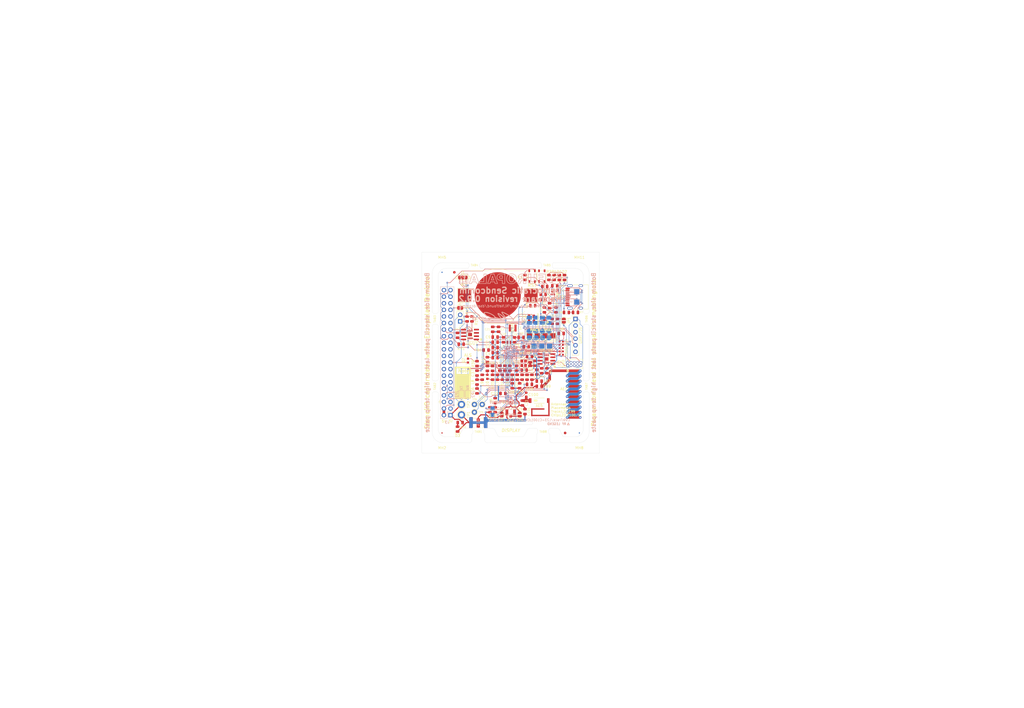
<source format=kicad_pcb>
(kicad_pcb (version 20171130) (host pcbnew 5.1.5+dfsg1-2build2)

  (general
    (thickness 1.6)
    (drawings 192)
    (tracks 1349)
    (zones 0)
    (modules 157)
    (nets 130)
  )

  (page A3)
  (title_block
    (title "Democratic Sendcomm")
    (date 2020-12-26)
    (rev 0.9.2)
    (company "Europalab Devices")
    (comment 1 "Copyright © 2020, Europalab Devices")
    (comment 2 "Fulfilling requirements of 20200210")
    (comment 3 "Pending quality assurance testing")
    (comment 4 "Release revision for manufacturing")
  )

  (layers
    (0 F.Cu signal)
    (1 In1.Cu power)
    (2 In2.Cu power)
    (31 B.Cu signal)
    (34 B.Paste user)
    (35 F.Paste user)
    (36 B.SilkS user)
    (37 F.SilkS user)
    (38 B.Mask user)
    (39 F.Mask user)
    (40 Dwgs.User user)
    (41 Cmts.User user)
    (44 Edge.Cuts user)
    (45 Margin user)
    (46 B.CrtYd user)
    (47 F.CrtYd user)
    (48 B.Fab user)
    (49 F.Fab user)
  )

  (setup
    (last_trace_width 0.127)
    (user_trace_width 0.1016)
    (user_trace_width 0.127)
    (user_trace_width 0.2)
    (user_trace_width 0.4)
    (user_trace_width 1.016)
    (trace_clearance 0.127)
    (zone_clearance 0.508)
    (zone_45_only no)
    (trace_min 0.09)
    (via_size 0.6)
    (via_drill 0.3)
    (via_min_size 0.356)
    (via_min_drill 0.2)
    (user_via 0.356 0.2)
    (user_via 0.45 0.2)
    (uvia_size 0.45)
    (uvia_drill 0.1)
    (uvias_allowed no)
    (uvia_min_size 0.45)
    (uvia_min_drill 0.1)
    (edge_width 0.05)
    (segment_width 0.1)
    (pcb_text_width 0.25)
    (pcb_text_size 1 1)
    (mod_edge_width 0.15)
    (mod_text_size 1 1)
    (mod_text_width 0.15)
    (pad_size 2 2)
    (pad_drill 0)
    (pad_to_mask_clearance 0)
    (aux_axis_origin 0 0)
    (visible_elements 7FFFFFFF)
    (pcbplotparams
      (layerselection 0x313fc_ffffffff)
      (usegerberextensions true)
      (usegerberattributes false)
      (usegerberadvancedattributes false)
      (creategerberjobfile false)
      (excludeedgelayer true)
      (linewidth 0.150000)
      (plotframeref false)
      (viasonmask false)
      (mode 1)
      (useauxorigin false)
      (hpglpennumber 1)
      (hpglpenspeed 20)
      (hpglpendiameter 15.000000)
      (psnegative false)
      (psa4output false)
      (plotreference true)
      (plotvalue true)
      (plotinvisibletext false)
      (padsonsilk false)
      (subtractmaskfromsilk false)
      (outputformat 1)
      (mirror false)
      (drillshape 0)
      (scaleselection 1)
      (outputdirectory "fabsingle"))
  )

  (net 0 "")
  (net 1 GND)
  (net 2 "Net-(AE1-Pad1)")
  (net 3 /Sheet5F53D5B4/RFSWPWR)
  (net 4 "Net-(C8-Pad1)")
  (net 5 /Sheet5F53D5B4/POWAMP)
  (net 6 "Net-(C13-Pad1)")
  (net 7 /Sheet5F53D5B4/HFOUT)
  (net 8 +3V3)
  (net 9 "Net-(C29-Pad1)")
  (net 10 /Sheet5F53D5B4/HPOUT)
  (net 11 /Sheet5F53D5B4/HFIN)
  (net 12 /Sheet5F53D5B4/BANDSEL)
  (net 13 "Net-(BT1-Pad1)")
  (net 14 /Sheet5F53D5B4/USB_BUS)
  (net 15 "Net-(C33-Pad1)")
  (net 16 "Net-(C34-Pad1)")
  (net 17 /Sheet5F53D5B4/CMDRST)
  (net 18 "Net-(D1-Pad2)")
  (net 19 "Net-(D1-Pad1)")
  (net 20 "Net-(D2-Pad1)")
  (net 21 "Net-(D2-Pad2)")
  (net 22 /Sheet5F53D5B4/USB_P)
  (net 23 /Sheet5F53D5B4/USB_N)
  (net 24 /Sheet60040980/ID_SD)
  (net 25 /Sheet60040980/ID_SC)
  (net 26 /Sheet5F53D5B4/SWDCLK)
  (net 27 "Net-(J3-Pad7)")
  (net 28 "Net-(J3-Pad8)")
  (net 29 "Net-(J4-Pad6)")
  (net 30 /Sheet5F53D5B4/CN_VBAT)
  (net 31 /Sheet5F53D5B4/XCEIV)
  (net 32 "Net-(AE5-Pad2)")
  (net 33 "Net-(C1-Pad1)")
  (net 34 "Net-(C7-Pad1)")
  (net 35 "Net-(C14-Pad1)")
  (net 36 "Net-(C17-Pad1)")
  (net 37 "Net-(C18-Pad2)")
  (net 38 "Net-(C19-Pad2)")
  (net 39 "Net-(C23-Pad2)")
  (net 40 "Net-(C23-Pad1)")
  (net 41 "Net-(C24-Pad1)")
  (net 42 "Net-(C24-Pad2)")
  (net 43 "Net-(C29-Pad2)")
  (net 44 "Net-(C33-Pad2)")
  (net 45 "Net-(C35-Pad2)")
  (net 46 "Net-(C40-Pad1)")
  (net 47 "Net-(J2-PadB5)")
  (net 48 "Net-(J2-PadA8)")
  (net 49 "Net-(J2-PadA5)")
  (net 50 "Net-(J2-PadB8)")
  (net 51 "Net-(J3-Pad2)")
  (net 52 "Net-(J3-Pad3)")
  (net 53 "Net-(J3-Pad5)")
  (net 54 "Net-(J3-Pad10)")
  (net 55 "Net-(J3-Pad11)")
  (net 56 "Net-(J3-Pad12)")
  (net 57 "Net-(J3-Pad13)")
  (net 58 "Net-(J3-Pad15)")
  (net 59 "Net-(J3-Pad16)")
  (net 60 "Net-(J3-Pad18)")
  (net 61 "Net-(J3-Pad19)")
  (net 62 "Net-(J3-Pad21)")
  (net 63 "Net-(J3-Pad22)")
  (net 64 "Net-(J3-Pad23)")
  (net 65 "Net-(J3-Pad24)")
  (net 66 "Net-(J3-Pad26)")
  (net 67 "Net-(J3-Pad29)")
  (net 68 "Net-(J3-Pad31)")
  (net 69 "Net-(J3-Pad32)")
  (net 70 "Net-(J3-Pad33)")
  (net 71 "Net-(J3-Pad35)")
  (net 72 "Net-(J3-Pad36)")
  (net 73 "Net-(J3-Pad38)")
  (net 74 "Net-(J3-Pad40)")
  (net 75 "Net-(J4-Pad7)")
  (net 76 "Net-(J4-Pad8)")
  (net 77 "Net-(J5-Pad2)")
  (net 78 "Net-(J5-Pad3)")
  (net 79 "Net-(J5-Pad6)")
  (net 80 "Net-(J6-Pad1)")
  (net 81 "Net-(L1-Pad2)")
  (net 82 "Net-(R3-Pad1)")
  (net 83 "Net-(R4-Pad1)")
  (net 84 "Net-(R4-Pad2)")
  (net 85 "Net-(U2-Pad5)")
  (net 86 "Net-(U3-PadG1)")
  (net 87 "Net-(U3-PadH1)")
  (net 88 "Net-(U3-PadE3)")
  (net 89 "Net-(U3-PadE4)")
  (net 90 "Net-(U3-PadF4)")
  (net 91 "Net-(U3-PadC7)")
  (net 92 "Net-(U3-PadD7)")
  (net 93 "Net-(U5-Pad3)")
  (net 94 "Net-(U5-Pad4)")
  (net 95 "Net-(U8-Pad7)")
  (net 96 "Net-(U8-Pad3)")
  (net 97 "Net-(U8-Pad2)")
  (net 98 "Net-(U8-Pad1)")
  (net 99 "Net-(U9-Pad1)")
  (net 100 "Net-(U9-Pad2)")
  (net 101 "Net-(U9-Pad3)")
  (net 102 "Net-(U9-Pad7)")
  (net 103 /Sheet5F53D5B4/SWDIO)
  (net 104 "Net-(AE2-Pad1)")
  (net 105 "Net-(AE4-Pad1)")
  (net 106 "Net-(AE5-Pad1)")
  (net 107 "Net-(J6-Pad2)")
  (net 108 "Net-(J6-Pad3)")
  (net 109 "Net-(J6-Pad4)")
  (net 110 "Net-(J7-Pad1)")
  (net 111 "Net-(C95-Pad1)")
  (net 112 /TP_SCL)
  (net 113 /TP_SDA)
  (net 114 "Net-(J20-Pad6)")
  (net 115 "Net-(J20-Pad7)")
  (net 116 "Net-(J20-Pad8)")
  (net 117 "Net-(Q2-Pad2)")
  (net 118 EXT_UART_TX)
  (net 119 EXT_UART_RX)
  (net 120 USB_TST)
  (net 121 "Net-(TP13-Pad1)")
  (net 122 "Net-(C94-Pad2)")
  (net 123 /Sheet5F53D5B4/CRY_XIN-RSVD)
  (net 124 /Sheet5F53D5B4/CRY_XOUT-RSVD)
  (net 125 "Net-(C97-Pad1)")
  (net 126 "Net-(C101-Pad1)")
  (net 127 "Net-(D3-Pad2)")
  (net 128 "Net-(JP4-Pad1)")
  (net 129 "Net-(U3-PadE5)")

  (net_class Default "This is the default net class."
    (clearance 0.127)
    (trace_width 0.127)
    (via_dia 0.6)
    (via_drill 0.3)
    (uvia_dia 0.45)
    (uvia_drill 0.1)
    (add_net +3V3)
    (add_net /Sheet5F53D5B4/BANDSEL)
    (add_net /Sheet5F53D5B4/CMDRST)
    (add_net /Sheet5F53D5B4/CN_VBAT)
    (add_net /Sheet5F53D5B4/CRY_XIN-RSVD)
    (add_net /Sheet5F53D5B4/CRY_XOUT-RSVD)
    (add_net /Sheet5F53D5B4/HFIN)
    (add_net /Sheet5F53D5B4/HFOUT)
    (add_net /Sheet5F53D5B4/HPOUT)
    (add_net /Sheet5F53D5B4/POWAMP)
    (add_net /Sheet5F53D5B4/RFSWPWR)
    (add_net /Sheet5F53D5B4/SWDCLK)
    (add_net /Sheet5F53D5B4/SWDIO)
    (add_net /Sheet5F53D5B4/USB_BUS)
    (add_net /Sheet5F53D5B4/USB_N)
    (add_net /Sheet5F53D5B4/USB_P)
    (add_net /Sheet5F53D5B4/XCEIV)
    (add_net /Sheet60040980/ID_SC)
    (add_net /Sheet60040980/ID_SD)
    (add_net /TP_SCL)
    (add_net /TP_SDA)
    (add_net EXT_UART_RX)
    (add_net EXT_UART_TX)
    (add_net GND)
    (add_net "Net-(AE1-Pad1)")
    (add_net "Net-(AE2-Pad1)")
    (add_net "Net-(AE4-Pad1)")
    (add_net "Net-(AE5-Pad1)")
    (add_net "Net-(AE5-Pad2)")
    (add_net "Net-(BT1-Pad1)")
    (add_net "Net-(C1-Pad1)")
    (add_net "Net-(C101-Pad1)")
    (add_net "Net-(C13-Pad1)")
    (add_net "Net-(C14-Pad1)")
    (add_net "Net-(C17-Pad1)")
    (add_net "Net-(C18-Pad2)")
    (add_net "Net-(C19-Pad2)")
    (add_net "Net-(C23-Pad1)")
    (add_net "Net-(C23-Pad2)")
    (add_net "Net-(C24-Pad1)")
    (add_net "Net-(C24-Pad2)")
    (add_net "Net-(C29-Pad1)")
    (add_net "Net-(C29-Pad2)")
    (add_net "Net-(C33-Pad1)")
    (add_net "Net-(C33-Pad2)")
    (add_net "Net-(C34-Pad1)")
    (add_net "Net-(C35-Pad2)")
    (add_net "Net-(C40-Pad1)")
    (add_net "Net-(C7-Pad1)")
    (add_net "Net-(C8-Pad1)")
    (add_net "Net-(C94-Pad2)")
    (add_net "Net-(C95-Pad1)")
    (add_net "Net-(C97-Pad1)")
    (add_net "Net-(D1-Pad1)")
    (add_net "Net-(D1-Pad2)")
    (add_net "Net-(D2-Pad1)")
    (add_net "Net-(D2-Pad2)")
    (add_net "Net-(D3-Pad2)")
    (add_net "Net-(J2-PadA5)")
    (add_net "Net-(J2-PadA8)")
    (add_net "Net-(J2-PadB5)")
    (add_net "Net-(J2-PadB8)")
    (add_net "Net-(J20-Pad6)")
    (add_net "Net-(J20-Pad7)")
    (add_net "Net-(J20-Pad8)")
    (add_net "Net-(J3-Pad10)")
    (add_net "Net-(J3-Pad11)")
    (add_net "Net-(J3-Pad12)")
    (add_net "Net-(J3-Pad13)")
    (add_net "Net-(J3-Pad15)")
    (add_net "Net-(J3-Pad16)")
    (add_net "Net-(J3-Pad18)")
    (add_net "Net-(J3-Pad19)")
    (add_net "Net-(J3-Pad2)")
    (add_net "Net-(J3-Pad21)")
    (add_net "Net-(J3-Pad22)")
    (add_net "Net-(J3-Pad23)")
    (add_net "Net-(J3-Pad24)")
    (add_net "Net-(J3-Pad26)")
    (add_net "Net-(J3-Pad29)")
    (add_net "Net-(J3-Pad3)")
    (add_net "Net-(J3-Pad31)")
    (add_net "Net-(J3-Pad32)")
    (add_net "Net-(J3-Pad33)")
    (add_net "Net-(J3-Pad35)")
    (add_net "Net-(J3-Pad36)")
    (add_net "Net-(J3-Pad38)")
    (add_net "Net-(J3-Pad40)")
    (add_net "Net-(J3-Pad5)")
    (add_net "Net-(J3-Pad7)")
    (add_net "Net-(J3-Pad8)")
    (add_net "Net-(J4-Pad6)")
    (add_net "Net-(J4-Pad7)")
    (add_net "Net-(J4-Pad8)")
    (add_net "Net-(J5-Pad2)")
    (add_net "Net-(J5-Pad3)")
    (add_net "Net-(J5-Pad6)")
    (add_net "Net-(J6-Pad1)")
    (add_net "Net-(J6-Pad2)")
    (add_net "Net-(J6-Pad3)")
    (add_net "Net-(J6-Pad4)")
    (add_net "Net-(J7-Pad1)")
    (add_net "Net-(JP4-Pad1)")
    (add_net "Net-(L1-Pad2)")
    (add_net "Net-(Q2-Pad2)")
    (add_net "Net-(R3-Pad1)")
    (add_net "Net-(R4-Pad1)")
    (add_net "Net-(R4-Pad2)")
    (add_net "Net-(TP13-Pad1)")
    (add_net "Net-(U2-Pad5)")
    (add_net "Net-(U3-PadC7)")
    (add_net "Net-(U3-PadD7)")
    (add_net "Net-(U3-PadE3)")
    (add_net "Net-(U3-PadE4)")
    (add_net "Net-(U3-PadE5)")
    (add_net "Net-(U3-PadF4)")
    (add_net "Net-(U3-PadG1)")
    (add_net "Net-(U3-PadH1)")
    (add_net "Net-(U5-Pad3)")
    (add_net "Net-(U5-Pad4)")
    (add_net "Net-(U8-Pad1)")
    (add_net "Net-(U8-Pad2)")
    (add_net "Net-(U8-Pad3)")
    (add_net "Net-(U8-Pad7)")
    (add_net "Net-(U9-Pad1)")
    (add_net "Net-(U9-Pad2)")
    (add_net "Net-(U9-Pad3)")
    (add_net "Net-(U9-Pad7)")
    (add_net USB_TST)
  )

  (net_class Power ""
    (clearance 0.2)
    (trace_width 0.5)
    (via_dia 1)
    (via_drill 0.7)
    (uvia_dia 0.5)
    (uvia_drill 0.1)
  )

  (module Capacitor_SMD:C_0805_2012Metric (layer F.Cu) (tedit 5B36C52B) (tstamp 5F6870D5)
    (at 202 170.0625 270)
    (descr "Capacitor SMD 0805 (2012 Metric), square (rectangular) end terminal, IPC_7351 nominal, (Body size source: https://docs.google.com/spreadsheets/d/1BsfQQcO9C6DZCsRaXUlFlo91Tg2WpOkGARC1WS5S8t0/edit?usp=sharing), generated with kicad-footprint-generator")
    (tags capacitor)
    (path /5F5C0728/5F5D6DA0)
    (attr smd)
    (fp_text reference C30 (at 2.9375 0 90) (layer F.SilkS)
      (effects (font (size 0.875 0.875) (thickness 0.125)))
    )
    (fp_text value 2,7pF (at 0 1.65 90) (layer F.Fab)
      (effects (font (size 1 1) (thickness 0.15)))
    )
    (fp_text user %R (at 0 0 90) (layer F.Fab)
      (effects (font (size 0.5 0.5) (thickness 0.08)))
    )
    (fp_line (start 1.68 0.95) (end -1.68 0.95) (layer F.CrtYd) (width 0.05))
    (fp_line (start 1.68 -0.95) (end 1.68 0.95) (layer F.CrtYd) (width 0.05))
    (fp_line (start -1.68 -0.95) (end 1.68 -0.95) (layer F.CrtYd) (width 0.05))
    (fp_line (start -1.68 0.95) (end -1.68 -0.95) (layer F.CrtYd) (width 0.05))
    (fp_line (start -0.258578 0.71) (end 0.258578 0.71) (layer F.SilkS) (width 0.12))
    (fp_line (start -0.258578 -0.71) (end 0.258578 -0.71) (layer F.SilkS) (width 0.12))
    (fp_line (start 1 0.6) (end -1 0.6) (layer F.Fab) (width 0.1))
    (fp_line (start 1 -0.6) (end 1 0.6) (layer F.Fab) (width 0.1))
    (fp_line (start -1 -0.6) (end 1 -0.6) (layer F.Fab) (width 0.1))
    (fp_line (start -1 0.6) (end -1 -0.6) (layer F.Fab) (width 0.1))
    (pad 2 smd roundrect (at 0.9375 0 270) (size 0.975 1.4) (layers F.Cu F.Paste F.Mask) (roundrect_rratio 0.25)
      (net 1 GND))
    (pad 1 smd roundrect (at -0.9375 0 270) (size 0.975 1.4) (layers F.Cu F.Paste F.Mask) (roundrect_rratio 0.25)
      (net 9 "Net-(C29-Pad1)"))
    (model ${KISYS3DMOD}/Capacitor_SMD.3dshapes/C_0805_2012Metric.wrl
      (at (xyz 0 0 0))
      (scale (xyz 1 1 1))
      (rotate (xyz 0 0 0))
    )
  )

  (module Connector_Coaxial:SMA_Samtec_SMA-J-P-X-ST-EM1_EdgeMount (layer F.Cu) (tedit 5FE90BFC) (tstamp 5F686FA8)
    (at 197.5 175)
    (descr "Connector SMA, 0Hz to 20GHz, 50Ohm, Edge Mount (http://suddendocs.samtec.com/prints/sma-j-p-x-st-em1-mkt.pdf)")
    (tags "SMA Straight Samtec Edge Mount")
    (path /5F5C0728/6000659E)
    (attr smd)
    (fp_text reference AE4 (at 0 0 90 unlocked) (layer B.SilkS)
      (effects (font (size 1 1) (thickness 0.15)) (justify mirror))
    )
    (fp_text value Antenna_Shield (at 0 13) (layer F.Fab)
      (effects (font (size 1 1) (thickness 0.15)))
    )
    (fp_text user "Board Thickness: 1.57mm" (at 0 -5.45) (layer Cmts.User)
      (effects (font (size 1 1) (thickness 0.15)))
    )
    (fp_line (start 0.84 -1.71) (end 1.95 -1.71) (layer F.SilkS) (width 0.12))
    (fp_line (start -1.95 -1.71) (end -0.84 -1.71) (layer F.SilkS) (width 0.12))
    (fp_line (start 0.84 2) (end 1.95 2) (layer F.SilkS) (width 0.12))
    (fp_line (start -1.95 2) (end -0.84 2) (layer F.SilkS) (width 0.12))
    (fp_line (start 3.68 2.6) (end 3.68 12.12) (layer B.CrtYd) (width 0.05))
    (fp_line (start 4 2.6) (end 3.68 2.6) (layer B.CrtYd) (width 0.05))
    (fp_line (start -3.68 12.12) (end -3.68 2.6) (layer B.CrtYd) (width 0.05))
    (fp_line (start -3.68 2.6) (end -4 2.6) (layer B.CrtYd) (width 0.05))
    (fp_line (start 3.68 2.6) (end 3.68 12.12) (layer F.CrtYd) (width 0.05))
    (fp_line (start 3.68 2.6) (end 4 2.6) (layer F.CrtYd) (width 0.05))
    (fp_line (start -3.68 12.12) (end -3.68 2.6) (layer F.CrtYd) (width 0.05))
    (fp_line (start -3.68 2.6) (end -4 2.6) (layer F.CrtYd) (width 0.05))
    (fp_text user "PCB Edge" (at 0 2.6) (layer Dwgs.User)
      (effects (font (size 0.5 0.5) (thickness 0.1)))
    )
    (fp_line (start 4.1 2.1) (end -4.1 2.1) (layer Dwgs.User) (width 0.1))
    (fp_line (start -3.175 -1.71) (end -3.175 11.62) (layer F.Fab) (width 0.1))
    (fp_line (start -2.365 -1.71) (end -3.175 -1.71) (layer F.Fab) (width 0.1))
    (fp_line (start -2.365 2.1) (end -2.365 -1.71) (layer F.Fab) (width 0.1))
    (fp_line (start 2.365 2.1) (end -2.365 2.1) (layer F.Fab) (width 0.1))
    (fp_line (start 2.365 -1.71) (end 2.365 2.1) (layer F.Fab) (width 0.1))
    (fp_line (start 3.175 -1.71) (end 2.365 -1.71) (layer F.Fab) (width 0.1))
    (fp_line (start 3.175 -1.71) (end 3.175 11.62) (layer F.Fab) (width 0.1))
    (fp_line (start 3.165 11.62) (end -3.165 11.62) (layer F.Fab) (width 0.1))
    (fp_line (start -4 -2.6) (end 4 -2.6) (layer B.CrtYd) (width 0.05))
    (fp_line (start -4 2.6) (end -4 -2.6) (layer B.CrtYd) (width 0.05))
    (fp_line (start 3.68 12.12) (end -3.68 12.12) (layer B.CrtYd) (width 0.05))
    (fp_line (start 4 2.6) (end 4 -2.6) (layer B.CrtYd) (width 0.05))
    (fp_line (start -4 -2.6) (end 4 -2.6) (layer F.CrtYd) (width 0.05))
    (fp_line (start -4 2.6) (end -4 -2.6) (layer F.CrtYd) (width 0.05))
    (fp_line (start 3.68 12.12) (end -3.68 12.12) (layer F.CrtYd) (width 0.05))
    (fp_line (start 4 2.6) (end 4 -2.6) (layer F.CrtYd) (width 0.05))
    (fp_text user %R (at 0 4.29 180) (layer F.Fab)
      (effects (font (size 1 1) (thickness 0.15)))
    )
    (fp_line (start 0.64 2.1) (end 0 3.1) (layer F.Fab) (width 0.1))
    (fp_line (start 0 3.1) (end -0.64 2.1) (layer F.Fab) (width 0.1))
    (fp_line (start 0 -2.26) (end 0.25 -2.76) (layer F.SilkS) (width 0.12))
    (fp_line (start 0.25 -2.76) (end -0.25 -2.76) (layer F.SilkS) (width 0.12))
    (fp_line (start -0.25 -2.76) (end 0 -2.26) (layer F.SilkS) (width 0.12))
    (pad 1 smd rect (at 0 0.2) (size 1.27 3.6) (layers F.Cu F.Mask)
      (net 105 "Net-(AE4-Pad1)"))
    (pad 2 smd rect (at 2.825 0) (size 1.35 4.2) (layers F.Cu F.Mask)
      (net 1 GND))
    (pad 2 smd rect (at -2.825 0) (size 1.35 4.2) (layers F.Cu F.Mask)
      (net 1 GND))
    (pad 2 smd rect (at 2.825 0) (size 1.35 4.2) (layers B.Cu B.Mask)
      (net 1 GND))
    (pad 2 smd rect (at -2.825 0) (size 1.35 4.2) (layers B.Cu B.Mask)
      (net 1 GND))
    (model ${KISYS3DMOD}/Connector_Coaxial.3dshapes/SMA_Samtec_SMA-J-P-X-ST-EM1_EdgeMount.wrl
      (at (xyz 0 0 0))
      (scale (xyz 1 1 1))
      (rotate (xyz 0 0 0))
    )
    (model ${KIPRJMOD}/modules/packages3d/RF_Antenna.3dshapes/SMA-J-P-H-ST-EM1.wrl
      (offset (xyz 0 -4 0.5))
      (scale (xyz 0.4 0.4 0.4))
      (rotate (xyz 180 -90 0))
    )
  )

  (module Connector_PinHeader_2.54mm:PinHeader_1x06_P2.54mm_Vertical (layer F.Cu) (tedit 59FED5CC) (tstamp 5FF83409)
    (at 235 135)
    (descr "Through hole straight pin header, 1x06, 2.54mm pitch, single row")
    (tags "Through hole pin header THT 1x06 2.54mm single row")
    (path /60040981/6006812D)
    (fp_text reference J5 (at 2 5 90) (layer F.SilkS)
      (effects (font (size 1 1) (thickness 0.15)) (justify left))
    )
    (fp_text value Conn_01x06_Male (at 4.385 14.97) (layer F.Fab)
      (effects (font (size 1 1) (thickness 0.15)))
    )
    (fp_text user %R (at 2.77 6.35 90) (layer F.Fab)
      (effects (font (size 1 1) (thickness 0.15)))
    )
    (fp_line (start 1.8 -1.8) (end -1.8 -1.8) (layer F.CrtYd) (width 0.05))
    (fp_line (start 1.8 14.5) (end 1.8 -1.8) (layer F.CrtYd) (width 0.05))
    (fp_line (start -1.8 14.5) (end 1.8 14.5) (layer F.CrtYd) (width 0.05))
    (fp_line (start -1.8 -1.8) (end -1.8 14.5) (layer F.CrtYd) (width 0.05))
    (fp_line (start -1.33 -1.33) (end 0 -1.33) (layer F.SilkS) (width 0.12))
    (fp_line (start -1.33 0) (end -1.33 -1.33) (layer F.SilkS) (width 0.12))
    (fp_line (start -1.33 1.27) (end 1.33 1.27) (layer F.SilkS) (width 0.12))
    (fp_line (start 1.33 1.27) (end 1.33 14.03) (layer F.SilkS) (width 0.12))
    (fp_line (start -1.33 1.27) (end -1.33 14.03) (layer F.SilkS) (width 0.12))
    (fp_line (start -1.33 14.03) (end 1.33 14.03) (layer F.SilkS) (width 0.12))
    (fp_line (start -1.27 -0.635) (end -0.635 -1.27) (layer F.Fab) (width 0.1))
    (fp_line (start -1.27 13.97) (end -1.27 -0.635) (layer F.Fab) (width 0.1))
    (fp_line (start 1.27 13.97) (end -1.27 13.97) (layer F.Fab) (width 0.1))
    (fp_line (start 1.27 -1.27) (end 1.27 13.97) (layer F.Fab) (width 0.1))
    (fp_line (start -0.635 -1.27) (end 1.27 -1.27) (layer F.Fab) (width 0.1))
    (pad 6 thru_hole oval (at 0 12.7) (size 1.7 1.7) (drill 1) (layers *.Cu *.Mask)
      (net 79 "Net-(J5-Pad6)"))
    (pad 5 thru_hole oval (at 0 10.16) (size 1.7 1.7) (drill 1) (layers *.Cu *.Mask)
      (net 118 EXT_UART_TX))
    (pad 4 thru_hole oval (at 0 7.62) (size 1.7 1.7) (drill 1) (layers *.Cu *.Mask)
      (net 119 EXT_UART_RX))
    (pad 3 thru_hole oval (at 0 5.08) (size 1.7 1.7) (drill 1) (layers *.Cu *.Mask)
      (net 78 "Net-(J5-Pad3)"))
    (pad 2 thru_hole oval (at 0 2.54) (size 1.7 1.7) (drill 1) (layers *.Cu *.Mask)
      (net 77 "Net-(J5-Pad2)"))
    (pad 1 thru_hole rect (at 0 0) (size 1.7 1.7) (drill 1) (layers *.Cu *.Mask)
      (net 1 GND))
    (model ${KISYS3DMOD}/Connector_PinHeader_2.54mm.3dshapes/PinHeader_1x06_P2.54mm_Vertical.wrl
      (at (xyz 0 0 0))
      (scale (xyz 1 1 1))
      (rotate (xyz 0 0 0))
    )
  )

  (module RF_Antenna:Texas_SWRA416_868MHz_915MHz (layer F.Cu) (tedit 5CF40AFD) (tstamp 5F686F31)
    (at 231 164 270)
    (descr http://www.ti.com/lit/an/swra416/swra416.pdf)
    (tags "PCB antenna")
    (path /5F5C0728/60008187)
    (attr smd)
    (fp_text reference AE1 (at -2 0.5 180) (layer F.SilkS)
      (effects (font (size 1 1) (thickness 0.15)))
    )
    (fp_text value Antenna (at 0.1 -7.6 90) (layer F.Fab)
      (effects (font (size 1 1) (thickness 0.15)))
    )
    (fp_line (start 9.7 2.1) (end 6.2 5.7) (layer Dwgs.User) (width 0.12))
    (fp_line (start 9.7 0.1) (end 4.3 5.7) (layer Dwgs.User) (width 0.12))
    (fp_line (start 9.7 -1.9) (end 2.3 5.7) (layer Dwgs.User) (width 0.12))
    (fp_line (start 9.7 -3.9) (end 0.2 5.7) (layer Dwgs.User) (width 0.12))
    (fp_line (start 9.7 -5.9) (end -1.8 5.7) (layer Dwgs.User) (width 0.12))
    (fp_line (start 8.3 -6.5) (end -3.8 5.7) (layer Dwgs.User) (width 0.12))
    (fp_line (start 6.3 -6.5) (end -5.8 5.7) (layer Dwgs.User) (width 0.12))
    (fp_line (start 4.3 -6.5) (end -7.8 5.7) (layer Dwgs.User) (width 0.12))
    (fp_line (start -9.7 5.5) (end 2.3 -6.5) (layer Dwgs.User) (width 0.12))
    (fp_line (start -9.7 3.5) (end 0.3 -6.5) (layer Dwgs.User) (width 0.12))
    (fp_line (start -9.7 1.5) (end -1.7 -6.5) (layer Dwgs.User) (width 0.12))
    (fp_line (start -9.7 -0.5) (end -3.7 -6.5) (layer Dwgs.User) (width 0.12))
    (fp_line (start -9.7 -2.5) (end -5.7 -6.5) (layer Dwgs.User) (width 0.12))
    (fp_line (start -9.7 -4.5) (end -7.7 -6.5) (layer Dwgs.User) (width 0.12))
    (fp_line (start 9.7 -6.5) (end -9.7 -6.5) (layer Dwgs.User) (width 0.15))
    (fp_line (start 9.7 5.7) (end 9.7 -6.5) (layer Dwgs.User) (width 0.15))
    (fp_line (start -9.7 5.7) (end 9.7 5.7) (layer Dwgs.User) (width 0.15))
    (fp_line (start -9.7 -6.5) (end -9.7 5.7) (layer Dwgs.User) (width 0.15))
    (fp_line (start 7 -5.8) (end 8 -4.8) (layer B.Cu) (width 1))
    (fp_line (start 8 -1.8) (end 9 -0.8) (layer B.Cu) (width 1))
    (fp_line (start 8 -4.8) (end 8 -1.8) (layer B.Cu) (width 1))
    (fp_line (start 9 -5.8) (end 9 -0.8) (layer F.Cu) (width 1))
    (fp_line (start 5 -5.8) (end 6 -4.8) (layer B.Cu) (width 1))
    (fp_line (start 6 -1.8) (end 7 -0.8) (layer B.Cu) (width 1))
    (fp_line (start 6 -4.8) (end 6 -1.8) (layer B.Cu) (width 1))
    (fp_line (start 7 -5.8) (end 7 -0.8) (layer F.Cu) (width 1))
    (fp_line (start 3 -5.8) (end 4 -4.8) (layer B.Cu) (width 1))
    (fp_line (start 4 -1.8) (end 5 -0.8) (layer B.Cu) (width 1))
    (fp_line (start 4 -4.8) (end 4 -1.8) (layer B.Cu) (width 1))
    (fp_line (start 5 -5.8) (end 5 -0.8) (layer F.Cu) (width 1))
    (fp_line (start 1 -5.8) (end 2 -4.8) (layer B.Cu) (width 1))
    (fp_line (start 2 -1.8) (end 3 -0.8) (layer B.Cu) (width 1))
    (fp_line (start 2 -4.8) (end 2 -1.8) (layer B.Cu) (width 1))
    (fp_line (start 3 -5.8) (end 3 -0.8) (layer F.Cu) (width 1))
    (fp_line (start -1 -5.8) (end 0 -4.8) (layer B.Cu) (width 1))
    (fp_line (start 0 -1.8) (end 1 -0.8) (layer B.Cu) (width 1))
    (fp_line (start 0 -4.8) (end 0 -1.8) (layer B.Cu) (width 1))
    (fp_line (start 1 -5.8) (end 1 -0.8) (layer F.Cu) (width 1))
    (fp_line (start -3 -5.8) (end -2 -4.8) (layer B.Cu) (width 1))
    (fp_line (start -2 -1.8) (end -1 -0.8) (layer B.Cu) (width 1))
    (fp_line (start -2 -4.8) (end -2 -1.8) (layer B.Cu) (width 1))
    (fp_line (start -1 -5.8) (end -1 -0.8) (layer F.Cu) (width 1))
    (fp_line (start -4 -4.8) (end -4 -1.8) (layer B.Cu) (width 1))
    (fp_line (start -5 -5.8) (end -4 -4.8) (layer B.Cu) (width 1))
    (fp_line (start -4 -1.8) (end -3 -0.8) (layer B.Cu) (width 1))
    (fp_line (start -3 -5.8) (end -3 -0.8) (layer F.Cu) (width 1))
    (fp_line (start -6 -4.8) (end -6 -1.8) (layer B.Cu) (width 1))
    (fp_line (start -7 -5.8) (end -6 -4.8) (layer B.Cu) (width 1))
    (fp_line (start -6 -1.8) (end -5 -0.8) (layer B.Cu) (width 1))
    (fp_line (start -5 -5.8) (end -5 -0.8) (layer F.Cu) (width 1))
    (fp_line (start -7 -5.8) (end -7 -0.8) (layer F.Cu) (width 1))
    (fp_line (start -9 5.2) (end -9 -5.8) (layer F.Cu) (width 1))
    (fp_line (start -9 -5.8) (end -8 -4.8) (layer B.Cu) (width 1))
    (fp_line (start -8 -4.8) (end -8 -1.8) (layer B.Cu) (width 1))
    (fp_line (start -8 -1.8) (end -7 -0.8) (layer B.Cu) (width 1))
    (fp_line (start 9.7 4.1) (end 8.2 5.7) (layer Dwgs.User) (width 0.12))
    (fp_line (start -9.9 -6.7) (end -9.9 5.9) (layer F.CrtYd) (width 0.05))
    (fp_line (start -9.9 5.9) (end 9.9 5.9) (layer F.CrtYd) (width 0.05))
    (fp_line (start 9.9 5.9) (end 9.9 -6.7) (layer F.CrtYd) (width 0.05))
    (fp_line (start 9.9 -6.7) (end -9.9 -6.7) (layer F.CrtYd) (width 0.05))
    (fp_line (start 9.9 -6.7) (end -9.9 -6.7) (layer B.CrtYd) (width 0.05))
    (fp_line (start 9.9 5.9) (end 9.9 -6.7) (layer B.CrtYd) (width 0.05))
    (fp_line (start -9.9 -6.7) (end -9.9 5.9) (layer B.CrtYd) (width 0.05))
    (fp_line (start -9.9 5.9) (end 9.9 5.9) (layer B.CrtYd) (width 0.05))
    (fp_text user "KEEP-OUT ZONE" (at 1 -2.8 90) (layer Cmts.User)
      (effects (font (size 1 1) (thickness 0.15)))
    )
    (fp_text user "No metal, traces or " (at 1 0.2 90) (layer Cmts.User)
      (effects (font (size 1 1) (thickness 0.15)))
    )
    (fp_text user "any components on" (at 1 2.2 90) (layer Cmts.User)
      (effects (font (size 1 1) (thickness 0.15)))
    )
    (fp_text user " any PCB layer." (at 1 4.2 90) (layer Cmts.User)
      (effects (font (size 1 1) (thickness 0.15)))
    )
    (fp_text user %R (at -0.4 6.6 90) (layer F.Fab)
      (effects (font (size 1 1) (thickness 0.15)))
    )
    (pad "" thru_hole circle (at 9 -0.8 90) (size 1 1) (drill 0.4) (layers *.Cu))
    (pad "" thru_hole circle (at 9 -5.8 90) (size 1 1) (drill 0.4) (layers *.Cu))
    (pad "" thru_hole circle (at 7 -5.8 90) (size 1 1) (drill 0.4) (layers *.Cu))
    (pad "" thru_hole circle (at 7 -0.8 90) (size 1 1) (drill 0.4) (layers *.Cu))
    (pad "" thru_hole circle (at 5 -0.8 90) (size 1 1) (drill 0.4) (layers *.Cu))
    (pad "" thru_hole circle (at 5 -5.8 90) (size 1 1) (drill 0.4) (layers *.Cu))
    (pad "" thru_hole circle (at 3 -0.8 90) (size 1 1) (drill 0.4) (layers *.Cu))
    (pad "" thru_hole circle (at 3 -5.8 90) (size 1 1) (drill 0.4) (layers *.Cu))
    (pad "" thru_hole circle (at 1 -5.8 90) (size 1 1) (drill 0.4) (layers *.Cu))
    (pad "" thru_hole circle (at 1 -0.8 90) (size 1 1) (drill 0.4) (layers *.Cu))
    (pad "" thru_hole circle (at -1 -0.8 90) (size 1 1) (drill 0.4) (layers *.Cu))
    (pad "" thru_hole circle (at -1 -5.8 90) (size 1 1) (drill 0.4) (layers *.Cu))
    (pad "" thru_hole circle (at -3 -5.8 90) (size 1 1) (drill 0.4) (layers *.Cu))
    (pad "" thru_hole circle (at -3 -0.8 90) (size 1 1) (drill 0.4) (layers *.Cu))
    (pad "" thru_hole circle (at -5 -0.8 90) (size 1 1) (drill 0.4) (layers *.Cu))
    (pad "" thru_hole circle (at -5 -5.8 90) (size 1 1) (drill 0.4) (layers *.Cu))
    (pad "" thru_hole circle (at -7 -5.8 90) (size 1 1) (drill 0.4) (layers *.Cu))
    (pad "" thru_hole circle (at -7 -0.8 90) (size 1 1) (drill 0.4) (layers *.Cu))
    (pad "" thru_hole circle (at -9 -5.8 90) (size 1 1) (drill 0.4) (layers *.Cu))
    (pad 1 smd trapezoid (at -9 5.9 90) (size 0.4 0.8) (rect_delta 0 0.3 ) (layers F.Cu)
      (net 2 "Net-(AE1-Pad1)"))
  )

  (module Elabdev:Panel_Mousetab_25mm_Single (layer F.Cu) (tedit 5CD9E502) (tstamp 60039779)
    (at 222.5 178.5 90)
    (path /5CD9EB0D)
    (fp_text reference TAB8 (at 0 0) (layer F.SilkS)
      (effects (font (size 0.8 0.8) (thickness 0.13)))
    )
    (fp_text value Pantab (at -3.25 0 180) (layer F.Fab)
      (effects (font (size 1 1) (thickness 0.15)))
    )
    (fp_line (start 1.25 -2.2) (end 1.25 2.2) (layer F.Fab) (width 0.15))
    (fp_line (start -1.25 -2.2) (end -1.25 2.2) (layer F.Fab) (width 0.15))
    (fp_line (start 2.1 -2.6) (end 2.1 2.6) (layer F.CrtYd) (width 0.15))
    (fp_line (start 2.1 2.6) (end -2.1 2.6) (layer F.CrtYd) (width 0.15))
    (fp_line (start -2.1 2.6) (end -2.1 -2.6) (layer F.CrtYd) (width 0.15))
    (fp_line (start -2.1 -2.6) (end 2.1 -2.6) (layer F.CrtYd) (width 0.15))
    (pad "" np_thru_hole circle (at 1.35 2 90) (size 0.5 0.5) (drill 0.5) (layers *.Cu))
    (pad "" np_thru_hole circle (at 1.35 1.2 90) (size 0.5 0.5) (drill 0.5) (layers *.Cu))
    (pad "" np_thru_hole circle (at 1.35 0.4 90) (size 0.5 0.5) (drill 0.5) (layers *.Cu))
    (pad "" np_thru_hole circle (at 1.35 -0.4 90) (size 0.5 0.5) (drill 0.5) (layers *.Cu))
    (pad "" np_thru_hole circle (at 1.35 -1.2 90) (size 0.5 0.5) (drill 0.5) (layers *.Cu))
    (pad "" np_thru_hole circle (at 1.35 -2 90) (size 0.5 0.5) (drill 0.5) (layers *.Cu))
  )

  (module Capacitor_SMD:C_0805_2012Metric (layer F.Cu) (tedit 5B36C52B) (tstamp 5FEB8111)
    (at 211.5 143.0625 270)
    (descr "Capacitor SMD 0805 (2012 Metric), square (rectangular) end terminal, IPC_7351 nominal, (Body size source: https://docs.google.com/spreadsheets/d/1BsfQQcO9C6DZCsRaXUlFlo91Tg2WpOkGARC1WS5S8t0/edit?usp=sharing), generated with kicad-footprint-generator")
    (tags capacitor)
    (path /5F53D5B5/5F609CF5)
    (attr smd)
    (fp_text reference C19 (at -2.0625 0 180) (layer F.SilkS)
      (effects (font (size 0.7 0.7) (thickness 0.1)))
    )
    (fp_text value 18pF (at 0 1.65 90) (layer F.Fab)
      (effects (font (size 1 1) (thickness 0.15)))
    )
    (fp_line (start -1 0.6) (end -1 -0.6) (layer F.Fab) (width 0.1))
    (fp_line (start -1 -0.6) (end 1 -0.6) (layer F.Fab) (width 0.1))
    (fp_line (start 1 -0.6) (end 1 0.6) (layer F.Fab) (width 0.1))
    (fp_line (start 1 0.6) (end -1 0.6) (layer F.Fab) (width 0.1))
    (fp_line (start -0.258578 -0.71) (end 0.258578 -0.71) (layer F.SilkS) (width 0.12))
    (fp_line (start -0.258578 0.71) (end 0.258578 0.71) (layer F.SilkS) (width 0.12))
    (fp_line (start -1.68 0.95) (end -1.68 -0.95) (layer F.CrtYd) (width 0.05))
    (fp_line (start -1.68 -0.95) (end 1.68 -0.95) (layer F.CrtYd) (width 0.05))
    (fp_line (start 1.68 -0.95) (end 1.68 0.95) (layer F.CrtYd) (width 0.05))
    (fp_line (start 1.68 0.95) (end -1.68 0.95) (layer F.CrtYd) (width 0.05))
    (fp_text user %R (at 0 0 90) (layer F.Fab)
      (effects (font (size 0.5 0.5) (thickness 0.08)))
    )
    (pad 1 smd roundrect (at -0.9375 0 270) (size 0.975 1.4) (layers F.Cu F.Paste F.Mask) (roundrect_rratio 0.25)
      (net 1 GND))
    (pad 2 smd roundrect (at 0.9375 0 270) (size 0.975 1.4) (layers F.Cu F.Paste F.Mask) (roundrect_rratio 0.25)
      (net 38 "Net-(C19-Pad2)"))
    (model ${KISYS3DMOD}/Capacitor_SMD.3dshapes/C_0805_2012Metric.wrl
      (at (xyz 0 0 0))
      (scale (xyz 1 1 1))
      (rotate (xyz 0 0 0))
    )
  )

  (module Elabdev:Meinkuerz_sign_480dpi (layer B.Cu) (tedit 0) (tstamp 5FBE809B)
    (at 202 134 180)
    (fp_text reference G1 (at 0 0) (layer B.SilkS) hide
      (effects (font (size 1.524 1.524) (thickness 0.3)) (justify mirror))
    )
    (fp_text value Meinkuerzel_signature (at 0.75 0) (layer B.SilkS) hide
      (effects (font (size 1.524 1.524) (thickness 0.3)) (justify mirror))
    )
    (fp_poly (pts (xy 7.849084 1.675651) (xy 8.303148 1.632827) (xy 8.685942 1.550363) (xy 8.876057 1.481326)
      (xy 9.07938 1.34976) (xy 9.204465 1.178624) (xy 9.241225 0.986809) (xy 9.210768 0.854557)
      (xy 9.078684 0.643748) (xy 8.864557 0.429964) (xy 8.589687 0.233059) (xy 8.471807 0.165759)
      (xy 8.232808 0.053863) (xy 7.923436 -0.068816) (xy 7.576824 -0.190996) (xy 7.226108 -0.301392)
      (xy 6.904421 -0.388723) (xy 6.731621 -0.426811) (xy 6.398868 -0.490816) (xy 6.556265 -0.586535)
      (xy 6.736632 -0.743549) (xy 6.819572 -0.938245) (xy 6.82625 -1.022915) (xy 6.780462 -1.15416)
      (xy 6.660466 -1.295963) (xy 6.49231 -1.424979) (xy 6.30204 -1.517866) (xy 6.258842 -1.531402)
      (xy 6.0446 -1.569955) (xy 5.805186 -1.581627) (xy 5.582286 -1.566858) (xy 5.417587 -1.526091)
      (xy 5.409578 -1.522402) (xy 5.285381 -1.409276) (xy 5.232727 -1.237525) (xy 5.243042 -1.133742)
      (xy 5.545646 -1.133742) (xy 5.569322 -1.243922) (xy 5.599007 -1.270742) (xy 5.725804 -1.30367)
      (xy 5.911501 -1.301091) (xy 6.117136 -1.267785) (xy 6.303743 -1.20853) (xy 6.368163 -1.176419)
      (xy 6.483421 -1.090411) (xy 6.547775 -1.006994) (xy 6.550669 -0.996984) (xy 6.519163 -0.903747)
      (xy 6.404517 -0.814537) (xy 6.229026 -0.742568) (xy 6.060328 -0.706358) (xy 5.903418 -0.693399)
      (xy 5.806355 -0.717484) (xy 5.726223 -0.79035) (xy 5.718194 -0.79992) (xy 5.596762 -0.979847)
      (xy 5.545646 -1.133742) (xy 5.243042 -1.133742) (xy 5.253531 -1.028227) (xy 5.344918 -0.810631)
      (xy 5.442538 -0.642303) (xy 5.295353 -0.646487) (xy 5.12125 -0.625399) (xy 5.035885 -0.550663)
      (xy 5.027083 -0.501447) (xy 5.075804 -0.410776) (xy 5.222941 -0.351671) (xy 5.469958 -0.32355)
      (xy 5.476875 -0.323261) (xy 5.599677 -0.314345) (xy 5.697993 -0.289875) (xy 5.794712 -0.235966)
      (xy 5.912725 -0.138734) (xy 6.074923 0.015705) (xy 6.138333 0.077935) (xy 6.357426 0.284825)
      (xy 6.520758 0.415811) (xy 6.63982 0.476704) (xy 6.726105 0.473318) (xy 6.791106 0.411464)
      (xy 6.792772 0.408883) (xy 6.813029 0.349999) (xy 6.787897 0.281807) (xy 6.704882 0.184844)
      (xy 6.561666 0.048946) (xy 6.270625 -0.217166) (xy 6.532899 -0.183078) (xy 6.900304 -0.115245)
      (xy 7.289474 -0.008645) (xy 7.678243 0.127507) (xy 8.044445 0.283994) (xy 8.365914 0.451601)
      (xy 8.620483 0.621112) (xy 8.749193 0.738377) (xy 8.856936 0.865956) (xy 8.92727 0.965202)
      (xy 8.942916 1.001728) (xy 8.895983 1.084773) (xy 8.773369 1.176095) (xy 8.602358 1.259484)
      (xy 8.410231 1.318727) (xy 8.408998 1.318992) (xy 8.149682 1.354937) (xy 7.8128 1.371973)
      (xy 7.424917 1.370093) (xy 7.012599 1.349291) (xy 6.686734 1.319437) (xy 6.066773 1.222977)
      (xy 5.517194 1.081213) (xy 5.043989 0.897075) (xy 4.653152 0.673494) (xy 4.350673 0.413401)
      (xy 4.142546 0.119727) (xy 4.114637 0.061443) (xy 4.047094 -0.15251) (xy 4.06025 -0.336634)
      (xy 4.160207 -0.518581) (xy 4.270456 -0.644496) (xy 4.390411 -0.79173) (xy 4.431252 -0.900383)
      (xy 4.427296 -0.922309) (xy 4.357272 -0.99719) (xy 4.242023 -0.977517) (xy 4.082983 -0.863726)
      (xy 4.010682 -0.795217) (xy 3.879838 -0.680755) (xy 3.765594 -0.608691) (xy 3.712637 -0.594925)
      (xy 3.6215 -0.594723) (xy 3.455888 -0.585507) (xy 3.246599 -0.569127) (xy 3.175 -0.562633)
      (xy 2.951086 -0.544014) (xy 2.793821 -0.54282) (xy 2.664643 -0.565021) (xy 2.524987 -0.61659)
      (xy 2.371034 -0.687127) (xy 2.100169 -0.795663) (xy 1.89262 -0.837972) (xy 1.841867 -0.837015)
      (xy 1.72083 -0.812158) (xy 1.663036 -0.745697) (xy 1.637803 -0.635) (xy 1.623821 -0.491701)
      (xy 1.628566 -0.389706) (xy 1.630235 -0.383646) (xy 1.692219 -0.322789) (xy 1.789679 -0.330876)
      (xy 1.885465 -0.399867) (xy 1.916539 -0.445597) (xy 1.984375 -0.573694) (xy 2.371569 -0.384068)
      (xy 2.758764 -0.194442) (xy 3.165319 -0.256321) (xy 3.413597 -0.293214) (xy 3.576071 -0.310583)
      (xy 3.67165 -0.304292) (xy 3.719238 -0.270208) (xy 3.737742 -0.204195) (xy 3.744012 -0.129767)
      (xy 3.817818 0.177969) (xy 3.989413 0.470621) (xy 4.251219 0.74303) (xy 4.595656 0.99004)
      (xy 5.015149 1.206492) (xy 5.502117 1.387229) (xy 6.048984 1.527094) (xy 6.228561 1.561184)
      (xy 6.794861 1.64034) (xy 7.340678 1.678326) (xy 7.849084 1.675651)) (layer B.SilkS) (width 0.01))
    (fp_poly (pts (xy -4.580024 1.756567) (xy -4.544854 1.74305) (xy -4.466016 1.67622) (xy -4.437143 1.580417)
      (xy -4.461964 1.447967) (xy -4.544204 1.271201) (xy -4.68759 1.042447) (xy -4.895848 0.754033)
      (xy -5.172705 0.39829) (xy -5.237349 0.3175) (xy -5.411926 0.098408) (xy -5.577817 -0.112809)
      (xy -5.714811 -0.290245) (xy -5.794689 -0.396875) (xy -5.948296 -0.608542) (xy -5.791961 -0.468507)
      (xy -5.700695 -0.392772) (xy -5.541009 -0.266466) (xy -5.329307 -0.10231) (xy -5.081994 0.086977)
      (xy -4.815472 0.288675) (xy -4.815417 0.288716) (xy -4.345432 0.631252) (xy -3.946225 0.897872)
      (xy -3.615767 1.089474) (xy -3.352032 1.206955) (xy -3.152989 1.251211) (xy -3.016612 1.223138)
      (xy -2.940872 1.123633) (xy -2.939055 1.118116) (xy -2.92791 1.023519) (xy -2.955738 0.908417)
      (xy -3.029742 0.759005) (xy -3.157121 0.561475) (xy -3.345079 0.302021) (xy -3.409058 0.217037)
      (xy -3.654587 -0.113597) (xy -3.860834 -0.404313) (xy -4.022275 -0.646491) (xy -4.133388 -0.831509)
      (xy -4.188652 -0.950744) (xy -4.185335 -0.994958) (xy -4.120655 -0.981486) (xy -3.976478 -0.932768)
      (xy -3.770527 -0.855371) (xy -3.520529 -0.755864) (xy -3.349225 -0.685128) (xy -3.06462 -0.570045)
      (xy -2.797019 -0.469163) (xy -2.569108 -0.390505) (xy -2.403576 -0.342097) (xy -2.349431 -0.331513)
      (xy -2.183877 -0.291941) (xy -2.07811 -0.206425) (xy -2.041672 -0.151915) (xy -1.850086 0.096101)
      (xy -1.567603 0.354844) (xy -1.207453 0.616123) (xy -0.78287 0.87175) (xy -0.307084 1.113536)
      (xy 0.206672 1.333293) (xy 0.574448 1.467145) (xy 0.853452 1.556991) (xy 1.074831 1.61415)
      (xy 1.278935 1.645957) (xy 1.506112 1.659747) (xy 1.647661 1.662241) (xy 1.89537 1.661355)
      (xy 2.061526 1.650821) (xy 2.170245 1.626908) (xy 2.245641 1.585888) (xy 2.269431 1.566069)
      (xy 2.364656 1.413892) (xy 2.378536 1.21834) (xy 2.31231 1.002224) (xy 2.231511 0.867835)
      (xy 2.055394 0.653788) (xy 1.846452 0.444397) (xy 1.622129 0.252501) (xy 1.399873 0.090942)
      (xy 1.19713 -0.02744) (xy 1.031346 -0.089804) (xy 0.931657 -0.088852) (xy 0.853749 -0.025156)
      (xy 0.874571 0.06423) (xy 0.991583 0.174246) (xy 1.09802 0.242886) (xy 1.314624 0.387246)
      (xy 1.527802 0.560014) (xy 1.72429 0.746283) (xy 1.890825 0.931146) (xy 2.014146 1.099697)
      (xy 2.080988 1.237027) (xy 2.078088 1.32823) (xy 2.071165 1.336667) (xy 1.954541 1.387475)
      (xy 1.756832 1.400928) (xy 1.494763 1.380087) (xy 1.185063 1.328013) (xy 0.844457 1.247766)
      (xy 0.489674 1.142406) (xy 0.137439 1.014995) (xy -0.00172 0.957368) (xy -0.385109 0.777304)
      (xy -0.74297 0.581237) (xy -1.065571 0.377182) (xy -1.343179 0.173152) (xy -1.566062 -0.022838)
      (xy -1.724487 -0.202776) (xy -1.808722 -0.358647) (xy -1.809035 -0.482438) (xy -1.789329 -0.514562)
      (xy -1.69188 -0.558953) (xy -1.49842 -0.578536) (xy -1.2158 -0.573404) (xy -0.850872 -0.543648)
      (xy -0.464887 -0.496867) (xy -0.056607 -0.452123) (xy 0.260382 -0.442712) (xy 0.494773 -0.469264)
      (xy 0.655256 -0.532408) (xy 0.714552 -0.58228) (xy 0.776217 -0.725165) (xy 0.746162 -0.908878)
      (xy 0.632079 -1.115352) (xy 0.45893 -1.290216) (xy 0.2117 -1.450188) (xy -0.085638 -1.588107)
      (xy -0.409112 -1.696809) (xy -0.734748 -1.769134) (xy -1.038572 -1.797919) (xy -1.296612 -1.776003)
      (xy -1.42875 -1.731015) (xy -1.546706 -1.617759) (xy -1.577815 -1.519827) (xy -1.560687 -1.389395)
      (xy -1.486335 -1.336349) (xy -1.378138 -1.369493) (xy -1.317893 -1.421952) (xy -1.19986 -1.505637)
      (xy -1.092449 -1.534584) (xy -0.859949 -1.513387) (xy -0.579373 -1.457345) (xy -0.297878 -1.377776)
      (xy -0.068589 -1.288836) (xy 0.116249 -1.181832) (xy 0.284174 -1.050661) (xy 0.411262 -0.917533)
      (xy 0.473586 -0.804658) (xy 0.47625 -0.783054) (xy 0.425256 -0.757675) (xy 0.277287 -0.748743)
      (xy 0.039858 -0.755912) (xy -0.279513 -0.778835) (xy -0.673311 -0.817167) (xy -0.956033 -0.849048)
      (xy -1.308534 -0.882196) (xy -1.57585 -0.8857) (xy -1.774982 -0.85746) (xy -1.922933 -0.795374)
      (xy -2.017888 -0.717835) (xy -2.096716 -0.653738) (xy -2.190635 -0.62131) (xy -2.313833 -0.623423)
      (xy -2.480498 -0.662945) (xy -2.704818 -0.742748) (xy -3.00098 -0.865702) (xy -3.216817 -0.960383)
      (xy -3.585839 -1.11854) (xy -3.874386 -1.227749) (xy -4.094462 -1.290524) (xy -4.258069 -1.309381)
      (xy -4.377212 -1.286836) (xy -4.463891 -1.225404) (xy -4.466704 -1.222337) (xy -4.518051 -1.14061)
      (xy -4.530831 -1.040781) (xy -4.500098 -0.912213) (xy -4.420902 -0.744269) (xy -4.288295 -0.526313)
      (xy -4.097327 -0.247708) (xy -3.863138 0.07498) (xy -3.679345 0.325213) (xy -3.519393 0.545064)
      (xy -3.393108 0.720859) (xy -3.310313 0.838921) (xy -3.280834 0.885525) (xy -3.323557 0.888476)
      (xy -3.399896 0.869711) (xy -3.542096 0.805036) (xy -3.750284 0.678102) (xy -4.027571 0.486762)
      (xy -4.377062 0.228867) (xy -4.801868 -0.097732) (xy -4.81991 -0.111817) (xy -5.187034 -0.396401)
      (xy -5.482932 -0.620081) (xy -5.717862 -0.789492) (xy -5.902078 -0.911266) (xy -6.045837 -0.99204)
      (xy -6.159396 -1.038447) (xy -6.25301 -1.057121) (xy -6.283148 -1.058333) (xy -6.40378 -1.045849)
      (xy -6.450441 -0.994435) (xy -6.455563 -0.939271) (xy -6.445942 -0.865735) (xy -6.412644 -0.776476)
      (xy -6.348546 -0.66103) (xy -6.24652 -0.508935) (xy -6.099443 -0.309727) (xy -5.90019 -0.052942)
      (xy -5.641635 0.271882) (xy -5.570553 0.360397) (xy -5.363566 0.620769) (xy -5.174974 0.863504)
      (xy -5.016826 1.072659) (xy -4.901172 1.23229) (xy -4.84006 1.326453) (xy -4.839117 1.328251)
      (xy -4.786636 1.436383) (xy -4.790145 1.473528) (xy -4.856494 1.462433) (xy -4.877731 1.456477)
      (xy -4.973599 1.420322) (xy -5.140081 1.348706) (xy -5.352621 1.252468) (xy -5.55625 1.156974)
      (xy -6.094525 0.881508) (xy -6.644499 0.565345) (xy -7.182748 0.223911) (xy -7.685848 -0.12737)
      (xy -8.130378 -0.473072) (xy -8.424687 -0.732038) (xy -8.650145 -0.95487) (xy -8.800069 -1.131002)
      (xy -8.884377 -1.276175) (xy -8.912984 -1.406131) (xy -8.905425 -1.495188) (xy -8.906488 -1.61853)
      (xy -8.964006 -1.672137) (xy -9.075823 -1.672519) (xy -9.156792 -1.593028) (xy -9.200558 -1.456755)
      (xy -9.200763 -1.286789) (xy -9.151052 -1.106218) (xy -9.131299 -1.06447) (xy -9.024915 -0.913844)
      (xy -8.843627 -0.718433) (xy -8.601654 -0.490528) (xy -8.313213 -0.242422) (xy -7.992524 0.013592)
      (xy -7.653804 0.265222) (xy -7.3545 0.471681) (xy -6.896098 0.764541) (xy -6.449337 1.028776)
      (xy -6.024338 1.259805) (xy -5.631223 1.453048) (xy -5.280112 1.603926) (xy -4.981128 1.707858)
      (xy -4.744392 1.760265) (xy -4.580024 1.756567)) (layer B.SilkS) (width 0.01))
  )

  (module Elabdev:Panel_Mousetab_25mm_Single (layer F.Cu) (tedit 5CD9E59A) (tstamp 5FBE7343)
    (at 224 114.25 270)
    (path /5CD5C3A7)
    (fp_text reference TAB5 (at 0 0 180) (layer F.SilkS)
      (effects (font (size 0.8 0.8) (thickness 0.13)))
    )
    (fp_text value Pantab (at 0 -3.5 270) (layer F.Fab)
      (effects (font (size 1 1) (thickness 0.15)))
    )
    (fp_line (start -2.1 -2.6) (end 2.1 -2.6) (layer F.CrtYd) (width 0.15))
    (fp_line (start -2.1 2.6) (end -2.1 -2.6) (layer F.CrtYd) (width 0.15))
    (fp_line (start 2.1 2.6) (end -2.1 2.6) (layer F.CrtYd) (width 0.15))
    (fp_line (start 2.1 -2.6) (end 2.1 2.6) (layer F.CrtYd) (width 0.15))
    (fp_line (start -1.25 -2.2) (end -1.25 2.2) (layer F.Fab) (width 0.15))
    (fp_line (start 1.25 -2.2) (end 1.25 2.2) (layer F.Fab) (width 0.15))
    (pad "" np_thru_hole circle (at 1.35 -2 270) (size 0.5 0.5) (drill 0.5) (layers *.Cu))
    (pad "" np_thru_hole circle (at 1.35 -1.2 270) (size 0.5 0.5) (drill 0.5) (layers *.Cu))
    (pad "" np_thru_hole circle (at 1.35 -0.4 270) (size 0.5 0.5) (drill 0.5) (layers *.Cu))
    (pad "" np_thru_hole circle (at 1.35 0.4 270) (size 0.5 0.5) (drill 0.5) (layers *.Cu))
    (pad "" np_thru_hole circle (at 1.35 1.2 270) (size 0.5 0.5) (drill 0.5) (layers *.Cu))
    (pad "" np_thru_hole circle (at 1.35 2 270) (size 0.5 0.5) (drill 0.5) (layers *.Cu))
  )

  (module Elabdev:Elablogoslk-Gfx (layer B.Cu) (tedit 0) (tstamp 5FBDF7AF)
    (at 210 119.5 180)
    (fp_text reference G** (at 0 0) (layer B.SilkS) hide
      (effects (font (size 1.524 1.524) (thickness 0.3)) (justify mirror))
    )
    (fp_text value Elablogoslk (at 0.75 0) (layer B.SilkS) hide
      (effects (font (size 1.524 1.524) (thickness 0.3)) (justify mirror))
    )
    (fp_poly (pts (xy -15.405836 -0.675184) (xy -15.287483 -0.702055) (xy -15.188143 -0.754619) (xy -15.108772 -0.827765)
      (xy -15.050327 -0.916382) (xy -15.013763 -1.015359) (xy -15.000037 -1.119584) (xy -15.010104 -1.223945)
      (xy -15.04492 -1.323332) (xy -15.105441 -1.412633) (xy -15.192623 -1.486737) (xy -15.24833 -1.517344)
      (xy -15.356716 -1.550357) (xy -15.476625 -1.557984) (xy -15.592872 -1.539403) (xy -15.602283 -1.53653)
      (xy -15.678123 -1.497127) (xy -15.752493 -1.432517) (xy -15.815972 -1.352895) (xy -15.859141 -1.268459)
      (xy -15.864155 -1.2531) (xy -15.88425 -1.176683) (xy -15.891257 -1.117668) (xy -15.885212 -1.059627)
      (xy -15.866149 -0.986134) (xy -15.864727 -0.981328) (xy -15.815988 -0.8777) (xy -15.739972 -0.790432)
      (xy -15.643773 -0.72426) (xy -15.534487 -0.683915) (xy -15.419207 -0.674131) (xy -15.405836 -0.675184)) (layer B.Mask) (width 0.01))
    (fp_poly (pts (xy 17.476107 1.827609) (xy 17.687258 1.825899) (xy 17.865618 1.824237) (xy 18.014678 1.822477)
      (xy 18.137934 1.82047) (xy 18.238879 1.818068) (xy 18.321005 1.815122) (xy 18.387806 1.811484)
      (xy 18.442776 1.807007) (xy 18.489407 1.801541) (xy 18.531194 1.794939) (xy 18.57163 1.787052)
      (xy 18.6055 1.779685) (xy 18.771822 1.733432) (xy 18.923911 1.673315) (xy 19.054677 1.602656)
      (xy 19.157033 1.524776) (xy 19.164226 1.5179) (xy 19.246251 1.417951) (xy 19.315464 1.294688)
      (xy 19.365371 1.16053) (xy 19.377923 1.109275) (xy 19.39052 1.010407) (xy 19.393203 0.893754)
      (xy 19.386762 0.771789) (xy 19.371983 0.656983) (xy 19.349655 0.561808) (xy 19.341939 0.539811)
      (xy 19.283862 0.430962) (xy 19.19941 0.326298) (xy 19.097976 0.236127) (xy 19.019624 0.185927)
      (xy 18.914298 0.12941) (xy 18.968542 0.109123) (xy 19.093064 0.054672) (xy 19.194891 -0.009335)
      (xy 19.285933 -0.089714) (xy 19.390804 -0.214403) (xy 19.467199 -0.350129) (xy 19.516977 -0.501894)
      (xy 19.541997 -0.674698) (xy 19.545898 -0.789214) (xy 19.53245 -0.987132) (xy 19.491752 -1.163006)
      (xy 19.423278 -1.317328) (xy 19.326496 -1.450588) (xy 19.200879 -1.563277) (xy 19.045898 -1.655885)
      (xy 18.861023 -1.728905) (xy 18.645726 -1.782826) (xy 18.442214 -1.81358) (xy 18.390712 -1.817354)
      (xy 18.307346 -1.820878) (xy 18.196536 -1.82407) (xy 18.062704 -1.826851) (xy 17.910272 -1.829142)
      (xy 17.743659 -1.830864) (xy 17.567287 -1.831936) (xy 17.403536 -1.83228) (xy 16.528143 -1.832429)
      (xy 16.528143 -1.197429) (xy 17.471571 -1.197429) (xy 17.812474 -1.197429) (xy 17.960507 -1.19621)
      (xy 18.077011 -1.192363) (xy 18.166668 -1.185602) (xy 18.234157 -1.175639) (xy 18.257984 -1.170182)
      (xy 18.384709 -1.1231) (xy 18.482481 -1.054854) (xy 18.552639 -0.964254) (xy 18.589417 -0.8761)
      (xy 18.611394 -0.756961) (xy 18.608994 -0.636283) (xy 18.583832 -0.523232) (xy 18.537525 -0.426977)
      (xy 18.502598 -0.383459) (xy 18.44707 -0.333771) (xy 18.385424 -0.294593) (xy 18.312843 -0.264829)
      (xy 18.22451 -0.243381) (xy 18.115607 -0.229153) (xy 17.981316 -0.221046) (xy 17.816821 -0.217964)
      (xy 17.775464 -0.217851) (xy 17.471571 -0.217714) (xy 17.471571 -1.197429) (xy 16.528143 -1.197429)
      (xy 16.528143 1.197428) (xy 17.471571 1.197428) (xy 17.471571 0.417286) (xy 17.804933 0.417286)
      (xy 17.937918 0.418126) (xy 18.040036 0.420891) (xy 18.116671 0.425945) (xy 18.173209 0.433651)
      (xy 18.215035 0.444376) (xy 18.217426 0.445205) (xy 18.319056 0.498467) (xy 18.395331 0.575146)
      (xy 18.444205 0.67085) (xy 18.463631 0.781188) (xy 18.451564 0.901769) (xy 18.443884 0.931299)
      (xy 18.396902 1.030842) (xy 18.322562 1.110813) (xy 18.227195 1.165118) (xy 18.18819 1.177399)
      (xy 18.143627 1.184049) (xy 18.070672 1.189765) (xy 17.977218 1.19415) (xy 17.871155 1.196808)
      (xy 17.790109 1.197428) (xy 17.471571 1.197428) (xy 16.528143 1.197428) (xy 16.528143 1.835008)
      (xy 17.476107 1.827609)) (layer B.Mask) (width 0.01))
    (fp_poly (pts (xy 14.119941 1.828149) (xy 14.684369 1.823357) (xy 15.359475 0) (xy 16.034582 -1.823357)
      (xy 15.571079 -1.828205) (xy 15.445094 -1.82918) (xy 15.331429 -1.829406) (xy 15.235013 -1.828925)
      (xy 15.160777 -1.827781) (xy 15.11365 -1.826018) (xy 15.098562 -1.824039) (xy 15.090052 -1.80483)
      (xy 15.071782 -1.756797) (xy 15.045759 -1.68544) (xy 15.013987 -1.59626) (xy 14.978473 -1.494759)
      (xy 14.977731 -1.49262) (xy 14.865914 -1.170214) (xy 14.120645 -1.165479) (xy 13.375375 -1.160744)
      (xy 13.306737 -1.355979) (xy 13.272699 -1.452448) (xy 13.236904 -1.553325) (xy 13.204622 -1.643779)
      (xy 13.188986 -1.687286) (xy 13.139873 -1.823357) (xy 12.664678 -1.828197) (xy 12.53823 -1.828961)
      (xy 12.425118 -1.828639) (xy 12.329969 -1.827326) (xy 12.257408 -1.825117) (xy 12.212064 -1.822108)
      (xy 12.19843 -1.818559) (xy 12.205849 -1.799875) (xy 12.225002 -1.749455) (xy 12.255032 -1.669593)
      (xy 12.295087 -1.562586) (xy 12.34431 -1.430729) (xy 12.401847 -1.276318) (xy 12.466842 -1.101648)
      (xy 12.538441 -0.909015) (xy 12.615789 -0.700714) (xy 12.69803 -0.479041) (xy 12.702348 -0.467391)
      (xy 13.614056 -0.467391) (xy 13.61958 -0.47467) (xy 13.636172 -0.480187) (xy 13.66764 -0.484184)
      (xy 13.717795 -0.486904) (xy 13.790447 -0.488587) (xy 13.889405 -0.489478) (xy 14.01848 -0.489817)
      (xy 14.115143 -0.489857) (xy 14.270607 -0.489531) (xy 14.392961 -0.488457) (xy 14.485375 -0.486493)
      (xy 14.551022 -0.483496) (xy 14.59307 -0.479323) (xy 14.614692 -0.473831) (xy 14.619171 -0.467179)
      (xy 14.611769 -0.445613) (xy 14.593892 -0.393441) (xy 14.566814 -0.314385) (xy 14.53181 -0.212168)
      (xy 14.490155 -0.090515) (xy 14.443125 0.046852) (xy 14.391994 0.196209) (xy 14.367839 0.266773)
      (xy 14.315439 0.418794) (xy 14.266379 0.559098) (xy 14.221933 0.684192) (xy 14.183374 0.790582)
      (xy 14.151976 0.874778) (xy 14.129011 0.933285) (xy 14.115754 0.96261) (xy 14.11319 0.965273)
      (xy 14.105039 0.945854) (xy 14.08648 0.895813) (xy 14.058824 0.818867) (xy 14.023386 0.718735)
      (xy 13.981478 0.599134) (xy 13.934414 0.463783) (xy 13.883507 0.316398) (xy 13.865167 0.263071)
      (xy 13.813057 0.111504) (xy 13.764295 -0.030104) (xy 13.720215 -0.157901) (xy 13.682146 -0.268036)
      (xy 13.651421 -0.356659) (xy 13.629372 -0.419918) (xy 13.617329 -0.453964) (xy 13.615787 -0.458107)
      (xy 13.614056 -0.467391) (xy 12.702348 -0.467391) (xy 12.784311 -0.246291) (xy 12.842155 -0.090148)
      (xy 12.931409 0.150825) (xy 13.017702 0.38378) (xy 13.100126 0.606258) (xy 13.177768 0.815802)
      (xy 13.249717 1.009954) (xy 13.315063 1.186256) (xy 13.372895 1.34225) (xy 13.422301 1.47548)
      (xy 13.462371 1.583486) (xy 13.492193 1.663811) (xy 13.510857 1.713998) (xy 13.516223 1.728364)
      (xy 13.555513 1.832942) (xy 14.119941 1.828149)) (layer B.Mask) (width 0.01))
    (fp_poly (pts (xy 10.359571 -1.124857) (xy 12.028714 -1.124857) (xy 12.028714 -1.832429) (xy 9.416143 -1.832429)
      (xy 9.416143 1.832429) (xy 10.359571 1.832429) (xy 10.359571 -1.124857)) (layer B.Mask) (width 0.01))
    (fp_poly (pts (xy 8.199353 0.127) (xy 8.288425 -0.113439) (xy 8.374711 -0.34635) (xy 8.457277 -0.569212)
      (xy 8.535188 -0.7795) (xy 8.607508 -0.974691) (xy 8.673302 -1.152261) (xy 8.731636 -1.309687)
      (xy 8.781574 -1.444447) (xy 8.822182 -1.554015) (xy 8.852524 -1.63587) (xy 8.871666 -1.687486)
      (xy 8.876754 -1.701194) (xy 8.925739 -1.83303) (xy 8.45225 -1.828194) (xy 7.97876 -1.823357)
      (xy 7.866169 -1.496786) (xy 7.753577 -1.170214) (xy 6.263113 -1.160744) (xy 6.215979 -1.292479)
      (xy 6.18957 -1.366538) (xy 6.156119 -1.460694) (xy 6.120643 -1.560816) (xy 6.098384 -1.623786)
      (xy 6.027922 -1.823357) (xy 5.555303 -1.828192) (xy 5.082684 -1.833026) (xy 5.109 -1.764692)
      (xy 5.118841 -1.738485) (xy 5.140399 -1.680606) (xy 5.172801 -1.59341) (xy 5.215173 -1.479255)
      (xy 5.26664 -1.3405) (xy 5.32633 -1.1795) (xy 5.393368 -0.998613) (xy 5.46688 -0.800198)
      (xy 5.545992 -0.586611) (xy 5.590624 -0.466084) (xy 6.500383 -0.466084) (xy 6.503747 -0.473226)
      (xy 6.522197 -0.478851) (xy 6.559117 -0.48312) (xy 6.617891 -0.486194) (xy 6.701902 -0.488231)
      (xy 6.814535 -0.489393) (xy 6.959172 -0.489839) (xy 7.003143 -0.489857) (xy 7.158575 -0.489532)
      (xy 7.280898 -0.488459) (xy 7.373282 -0.486498) (xy 7.438898 -0.483504) (xy 7.480918 -0.479336)
      (xy 7.502511 -0.47385) (xy 7.506956 -0.467179) (xy 7.499509 -0.445611) (xy 7.481591 -0.393437)
      (xy 7.454479 -0.31438) (xy 7.419449 -0.212163) (xy 7.377777 -0.090513) (xy 7.33074 0.046847)
      (xy 7.279613 0.196192) (xy 7.255551 0.266494) (xy 7.203171 0.418497) (xy 7.154136 0.558793)
      (xy 7.109719 0.683886) (xy 7.071192 0.790281) (xy 7.039829 0.874483) (xy 7.016902 0.932996)
      (xy 7.003686 0.962326) (xy 7.001147 0.964994) (xy 6.993017 0.945656) (xy 6.974441 0.89568)
      (xy 6.946726 0.818758) (xy 6.911178 0.718582) (xy 6.869105 0.598844) (xy 6.821814 0.463236)
      (xy 6.770613 0.31545) (xy 6.749793 0.255094) (xy 6.697385 0.103053) (xy 6.648476 -0.038716)
      (xy 6.604368 -0.166446) (xy 6.566363 -0.276369) (xy 6.535764 -0.364717) (xy 6.513876 -0.427723)
      (xy 6.502 -0.461619) (xy 6.500383 -0.466084) (xy 5.590624 -0.466084) (xy 5.629831 -0.36021)
      (xy 5.717523 -0.123352) (xy 5.786688 0.0635) (xy 6.438059 1.823357) (xy 7.570937 1.823357)
      (xy 8.199353 0.127)) (layer B.Mask) (width 0.01))
    (fp_poly (pts (xy 3.261178 1.827277) (xy 3.480979 1.825468) (xy 3.667644 1.823588) (xy 3.824324 1.821528)
      (xy 3.954168 1.819181) (xy 4.060326 1.81644) (xy 4.145949 1.813196) (xy 4.214186 1.809344)
      (xy 4.268189 1.804775) (xy 4.311106 1.799382) (xy 4.346087 1.793058) (xy 4.360384 1.789806)
      (xy 4.57993 1.722356) (xy 4.770202 1.633466) (xy 4.931207 1.523128) (xy 5.062949 1.391336)
      (xy 5.165434 1.238084) (xy 5.238668 1.063365) (xy 5.282655 0.867172) (xy 5.297401 0.6495)
      (xy 5.297399 0.645705) (xy 5.288217 0.449129) (xy 5.259944 0.278882) (xy 5.210498 0.129241)
      (xy 5.137794 -0.005519) (xy 5.039749 -0.131121) (xy 4.999026 -0.174012) (xy 4.895224 -0.267312)
      (xy 4.781879 -0.345945) (xy 4.655594 -0.410816) (xy 4.512975 -0.462831) (xy 4.350626 -0.502892)
      (xy 4.165152 -0.531906) (xy 3.953157 -0.550777) (xy 3.711246 -0.56041) (xy 3.542393 -0.562141)
      (xy 3.229428 -0.562429) (xy 3.229428 -1.832429) (xy 2.286 -1.832429) (xy 2.286 1.161143)
      (xy 3.229428 1.161143) (xy 3.229428 0.124325) (xy 3.596821 0.130257) (xy 3.723136 0.132565)
      (xy 3.819164 0.135281) (xy 3.890902 0.139038) (xy 3.944349 0.144469) (xy 3.985502 0.152208)
      (xy 4.020359 0.16289) (xy 4.054919 0.177147) (xy 4.059313 0.17912) (xy 4.169998 0.247064)
      (xy 4.252769 0.337754) (xy 4.306977 0.449997) (xy 4.331976 0.582598) (xy 4.332071 0.68209)
      (xy 4.311044 0.815987) (xy 4.265746 0.924961) (xy 4.194448 1.012525) (xy 4.152688 1.046406)
      (xy 4.091383 1.0851) (xy 4.025279 1.114474) (xy 3.948479 1.135638) (xy 3.855086 1.149702)
      (xy 3.739205 1.157776) (xy 3.594939 1.16097) (xy 3.543117 1.161143) (xy 3.229428 1.161143)
      (xy 2.286 1.161143) (xy 2.286 1.834702) (xy 3.261178 1.827277)) (layer B.Mask) (width 0.01))
    (fp_poly (pts (xy -5.021036 1.832322) (xy -4.790545 1.831953) (xy -4.592718 1.830742) (xy -4.423936 1.828439)
      (xy -4.280582 1.824796) (xy -4.15904 1.819563) (xy -4.05569 1.812491) (xy -3.966916 1.80333)
      (xy -3.8891 1.791831) (xy -3.818625 1.777744) (xy -3.751873 1.760821) (xy -3.685226 1.740812)
      (xy -3.683 1.7401) (xy -3.505143 1.668202) (xy -3.35675 1.57546) (xy -3.237033 1.461065)
      (xy -3.145204 1.32421) (xy -3.080473 1.164086) (xy -3.065095 1.106714) (xy -3.052126 1.024859)
      (xy -3.044784 0.920167) (xy -3.043076 0.805447) (xy -3.04701 0.693506) (xy -3.056593 0.597152)
      (xy -3.064765 0.553367) (xy -3.122067 0.387982) (xy -3.210124 0.241735) (xy -3.328674 0.114934)
      (xy -3.477456 0.007885) (xy -3.57383 -0.043297) (xy -3.737708 -0.121173) (xy -3.668326 -0.14196)
      (xy -3.581385 -0.180968) (xy -3.486689 -0.24535) (xy -3.393008 -0.328178) (xy -3.309114 -0.42252)
      (xy -3.302741 -0.430815) (xy -3.267184 -0.483895) (xy -3.217707 -0.567269) (xy -3.155723 -0.678343)
      (xy -3.082645 -0.814521) (xy -2.999885 -0.973211) (xy -2.908856 -1.151818) (xy -2.893023 -1.183254)
      (xy -2.82288 -1.322987) (xy -2.758127 -1.452445) (xy -2.700522 -1.56808) (xy -2.651821 -1.666341)
      (xy -2.613784 -1.743682) (xy -2.588166 -1.796552) (xy -2.576727 -1.821403) (xy -2.576286 -1.822789)
      (xy -2.593653 -1.825316) (xy -2.642652 -1.827593) (xy -2.718631 -1.829528) (xy -2.816936 -1.831032)
      (xy -2.932915 -1.832014) (xy -3.061914 -1.832384) (xy -3.070679 -1.832385) (xy -3.565072 -1.832341)
      (xy -3.841286 -1.280998) (xy -3.935266 -1.094993) (xy -4.016708 -0.93913) (xy -4.088439 -0.810677)
      (xy -4.153287 -0.706904) (xy -4.214078 -0.625078) (xy -4.27364 -0.562471) (xy -4.334799 -0.51635)
      (xy -4.400382 -0.483984) (xy -4.473218 -0.462643) (xy -4.556132 -0.449597) (xy -4.651953 -0.442113)
      (xy -4.712607 -0.439322) (xy -4.934857 -0.43053) (xy -4.934857 -1.832429) (xy -5.878286 -1.832429)
      (xy -5.878286 0.194859) (xy -4.934857 0.194859) (xy -4.640036 0.20436) (xy -4.485926 0.211499)
      (xy -4.366408 0.22194) (xy -4.279926 0.23584) (xy -4.249825 0.243746) (xy -4.144318 0.293932)
      (xy -4.063726 0.369853) (xy -4.008771 0.470198) (xy -3.980174 0.593659) (xy -3.978435 0.736049)
      (xy -3.99804 0.857385) (xy -4.035625 0.958384) (xy -4.088688 1.032538) (xy -4.094482 1.037986)
      (xy -4.130735 1.063292) (xy -4.185257 1.093514) (xy -4.218877 1.109665) (xy -4.256325 1.124906)
      (xy -4.295556 1.136159) (xy -4.3433 1.144228) (xy -4.406282 1.149916) (xy -4.491232 1.154025)
      (xy -4.604875 1.15736) (xy -4.621893 1.157773) (xy -4.934857 1.165259) (xy -4.934857 0.194859)
      (xy -5.878286 0.194859) (xy -5.878286 1.832429) (xy -5.021036 1.832322)) (layer B.Mask) (width 0.01))
    (fp_poly (pts (xy -10.867571 1.124857) (xy -12.482286 1.124857) (xy -12.482286 0.435429) (xy -10.976429 0.435429)
      (xy -10.976429 -0.272143) (xy -12.482286 -0.272143) (xy -12.482286 -1.124857) (xy -10.813143 -1.124857)
      (xy -10.813143 -1.832429) (xy -13.425714 -1.832429) (xy -13.425714 1.832429) (xy -10.867571 1.832429)
      (xy -10.867571 1.124857)) (layer B.Mask) (width 0.01))
    (fp_poly (pts (xy -0.228978 1.89448) (xy -0.078724 1.888371) (xy 0.055719 1.876762) (xy 0.151065 1.86234)
      (xy 0.390616 1.801445) (xy 0.605048 1.717288) (xy 0.798897 1.607509) (xy 0.976703 1.469751)
      (xy 1.061357 1.38929) (xy 1.213795 1.212223) (xy 1.337717 1.01768) (xy 1.433707 0.804035)
      (xy 1.502349 0.569664) (xy 1.544225 0.31294) (xy 1.559919 0.032239) (xy 1.560072 0)
      (xy 1.5472 -0.283492) (xy 1.5082 -0.542822) (xy 1.442499 -0.779588) (xy 1.349522 -0.99539)
      (xy 1.228695 -1.191828) (xy 1.079444 -1.370501) (xy 1.061357 -1.389048) (xy 0.896512 -1.53709)
      (xy 0.720815 -1.65755) (xy 0.53061 -1.751843) (xy 0.322238 -1.821386) (xy 0.092042 -1.867598)
      (xy -0.163636 -1.891894) (xy -0.244929 -1.895095) (xy -0.344247 -1.897272) (xy -0.433738 -1.898118)
      (xy -0.505666 -1.897644) (xy -0.552295 -1.895858) (xy -0.562429 -1.894726) (xy -0.602523 -1.888187)
      (xy -0.665462 -1.878473) (xy -0.738175 -1.867598) (xy -0.743857 -1.866762) (xy -0.987164 -1.813977)
      (xy -1.214974 -1.730312) (xy -1.424808 -1.617574) (xy -1.614186 -1.477568) (xy -1.78063 -1.3121)
      (xy -1.92166 -1.122975) (xy -2.025001 -0.933616) (xy -2.105385 -0.721719) (xy -2.162321 -0.489395)
      (xy -2.195876 -0.243481) (xy -2.205744 0) (xy -1.222288 0) (xy -1.221796 -0.128993)
      (xy -1.219948 -0.228802) (xy -1.216185 -0.306517) (xy -1.20995 -0.369231) (xy -1.200684 -0.424036)
      (xy -1.187828 -0.478023) (xy -1.183354 -0.494518) (xy -1.114887 -0.688703) (xy -1.025572 -0.853973)
      (xy -0.916566 -0.989615) (xy -0.789032 -1.09492) (xy -0.644127 -1.169176) (xy -0.483013 -1.211671)
      (xy -0.306849 -1.221694) (xy -0.116795 -1.198534) (xy -0.057367 -1.18504) (xy 0.084118 -1.131346)
      (xy 0.213032 -1.045953) (xy 0.326853 -0.932026) (xy 0.423063 -0.79273) (xy 0.499138 -0.631233)
      (xy 0.55256 -0.450698) (xy 0.56112 -0.408214) (xy 0.584828 -0.229692) (xy 0.593933 -0.038244)
      (xy 0.588859 0.15539) (xy 0.57003 0.340473) (xy 0.537873 0.506266) (xy 0.522796 0.560199)
      (xy 0.450801 0.743853) (xy 0.357363 0.898533) (xy 0.243303 1.023688) (xy 0.109438 1.118771)
      (xy -0.043412 1.183232) (xy -0.214428 1.216521) (xy -0.402793 1.218089) (xy -0.451366 1.213587)
      (xy -0.615554 1.178187) (xy -0.763149 1.110952) (xy -0.893253 1.012766) (xy -1.004968 0.884509)
      (xy -1.097397 0.727063) (xy -1.169644 0.541309) (xy -1.183354 0.494518) (xy -1.197354 0.439443)
      (xy -1.207603 0.385605) (xy -1.214658 0.325911) (xy -1.21908 0.25327) (xy -1.221425 0.160591)
      (xy -1.222252 0.04078) (xy -1.222288 0) (xy -2.205744 0) (xy -2.206117 0.009184)
      (xy -2.193113 0.261761) (xy -2.156929 0.507413) (xy -2.097634 0.739303) (xy -2.015294 0.95059)
      (xy -2.006273 0.969348) (xy -1.884663 1.178429) (xy -1.737221 1.362156) (xy -1.564379 1.520214)
      (xy -1.366569 1.652289) (xy -1.144222 1.758066) (xy -0.897769 1.837229) (xy -0.781432 1.863623)
      (xy -0.671269 1.87966) (xy -0.535583 1.890138) (xy -0.384709 1.895074) (xy -0.228978 1.89448)) (layer B.Mask) (width 0.01))
    (fp_poly (pts (xy -6.826317 0.53975) (xy -6.827566 0.291846) (xy -6.828746 0.077441) (xy -6.829948 -0.106249)
      (xy -6.831263 -0.262012) (xy -6.83278 -0.392631) (xy -6.834591 -0.500893) (xy -6.836785 -0.589584)
      (xy -6.839454 -0.661489) (xy -6.842688 -0.719394) (xy -6.846576 -0.766085) (xy -6.85121 -0.804347)
      (xy -6.856681 -0.836965) (xy -6.863077 -0.866726) (xy -6.870491 -0.896416) (xy -6.8733 -0.907143)
      (xy -6.945951 -1.121606) (xy -7.044066 -1.310445) (xy -7.167245 -1.473259) (xy -7.315092 -1.609643)
      (xy -7.487208 -1.719196) (xy -7.683195 -1.801513) (xy -7.78606 -1.831342) (xy -7.99491 -1.872121)
      (xy -8.223254 -1.895786) (xy -8.458202 -1.901599) (xy -8.686866 -1.888819) (xy -8.721534 -1.885054)
      (xy -8.963638 -1.84308) (xy -9.179163 -1.776508) (xy -9.368393 -1.685132) (xy -9.531612 -1.568747)
      (xy -9.669105 -1.427148) (xy -9.781154 -1.260129) (xy -9.868045 -1.067486) (xy -9.873312 -1.052694)
      (xy -9.89064 -1.002703) (xy -9.90567 -0.956653) (xy -9.918583 -0.911642) (xy -9.929558 -0.86477)
      (xy -9.938774 -0.813136) (xy -9.94641 -0.75384) (xy -9.952646 -0.68398) (xy -9.957661 -0.600657)
      (xy -9.961634 -0.500969) (xy -9.964745 -0.382017) (xy -9.967173 -0.240898) (xy -9.969097 -0.074714)
      (xy -9.970696 0.119438) (xy -9.972151 0.344458) (xy -9.973434 0.566964) (xy -9.980598 1.832428)
      (xy -9.50787 1.832428) (xy -9.035143 1.832429) (xy -9.035006 0.639536) (xy -9.034686 0.395346)
      (xy -9.033808 0.170485) (xy -9.032401 -0.032809) (xy -9.030499 -0.2123) (xy -9.028133 -0.365749)
      (xy -9.025336 -0.490919) (xy -9.022138 -0.585571) (xy -9.018573 -0.647469) (xy -9.01636 -0.667414)
      (xy -8.977519 -0.830688) (xy -8.918726 -0.963883) (xy -8.839697 -1.067414) (xy -8.740148 -1.141696)
      (xy -8.670648 -1.172329) (xy -8.573978 -1.195565) (xy -8.459225 -1.207176) (xy -8.338386 -1.207365)
      (xy -8.223459 -1.196337) (xy -8.126439 -1.174296) (xy -8.095567 -1.162546) (xy -7.993559 -1.101899)
      (xy -7.911492 -1.018493) (xy -7.848023 -0.909845) (xy -7.801809 -0.773475) (xy -7.771504 -0.606899)
      (xy -7.765546 -0.553072) (xy -7.762345 -0.501945) (xy -7.759316 -0.41837) (xy -7.756513 -0.306182)
      (xy -7.75399 -0.169219) (xy -7.7518 -0.011318) (xy -7.749999 0.163684) (xy -7.748639 0.351952)
      (xy -7.747776 0.549647) (xy -7.747468 0.73025) (xy -7.747 1.832429) (xy -6.819926 1.832429)
      (xy -6.826317 0.53975)) (layer B.Mask) (width 0.01))
    (fp_poly (pts (xy -17.270857 2.058311) (xy -17.102743 2.039596) (xy -16.954974 2.011439) (xy -16.938388 2.007237)
      (xy -16.682976 1.922338) (xy -16.444847 1.807365) (xy -16.225908 1.664916) (xy -16.028068 1.497588)
      (xy -15.853234 1.30798) (xy -15.703315 1.098689) (xy -15.580218 0.872311) (xy -15.48585 0.631446)
      (xy -15.422121 0.37869) (xy -15.390938 0.116641) (xy -15.390801 -0.099786) (xy -15.397211 -0.193957)
      (xy -15.406041 -0.286438) (xy -15.415923 -0.364098) (xy -15.4221 -0.39964) (xy -15.442959 -0.499923)
      (xy -15.566749 -0.492929) (xy -15.69629 -0.496243) (xy -15.806108 -0.524692) (xy -15.905682 -0.581873)
      (xy -15.985309 -0.651692) (xy -16.069093 -0.751088) (xy -16.120703 -0.853346) (xy -16.143679 -0.967732)
      (xy -16.144231 -1.067409) (xy -16.120321 -1.203444) (xy -16.066076 -1.323863) (xy -16.008031 -1.399469)
      (xy -15.962886 -1.447295) (xy -16.094134 -1.560257) (xy -16.310437 -1.72361) (xy -16.545788 -1.859063)
      (xy -16.794158 -1.963425) (xy -16.940397 -2.008082) (xy -17.019918 -2.027472) (xy -17.094181 -2.041279)
      (xy -17.17315 -2.05063) (xy -17.266789 -2.056652) (xy -17.385063 -2.060472) (xy -17.408072 -2.060978)
      (xy -17.582144 -2.061629) (xy -17.721649 -2.055588) (xy -17.826043 -2.042881) (xy -17.828434 -2.042434)
      (xy -18.09035 -1.975071) (xy -18.339379 -1.875706) (xy -18.57251 -1.74658) (xy -18.786736 -1.589936)
      (xy -18.979046 -1.408016) (xy -19.14643 -1.203063) (xy -19.285879 -0.977319) (xy -19.303382 -0.943429)
      (xy -19.40388 -0.716746) (xy -19.473153 -0.493719) (xy -19.513584 -0.264321) (xy -19.527555 -0.018526)
      (xy -19.527603 0) (xy -19.523937 0.15642) (xy -19.511711 0.292381) (xy -19.488713 0.423151)
      (xy -19.452732 0.563998) (xy -19.439294 0.609771) (xy -19.395104 0.7569) (xy -19.299659 0.768363)
      (xy -19.217327 0.774864) (xy -19.109125 0.778584) (xy -18.985357 0.77962) (xy -18.856324 0.778069)
      (xy -18.73233 0.774028) (xy -18.623675 0.767594) (xy -18.559667 0.761405) (xy -18.346158 0.726115)
      (xy -18.114459 0.671283) (xy -17.874767 0.599973) (xy -17.637277 0.515246) (xy -17.412186 0.420167)
      (xy -17.391389 0.410506) (xy -17.192189 0.309102) (xy -16.979233 0.186332) (xy -16.762202 0.04853)
      (xy -16.550777 -0.09797) (xy -16.354639 -0.246832) (xy -16.234754 -0.346335) (xy -16.182789 -0.389353)
      (xy -16.140243 -0.420967) (xy -16.115285 -0.435171) (xy -16.113595 -0.435429) (xy -16.098753 -0.418839)
      (xy -16.08788 -0.374973) (xy -16.081591 -0.312682) (xy -16.080498 -0.240821) (xy -16.085215 -0.168243)
      (xy -16.09198 -0.123374) (xy -16.144244 0.049757) (xy -16.231957 0.220297) (xy -16.354341 0.387676)
      (xy -16.510616 0.551322) (xy -16.700002 0.710665) (xy -16.92172 0.865135) (xy -17.17499 1.014159)
      (xy -17.459033 1.157168) (xy -17.773069 1.293591) (xy -18.116318 1.422856) (xy -18.278929 1.47815)
      (xy -18.388878 1.514177) (xy -18.490967 1.547257) (xy -18.578701 1.575313) (xy -18.645583 1.596269)
      (xy -18.68512 1.608052) (xy -18.687143 1.608599) (xy -18.750643 1.625466) (xy -18.659929 1.691696)
      (xy -18.496644 1.795397) (xy -18.30896 1.88838) (xy -18.108236 1.966085) (xy -17.905832 2.023954)
      (xy -17.765054 2.050834) (xy -17.615233 2.064627) (xy -17.446094 2.066887) (xy -17.270857 2.058311)) (layer B.Mask) (width 0.01))
    (fp_poly (pts (xy 17.917836 1.28629) (xy 18.054785 1.279804) (xy 18.165087 1.267294) (xy 18.253486 1.247368)
      (xy 18.324731 1.218633) (xy 18.383566 1.179699) (xy 18.434739 1.129175) (xy 18.476528 1.07498)
      (xy 18.504025 1.031532) (xy 18.521261 0.989192) (xy 18.531376 0.93622) (xy 18.537511 0.86088)
      (xy 18.538464 0.84349) (xy 18.537958 0.720191) (xy 18.520204 0.622334) (xy 18.482677 0.542196)
      (xy 18.422848 0.472055) (xy 18.414344 0.464209) (xy 18.370632 0.426221) (xy 18.330198 0.396654)
      (xy 18.287703 0.374358) (xy 18.237806 0.358182) (xy 18.175166 0.346978) (xy 18.094443 0.339595)
      (xy 17.990296 0.334883) (xy 17.857385 0.331693) (xy 17.793607 0.330563) (xy 17.380857 0.323601)
      (xy 17.380857 0.729383) (xy 17.56512 0.729383) (xy 17.565212 0.64451) (xy 17.566495 0.578701)
      (xy 17.568875 0.538977) (xy 17.570281 0.531476) (xy 17.592055 0.520343) (xy 17.642672 0.512548)
      (xy 17.714852 0.507986) (xy 17.801316 0.506549) (xy 17.894785 0.50813) (xy 17.98798 0.512623)
      (xy 18.073622 0.519919) (xy 18.14443 0.529914) (xy 18.187794 0.540544) (xy 18.272117 0.582877)
      (xy 18.327185 0.643869) (xy 18.355424 0.727116) (xy 18.360543 0.796433) (xy 18.348404 0.904009)
      (xy 18.311217 0.986622) (xy 18.247726 1.046703) (xy 18.2245 1.060112) (xy 18.193142 1.074475)
      (xy 18.159093 1.084668) (xy 18.115636 1.091387) (xy 18.056053 1.095326) (xy 17.973626 1.097179)
      (xy 17.861643 1.097643) (xy 17.571357 1.097643) (xy 17.566315 0.826297) (xy 17.56512 0.729383)
      (xy 17.380857 0.729383) (xy 17.380857 1.288143) (xy 17.749493 1.288143) (xy 17.917836 1.28629)) (layer B.SilkS) (width 0.01))
    (fp_poly (pts (xy 17.68475 -0.127322) (xy 17.877097 -0.129458) (xy 18.03749 -0.136052) (xy 18.170089 -0.14805)
      (xy 18.279056 -0.166399) (xy 18.36855 -0.192045) (xy 18.442734 -0.225937) (xy 18.505768 -0.269019)
      (xy 18.561812 -0.322239) (xy 18.567122 -0.328076) (xy 18.630512 -0.413985) (xy 18.670957 -0.50888)
      (xy 18.691232 -0.621399) (xy 18.694842 -0.725714) (xy 18.677935 -0.871409) (xy 18.630791 -0.9974)
      (xy 18.554075 -1.102703) (xy 18.448456 -1.186334) (xy 18.350027 -1.234497) (xy 18.313242 -1.247952)
      (xy 18.276743 -1.258357) (xy 18.235037 -1.266222) (xy 18.182629 -1.272051) (xy 18.114025 -1.276354)
      (xy 18.023731 -1.279637) (xy 17.906251 -1.282407) (xy 17.81175 -1.284191) (xy 17.380857 -1.291917)
      (xy 17.380857 -0.704548) (xy 17.562286 -0.704548) (xy 17.562912 -0.818333) (xy 17.564662 -0.919775)
      (xy 17.56734 -1.003282) (xy 17.570755 -1.063261) (xy 17.57471 -1.09412) (xy 17.575893 -1.096785)
      (xy 17.599123 -1.10204) (xy 17.651483 -1.104745) (xy 17.725926 -1.10518) (xy 17.815407 -1.103622)
      (xy 17.912878 -1.100348) (xy 18.011294 -1.095636) (xy 18.103609 -1.089763) (xy 18.182776 -1.083008)
      (xy 18.24175 -1.075649) (xy 18.269857 -1.069441) (xy 18.372131 -1.019227) (xy 18.445362 -0.949066)
      (xy 18.490921 -0.856888) (xy 18.510181 -0.740622) (xy 18.51105 -0.705457) (xy 18.497542 -0.583062)
      (xy 18.456802 -0.484556) (xy 18.388504 -0.409483) (xy 18.292323 -0.357388) (xy 18.253848 -0.345005)
      (xy 18.213991 -0.338923) (xy 18.14545 -0.333689) (xy 18.055824 -0.329671) (xy 17.952712 -0.327237)
      (xy 17.87525 -0.326673) (xy 17.562286 -0.326572) (xy 17.562286 -0.704548) (xy 17.380857 -0.704548)
      (xy 17.380857 -0.127) (xy 17.68475 -0.127322)) (layer B.SilkS) (width 0.01))
    (fp_poly (pts (xy 14.121277 1.222939) (xy 14.139569 1.177499) (xy 14.167285 1.103946) (xy 14.203299 1.005403)
      (xy 14.246485 0.884992) (xy 14.29572 0.745835) (xy 14.349877 0.591055) (xy 14.407831 0.423773)
      (xy 14.432643 0.351674) (xy 14.491932 0.179065) (xy 14.547704 0.016714) (xy 14.598838 -0.132122)
      (xy 14.644217 -0.264186) (xy 14.68272 -0.376222) (xy 14.713228 -0.464971) (xy 14.734623 -0.527178)
      (xy 14.745784 -0.559586) (xy 14.747119 -0.563436) (xy 14.731103 -0.568092) (xy 14.681055 -0.572105)
      (xy 14.599223 -0.575414) (xy 14.487856 -0.577957) (xy 14.349204 -0.579674) (xy 14.185514 -0.580502)
      (xy 14.117417 -0.580571) (xy 13.481668 -0.580571) (xy 13.550179 -0.382995) (xy 13.752286 -0.382995)
      (xy 13.769527 -0.387914) (xy 13.817649 -0.392225) (xy 13.891247 -0.39569) (xy 13.984918 -0.398066)
      (xy 14.093258 -0.399114) (xy 14.115143 -0.399143) (xy 14.245154 -0.398608) (xy 14.342499 -0.396854)
      (xy 14.410781 -0.393655) (xy 14.453605 -0.388786) (xy 14.474576 -0.382022) (xy 14.478196 -0.376464)
      (xy 14.472592 -0.350253) (xy 14.456769 -0.296749) (xy 14.432498 -0.220971) (xy 14.401551 -0.127939)
      (xy 14.365696 -0.022673) (xy 14.326704 0.089808) (xy 14.286347 0.204483) (xy 14.246393 0.316334)
      (xy 14.208614 0.42034) (xy 14.174779 0.511481) (xy 14.14666 0.584739) (xy 14.126026 0.635093)
      (xy 14.114648 0.657524) (xy 14.11333 0.658087) (xy 14.104503 0.638312) (xy 14.085886 0.589371)
      (xy 14.059288 0.516479) (xy 14.02652 0.424854) (xy 13.989388 0.31971) (xy 13.949703 0.206264)
      (xy 13.909273 0.089732) (xy 13.869907 -0.02467) (xy 13.833414 -0.131725) (xy 13.801604 -0.226219)
      (xy 13.776283 -0.302935) (xy 13.759263 -0.356657) (xy 13.752351 -0.382169) (xy 13.752286 -0.382995)
      (xy 13.550179 -0.382995) (xy 13.596483 -0.249464) (xy 13.632184 -0.146279) (xy 13.676964 -0.016496)
      (xy 13.72816 0.132149) (xy 13.78311 0.29192) (xy 13.839153 0.455081) (xy 13.893627 0.613895)
      (xy 13.907075 0.653143) (xy 13.954158 0.790045) (xy 13.997809 0.915927) (xy 14.036575 1.026684)
      (xy 14.069005 1.118214) (xy 14.09365 1.186412) (xy 14.109057 1.227174) (xy 14.113533 1.237145)
      (xy 14.121277 1.222939)) (layer B.SilkS) (width 0.01))
    (fp_poly (pts (xy 7.009104 1.222935) (xy 7.027411 1.177482) (xy 7.055126 1.103908) (xy 7.091127 1.005334)
      (xy 7.134289 0.884879) (xy 7.183489 0.745666) (xy 7.237604 0.590814) (xy 7.29551 0.423444)
      (xy 7.320643 0.350304) (xy 7.379884 0.177599) (xy 7.435614 0.015195) (xy 7.486717 -0.133657)
      (xy 7.532076 -0.265709) (xy 7.570575 -0.377713) (xy 7.601097 -0.46642) (xy 7.622526 -0.528581)
      (xy 7.633746 -0.560946) (xy 7.635119 -0.564806) (xy 7.619103 -0.568506) (xy 7.570757 -0.571889)
      (xy 7.494034 -0.574854) (xy 7.392888 -0.577303) (xy 7.271274 -0.579136) (xy 7.133146 -0.580256)
      (xy 7.005309 -0.580571) (xy 6.369451 -0.580571) (xy 6.437761 -0.382739) (xy 6.640286 -0.382739)
      (xy 6.657585 -0.387871) (xy 6.706114 -0.392305) (xy 6.780819 -0.395812) (xy 6.876647 -0.398163)
      (xy 6.988546 -0.399131) (xy 7.003143 -0.399143) (xy 7.133127 -0.398609) (xy 7.230445 -0.396857)
      (xy 7.298702 -0.393662) (xy 7.341504 -0.388798) (xy 7.362457 -0.38204) (xy 7.366067 -0.376464)
      (xy 7.360381 -0.350266) (xy 7.344441 -0.296776) (xy 7.320027 -0.221016) (xy 7.288918 -0.128009)
      (xy 7.252894 -0.022775) (xy 7.213731 0.089663) (xy 7.173211 0.204285) (xy 7.133111 0.316067)
      (xy 7.09521 0.419989) (xy 7.061287 0.511028) (xy 7.033121 0.584164) (xy 7.012492 0.634373)
      (xy 7.001177 0.656636) (xy 6.999915 0.657173) (xy 6.991125 0.637536) (xy 6.972575 0.588723)
      (xy 6.94607 0.515949) (xy 6.913413 0.424431) (xy 6.876408 0.319386) (xy 6.83686 0.206031)
      (xy 6.796572 0.089582) (xy 6.757349 -0.024744) (xy 6.720994 -0.13173) (xy 6.689313 -0.22616)
      (xy 6.664108 -0.302817) (xy 6.647184 -0.356485) (xy 6.640345 -0.381947) (xy 6.640286 -0.382739)
      (xy 6.437761 -0.382739) (xy 6.515103 -0.15875) (xy 6.56389 -0.017316) (xy 6.620546 0.147163)
      (xy 6.681187 0.3234) (xy 6.741931 0.500109) (xy 6.798896 0.666004) (xy 6.825601 0.743857)
      (xy 6.868787 0.869149) (xy 6.908519 0.98316) (xy 6.943194 1.081393) (xy 6.971211 1.159348)
      (xy 6.990966 1.212526) (xy 7.000856 1.236427) (xy 7.001331 1.237146) (xy 7.009104 1.222935)) (layer B.SilkS) (width 0.01))
    (fp_poly (pts (xy 3.469821 1.25172) (xy 3.639453 1.249943) (xy 3.777717 1.244388) (xy 3.889387 1.234487)
      (xy 3.97924 1.219671) (xy 4.05205 1.199373) (xy 4.107012 1.175919) (xy 4.20351 1.119377)
      (xy 4.274558 1.057688) (xy 4.330625 0.980547) (xy 4.358698 0.928143) (xy 4.386927 0.867671)
      (xy 4.404373 0.817864) (xy 4.413558 0.766132) (xy 4.417003 0.699888) (xy 4.417343 0.635381)
      (xy 4.415033 0.54058) (xy 4.40758 0.470903) (xy 4.393344 0.415356) (xy 4.379391 0.381)
      (xy 4.30689 0.260497) (xy 4.21178 0.167276) (xy 4.160013 0.132901) (xy 4.101562 0.102304)
      (xy 4.03976 0.07869) (xy 3.969016 0.061238) (xy 3.883741 0.049123) (xy 3.778344 0.041522)
      (xy 3.647235 0.037612) (xy 3.506107 0.036569) (xy 3.138714 0.036286) (xy 3.138714 0.217714)
      (xy 3.319474 0.217714) (xy 3.588658 0.217714) (xy 3.724055 0.219535) (xy 3.828565 0.225268)
      (xy 3.907418 0.235318) (xy 3.952931 0.245952) (xy 4.064296 0.295777) (xy 4.149888 0.369752)
      (xy 4.207908 0.464789) (xy 4.236555 0.577799) (xy 4.23403 0.705695) (xy 4.231259 0.7236)
      (xy 4.196708 0.839804) (xy 4.13642 0.930844) (xy 4.049545 0.997964) (xy 4.040041 1.003057)
      (xy 3.966856 1.029431) (xy 3.864473 1.049521) (xy 3.739561 1.062525) (xy 3.598793 1.067643)
      (xy 3.510643 1.066628) (xy 3.329214 1.061357) (xy 3.324344 0.639536) (xy 3.319474 0.217714)
      (xy 3.138714 0.217714) (xy 3.138714 1.251857) (xy 3.469821 1.25172)) (layer B.SilkS) (width 0.01))
    (fp_poly (pts (xy -4.748893 1.25172) (xy -4.559352 1.248116) (xy -4.401825 1.236609) (xy -4.272639 1.215848)
      (xy -4.168118 1.184484) (xy -4.08459 1.141166) (xy -4.018379 1.084545) (xy -3.965811 1.013271)
      (xy -3.934517 0.9525) (xy -3.912616 0.894379) (xy -3.899826 0.832542) (xy -3.894092 0.754357)
      (xy -3.893196 0.6985) (xy -3.901781 0.551017) (xy -3.929914 0.430791) (xy -3.97935 0.33346)
      (xy -4.051842 0.254657) (xy -4.080489 0.23243) (xy -4.134998 0.197795) (xy -4.193639 0.171348)
      (xy -4.262099 0.152095) (xy -4.346064 0.139043) (xy -4.451222 0.131199) (xy -4.583258 0.12757)
      (xy -4.68415 0.127) (xy -5.025572 0.127) (xy -5.025572 0.308429) (xy -4.844879 0.308429)
      (xy -4.611947 0.308429) (xy -4.463964 0.311908) (xy -4.351524 0.32235) (xy -4.286369 0.335941)
      (xy -4.200675 0.373113) (xy -4.138882 0.428683) (xy -4.098966 0.506327) (xy -4.078909 0.609718)
      (xy -4.075915 0.718603) (xy -4.09141 0.834003) (xy -4.132387 0.923963) (xy -4.199746 0.989733)
      (xy -4.294387 1.03256) (xy -4.303907 1.035233) (xy -4.350131 1.04304) (xy -4.422652 1.049937)
      (xy -4.511483 1.055172) (xy -4.605431 1.057973) (xy -4.835072 1.061357) (xy -4.839975 0.684893)
      (xy -4.844879 0.308429) (xy -5.025572 0.308429) (xy -5.025572 1.251857) (xy -4.748893 1.25172)) (layer B.SilkS) (width 0.01))
    (fp_poly (pts (xy -0.142398 1.293463) (xy 0.024867 1.254036) (xy 0.172149 1.186568) (xy 0.302524 1.089623)
      (xy 0.41907 0.961765) (xy 0.426631 0.951832) (xy 0.519148 0.804754) (xy 0.58968 0.63735)
      (xy 0.63892 0.446978) (xy 0.667562 0.230994) (xy 0.676323 0) (xy 0.673196 -0.168269)
      (xy 0.662767 -0.310503) (xy 0.643462 -0.436496) (xy 0.613709 -0.556043) (xy 0.571936 -0.67894)
      (xy 0.563982 -0.699699) (xy 0.481161 -0.86925) (xy 0.375 -1.014254) (xy 0.247987 -1.13247)
      (xy 0.102613 -1.221656) (xy -0.058636 -1.279569) (xy -0.087072 -1.286064) (xy -0.181882 -1.299098)
      (xy -0.295056 -1.304288) (xy -0.412669 -1.301865) (xy -0.520799 -1.29206) (xy -0.596816 -1.277574)
      (xy -0.758614 -1.215966) (xy -0.902124 -1.123795) (xy -1.026333 -1.002409) (xy -1.13023 -0.853154)
      (xy -1.212801 -0.677376) (xy -1.273035 -0.476423) (xy -1.297973 -0.344714) (xy -1.317523 -0.157129)
      (xy -1.321776 0.03894) (xy -1.319088 0.089237) (xy -1.138305 0.089237) (xy -1.137369 -0.126739)
      (xy -1.114624 -0.332425) (xy -1.070915 -0.522167) (xy -1.007084 -0.690309) (xy -0.952748 -0.789214)
      (xy -0.856844 -0.910573) (xy -0.740847 -1.00905) (xy -0.611589 -1.079515) (xy -0.53096 -1.106099)
      (xy -0.446071 -1.118252) (xy -0.339824 -1.120426) (xy -0.225476 -1.113529) (xy -0.116285 -1.098471)
      (xy -0.025507 -1.07616) (xy -0.009205 -1.070323) (xy 0.108861 -1.006051) (xy 0.216671 -0.910803)
      (xy 0.310638 -0.789269) (xy 0.387179 -0.646139) (xy 0.442709 -0.486103) (xy 0.445453 -0.475435)
      (xy 0.469064 -0.352468) (xy 0.485322 -0.206355) (xy 0.493409 -0.049644) (xy 0.492509 0.105118)
      (xy 0.48822 0.180613) (xy 0.461955 0.388456) (xy 0.416876 0.567864) (xy 0.351698 0.72217)
      (xy 0.265138 0.85471) (xy 0.200713 0.926871) (xy 0.117737 1.001173) (xy 0.034832 1.054148)
      (xy -0.056426 1.088811) (xy -0.16446 1.108173) (xy -0.297696 1.115247) (xy -0.326571 1.115451)
      (xy -0.420698 1.114782) (xy -0.488437 1.111445) (xy -0.539668 1.103929) (xy -0.584269 1.090725)
      (xy -0.63212 1.070321) (xy -0.637177 1.067961) (xy -0.775729 0.984032) (xy -0.891719 0.872529)
      (xy -0.985388 0.733071) (xy -1.05698 0.565273) (xy -1.106737 0.368752) (xy -1.11659 0.309848)
      (xy -1.138305 0.089237) (xy -1.319088 0.089237) (xy -1.311373 0.233595) (xy -1.286953 0.416943)
      (xy -1.249159 0.579086) (xy -1.2354 0.621852) (xy -1.154666 0.810239) (xy -1.053645 0.96897)
      (xy -0.932844 1.097662) (xy -0.792773 1.195926) (xy -0.633939 1.263379) (xy -0.456853 1.299633)
      (xy -0.332724 1.306286) (xy -0.142398 1.293463)) (layer B.SilkS) (width 0.01))
    (fp_poly (pts (xy 17.376321 1.936112) (xy 17.575843 1.93377) (xy 17.763562 1.930852) (xy 17.935943 1.927453)
      (xy 18.089453 1.923672) (xy 18.220558 1.919605) (xy 18.325725 1.915347) (xy 18.401419 1.910997)
      (xy 18.442214 1.906961) (xy 18.670522 1.862132) (xy 18.866845 1.803284) (xy 19.033238 1.728967)
      (xy 19.171756 1.637729) (xy 19.284455 1.52812) (xy 19.37339 1.398687) (xy 19.440615 1.24798)
      (xy 19.459863 1.188357) (xy 19.480984 1.083762) (xy 19.491611 0.958021) (xy 19.491764 0.824715)
      (xy 19.481464 0.697427) (xy 19.460729 0.58974) (xy 19.458962 0.583541) (xy 19.418042 0.476828)
      (xy 19.360429 0.370567) (xy 19.293466 0.276554) (xy 19.224493 0.206584) (xy 19.224207 0.206356)
      (xy 19.185345 0.173472) (xy 19.161942 0.150046) (xy 19.158858 0.144704) (xy 19.172423 0.130162)
      (xy 19.208156 0.10075) (xy 19.25861 0.062563) (xy 19.263795 0.058775) (xy 19.39463 -0.05863)
      (xy 19.499534 -0.201191) (xy 19.578146 -0.368319) (xy 19.624026 -0.529259) (xy 19.639187 -0.638775)
      (xy 19.644323 -0.767829) (xy 19.639906 -0.902915) (xy 19.626408 -1.030522) (xy 19.6043 -1.137144)
      (xy 19.602584 -1.143) (xy 19.532238 -1.318415) (xy 19.433044 -1.471932) (xy 19.305321 -1.603238)
      (xy 19.149388 -1.71202) (xy 18.965565 -1.797967) (xy 18.915968 -1.81562) (xy 18.848076 -1.837521)
      (xy 18.782367 -1.856262) (xy 18.715456 -1.872085) (xy 18.643952 -1.885232) (xy 18.564469 -1.895946)
      (xy 18.473618 -1.904467) (xy 18.368011 -1.911039) (xy 18.244261 -1.915902) (xy 18.09898 -1.9193)
      (xy 17.92878 -1.921473) (xy 17.730272 -1.922664) (xy 17.500068 -1.923115) (xy 17.410279 -1.923143)
      (xy 16.437429 -1.923143) (xy 16.437429 -1.744294) (xy 16.618857 -1.744294) (xy 17.566821 -1.736325)
      (xy 17.824538 -1.73372) (xy 18.046591 -1.730539) (xy 18.232874 -1.726785) (xy 18.383283 -1.722461)
      (xy 18.497712 -1.71757) (xy 18.576056 -1.712115) (xy 18.614571 -1.706958) (xy 18.808199 -1.65522)
      (xy 18.978908 -1.588644) (xy 19.122995 -1.509047) (xy 19.236758 -1.418246) (xy 19.265852 -1.387464)
      (xy 19.350709 -1.264489) (xy 19.412342 -1.119965) (xy 19.450079 -0.960769) (xy 19.463245 -0.79378)
      (xy 19.451169 -0.625877) (xy 19.413176 -0.463938) (xy 19.367336 -0.350672) (xy 19.299338 -0.235825)
      (xy 19.215789 -0.140697) (xy 19.111879 -0.061808) (xy 18.982799 0.004323) (xy 18.823736 0.061175)
      (xy 18.780629 0.073808) (xy 18.718223 0.091052) (xy 18.676877 0.103954) (xy 18.658558 0.115602)
      (xy 18.665235 0.129083) (xy 18.698876 0.147485) (xy 18.761447 0.173895) (xy 18.854919 0.211401)
      (xy 18.87296 0.218673) (xy 19.012121 0.289833) (xy 19.126957 0.379746) (xy 19.213055 0.484642)
      (xy 19.239234 0.531538) (xy 19.287613 0.669318) (xy 19.309412 0.822107) (xy 19.30552 0.9812)
      (xy 19.276823 1.137895) (xy 19.224209 1.283489) (xy 19.149919 1.40751) (xy 19.084229 1.473537)
      (xy 18.991644 1.538818) (xy 18.881229 1.597746) (xy 18.771379 1.641635) (xy 18.702495 1.663597)
      (xy 18.634955 1.682139) (xy 18.565031 1.697543) (xy 18.489 1.710091) (xy 18.403135 1.720064)
      (xy 18.30371 1.727744) (xy 18.187 1.733412) (xy 18.049278 1.73735) (xy 17.886821 1.73984)
      (xy 17.695901 1.741163) (xy 17.472793 1.741601) (xy 17.448893 1.741607) (xy 16.618857 1.741714)
      (xy 16.618857 -1.744294) (xy 16.437429 -1.744294) (xy 16.437429 1.945407) (xy 17.376321 1.936112)) (layer B.SilkS) (width 0.01))
    (fp_poly (pts (xy 10.454715 0.458107) (xy 10.459357 -1.025071) (xy 11.289393 -1.02979) (xy 12.119428 -1.034509)
      (xy 12.12071 -1.383576) (xy 12.121228 -1.503872) (xy 12.12207 -1.591663) (xy 12.123689 -1.650731)
      (xy 12.126534 -1.684855) (xy 12.131057 -1.697816) (xy 12.13771 -1.693396) (xy 12.146943 -1.675374)
      (xy 12.153705 -1.660071) (xy 12.164282 -1.633274) (xy 12.186537 -1.574796) (xy 12.219591 -1.487001)
      (xy 12.262565 -1.37225) (xy 12.314579 -1.232908) (xy 12.374755 -1.071336) (xy 12.442212 -0.889897)
      (xy 12.516072 -0.690955) (xy 12.595455 -0.476873) (xy 12.679481 -0.250012) (xy 12.767271 -0.012736)
      (xy 12.837317 0.176754) (xy 13.489214 1.941008) (xy 14.116691 1.941147) (xy 14.744167 1.941286)
      (xy 15.454739 0.022679) (xy 15.548293 -0.230044) (xy 15.638246 -0.473272) (xy 15.723803 -0.70484)
      (xy 15.804167 -0.922583) (xy 15.878542 -1.124338) (xy 15.946132 -1.307939) (xy 16.006142 -1.471221)
      (xy 16.057775 -1.612021) (xy 16.100234 -1.728172) (xy 16.132725 -1.817512) (xy 16.154451 -1.877875)
      (xy 16.164616 -1.907096) (xy 16.165298 -1.909536) (xy 16.147875 -1.912871) (xy 16.098501 -1.915909)
      (xy 16.021512 -1.918549) (xy 15.921242 -1.920684) (xy 15.802026 -1.922213) (xy 15.6682 -1.923032)
      (xy 15.595626 -1.923143) (xy 15.025967 -1.923143) (xy 14.978944 -1.791607) (xy 14.952683 -1.717525)
      (xy 14.9196 -1.623298) (xy 14.884658 -1.523097) (xy 14.862962 -1.4605) (xy 14.794004 -1.260929)
      (xy 13.447698 -1.251419) (xy 13.400558 -1.383174) (xy 13.374144 -1.457242) (xy 13.340689 -1.551404)
      (xy 13.305208 -1.651531) (xy 13.282947 -1.7145) (xy 13.212477 -1.914072) (xy 11.268953 -1.918689)
      (xy 9.325428 -1.923306) (xy 9.325428 1.741714) (xy 9.506857 1.741714) (xy 9.506857 -1.741714)
      (xy 11.938 -1.741714) (xy 12.332911 -1.741714) (xy 13.077053 -1.741714) (xy 13.14562 -1.546679)
      (xy 13.17965 -1.450233) (xy 13.215443 -1.349365) (xy 13.247723 -1.258924) (xy 13.263305 -1.215571)
      (xy 13.312424 -1.0795) (xy 14.11893 -1.07478) (xy 14.925436 -1.070059) (xy 15.040853 -1.405887)
      (xy 15.156269 -1.741714) (xy 15.909676 -1.741714) (xy 15.885285 -1.673679) (xy 15.87531 -1.646414)
      (xy 15.853944 -1.588431) (xy 15.822241 -1.502571) (xy 15.78125 -1.391673) (xy 15.732026 -1.258578)
      (xy 15.67562 -1.106126) (xy 15.613084 -0.937156) (xy 15.54547 -0.75451) (xy 15.473831 -0.561026)
      (xy 15.399218 -0.359546) (xy 15.322684 -0.15291) (xy 15.245281 0.056043) (xy 15.168061 0.264473)
      (xy 15.092076 0.469538) (xy 15.018378 0.668399) (xy 14.94802 0.858216) (xy 14.882053 1.036149)
      (xy 14.82153 1.199357) (xy 14.767504 1.345001) (xy 14.721025 1.47024) (xy 14.683146 1.572234)
      (xy 14.654919 1.648143) (xy 14.637397 1.695127) (xy 14.6318 1.709964) (xy 14.625672 1.719356)
      (xy 14.612887 1.726701) (xy 14.589407 1.732247) (xy 14.551193 1.736242) (xy 14.494207 1.738937)
      (xy 14.414409 1.740578) (xy 14.30776 1.741417) (xy 14.170223 1.7417) (xy 14.116367 1.741714)
      (xy 13.613473 1.741714) (xy 12.98366 0.040031) (xy 12.895445 -0.198432) (xy 12.810696 -0.42775)
      (xy 12.730277 -0.645574) (xy 12.655051 -0.849555) (xy 12.585882 -1.037343) (xy 12.523634 -1.206589)
      (xy 12.469169 -1.354944) (xy 12.423353 -1.480059) (xy 12.387048 -1.579585) (xy 12.361118 -1.651173)
      (xy 12.346426 -1.692473) (xy 12.343379 -1.701683) (xy 12.332911 -1.741714) (xy 11.938 -1.741714)
      (xy 11.938 -1.215571) (xy 10.268857 -1.215571) (xy 10.268857 1.741714) (xy 9.506857 1.741714)
      (xy 9.325428 1.741714) (xy 9.325428 1.941286) (xy 10.450074 1.941286) (xy 10.454715 0.458107)) (layer B.SilkS) (width 0.01))
    (fp_poly (pts (xy 8.342452 0.021647) (xy 8.436013 -0.231131) (xy 8.525975 -0.474401) (xy 8.611541 -0.706002)
      (xy 8.691918 -0.92377) (xy 8.766308 -1.125542) (xy 8.833916 -1.309155) (xy 8.893946 -1.472446)
      (xy 8.945603 -1.613253) (xy 8.988092 -1.729411) (xy 9.020616 -1.818759) (xy 9.04238 -1.879132)
      (xy 9.052588 -1.908369) (xy 9.053286 -1.910822) (xy 9.035864 -1.913811) (xy 8.986479 -1.916255)
      (xy 8.90945 -1.918095) (xy 8.809096 -1.919271) (xy 8.689735 -1.91972) (xy 8.555688 -1.919384)
      (xy 8.479625 -1.918862) (xy 7.905965 -1.914072) (xy 7.794095 -1.5875) (xy 7.682226 -1.260929)
      (xy 6.335026 -1.251419) (xy 6.306359 -1.328745) (xy 6.289966 -1.373987) (xy 6.264728 -1.44487)
      (xy 6.233702 -1.532758) (xy 6.199945 -1.629015) (xy 6.189101 -1.660071) (xy 6.100509 -1.914072)
      (xy 5.524715 -1.918865) (xy 5.359581 -1.91997) (xy 5.22763 -1.920176) (xy 5.125771 -1.919385)
      (xy 5.050909 -1.917498) (xy 4.999952 -1.914416) (xy 4.969807 -1.910039) (xy 4.957381 -1.90427)
      (xy 4.956883 -1.900722) (xy 4.964112 -1.880991) (xy 4.983121 -1.829413) (xy 5.013103 -1.748173)
      (xy 5.015488 -1.741714) (xy 5.210541 -1.741714) (xy 5.964912 -1.741714) (xy 6.051638 -1.49225)
      (xy 6.085521 -1.395336) (xy 6.117973 -1.303485) (xy 6.145812 -1.225647) (xy 6.165851 -1.170771)
      (xy 6.169476 -1.161143) (xy 6.200588 -1.0795) (xy 7.813222 -1.07006) (xy 8.041564 -1.741714)
      (xy 8.798373 -1.741714) (xy 8.746266 -1.601107) (xy 8.732295 -1.56342) (xy 8.706701 -1.494393)
      (xy 8.670479 -1.396707) (xy 8.624623 -1.273045) (xy 8.570128 -1.126089) (xy 8.507988 -0.958519)
      (xy 8.439198 -0.773018) (xy 8.364751 -0.572267) (xy 8.285643 -0.358948) (xy 8.202868 -0.135743)
      (xy 8.118886 0.090714) (xy 8.034396 0.318552) (xy 7.953255 0.537389) (xy 7.876384 0.744738)
      (xy 7.804705 0.938109) (xy 7.73914 1.115016) (xy 7.680611 1.272969) (xy 7.630039 1.409481)
      (xy 7.588348 1.522064) (xy 7.556458 1.608229) (xy 7.535292 1.665488) (xy 7.525772 1.691353)
      (xy 7.525603 1.691821) (xy 7.507593 1.741714) (xy 6.501027 1.741714) (xy 5.941841 0.231321)
      (xy 5.856713 0.001399) (xy 5.773565 -0.223154) (xy 5.693483 -0.4394) (xy 5.617556 -0.644403)
      (xy 5.546871 -0.835226) (xy 5.482518 -1.008933) (xy 5.425583 -1.162587) (xy 5.377155 -1.293252)
      (xy 5.338321 -1.39799) (xy 5.31017 -1.473865) (xy 5.296598 -1.510393) (xy 5.210541 -1.741714)
      (xy 5.015488 -1.741714) (xy 5.05325 -1.639457) (xy 5.102755 -1.505448) (xy 5.160811 -1.348333)
      (xy 5.226609 -1.170296) (xy 5.299343 -0.973523) (xy 5.378205 -0.760198) (xy 5.462387 -0.532508)
      (xy 5.551082 -0.292636) (xy 5.643482 -0.042768) (xy 5.67103 0.031723) (xy 6.377214 1.941231)
      (xy 7.004416 1.941258) (xy 7.631618 1.941286) (xy 8.342452 0.021647)) (layer B.SilkS) (width 0.01))
    (fp_poly (pts (xy 3.01625 1.940874) (xy 3.273532 1.940293) (xy 3.497801 1.93864) (xy 3.69232 1.935636)
      (xy 3.860351 1.931003) (xy 4.005159 1.924463) (xy 4.130006 1.915738) (xy 4.238156 1.904548)
      (xy 4.332872 1.890616) (xy 4.417418 1.873663) (xy 4.495056 1.853411) (xy 4.569051 1.829582)
      (xy 4.641912 1.802196) (xy 4.83296 1.707983) (xy 4.99948 1.588044) (xy 5.139894 1.444131)
      (xy 5.252628 1.277999) (xy 5.336106 1.091401) (xy 5.364595 0.997857) (xy 5.381743 0.903857)
      (xy 5.392195 0.785541) (xy 5.395952 0.654256) (xy 5.393017 0.521348) (xy 5.383393 0.398164)
      (xy 5.367082 0.29605) (xy 5.364449 0.284827) (xy 5.299106 0.089679) (xy 5.204644 -0.084037)
      (xy 5.081605 -0.235786) (xy 4.930534 -0.365033) (xy 4.751975 -0.471244) (xy 4.546471 -0.553883)
      (xy 4.495588 -0.56946) (xy 4.379476 -0.599033) (xy 4.257194 -0.621449) (xy 4.122218 -0.637368)
      (xy 3.968024 -0.647451) (xy 3.788088 -0.652357) (xy 3.669393 -0.653092) (xy 3.320143 -0.653143)
      (xy 3.320143 -1.923143) (xy 2.195286 -1.923143) (xy 2.195286 1.741714) (xy 2.376714 1.741714)
      (xy 2.376714 -1.741714) (xy 3.138714 -1.741714) (xy 3.138714 -0.471714) (xy 3.551464 -0.471565)
      (xy 3.750681 -0.470056) (xy 3.919196 -0.465375) (xy 4.062495 -0.457059) (xy 4.18606 -0.444643)
      (xy 4.295375 -0.427666) (xy 4.395924 -0.405662) (xy 4.426857 -0.397561) (xy 4.588037 -0.344679)
      (xy 4.723943 -0.278599) (xy 4.844805 -0.193617) (xy 4.927176 -0.118598) (xy 5.035118 0.0047)
      (xy 5.115454 0.13495) (xy 5.170407 0.278089) (xy 5.202203 0.440055) (xy 5.213069 0.626783)
      (xy 5.213099 0.644071) (xy 5.201054 0.842512) (xy 5.1649 1.017155) (xy 5.103218 1.17252)
      (xy 5.014587 1.313128) (xy 4.995097 1.337915) (xy 4.915652 1.418759) (xy 4.811885 1.499503)
      (xy 4.694959 1.57246) (xy 4.576038 1.629948) (xy 4.563923 1.634761) (xy 4.502246 1.657776)
      (xy 4.442968 1.677258) (xy 4.382504 1.693498) (xy 4.31727 1.706785) (xy 4.243679 1.717411)
      (xy 4.158148 1.725667) (xy 4.057091 1.731843) (xy 3.936922 1.736231) (xy 3.794058 1.73912)
      (xy 3.624913 1.740802) (xy 3.425901 1.741567) (xy 3.245195 1.741714) (xy 2.376714 1.741714)
      (xy 2.195286 1.741714) (xy 2.195286 1.941286) (xy 3.01625 1.940874)) (layer B.SilkS) (width 0.01))
    (fp_poly (pts (xy -5.021036 1.935852) (xy -4.793119 1.933396) (xy -4.597931 1.93078) (xy -4.431914 1.92773)
      (xy -4.291511 1.923976) (xy -4.173166 1.919243) (xy -4.073321 1.913259) (xy -3.988418 1.905752)
      (xy -3.914902 1.896449) (xy -3.849214 1.885076) (xy -3.787798 1.871363) (xy -3.727097 1.855035)
      (xy -3.663553 1.83582) (xy -3.646714 1.830504) (xy -3.460903 1.755335) (xy -3.302861 1.656943)
      (xy -3.172953 1.535885) (xy -3.071538 1.392716) (xy -2.998981 1.227994) (xy -2.955642 1.042274)
      (xy -2.941883 0.836113) (xy -2.944535 0.751664) (xy -2.970788 0.549618) (xy -3.02521 0.369394)
      (xy -3.10744 0.211664) (xy -3.217114 0.077101) (xy -3.35387 -0.033624) (xy -3.375691 -0.047515)
      (xy -3.483201 -0.113874) (xy -3.366217 -0.221069) (xy -3.298153 -0.289678) (xy -3.228775 -0.369677)
      (xy -3.172279 -0.444616) (xy -3.168753 -0.449882) (xy -3.143002 -0.492801) (xy -3.103432 -0.564026)
      (xy -3.052268 -0.659315) (xy -2.991732 -0.774428) (xy -2.924049 -0.905124) (xy -2.851443 -1.047161)
      (xy -2.776138 -1.196299) (xy -2.750589 -1.247321) (xy -2.412905 -1.923143) (xy -3.025274 -1.92205)
      (xy -3.637643 -1.920956) (xy -3.900714 -1.383645) (xy -3.967594 -1.248649) (xy -4.033121 -1.119355)
      (xy -4.094697 -1.000671) (xy -4.149724 -0.897503) (xy -4.195605 -0.814757) (xy -4.229743 -0.75734)
      (xy -4.241768 -0.739427) (xy -4.311228 -0.65759) (xy -4.385523 -0.600761) (xy -4.472559 -0.565391)
      (xy -4.580244 -0.547934) (xy -4.676322 -0.544463) (xy -4.844143 -0.544286) (xy -4.844143 -1.923143)
      (xy -5.969 -1.923143) (xy -5.969 1.741714) (xy -5.787572 1.741714) (xy -5.787572 -1.741714)
      (xy -5.025572 -1.741714) (xy -5.025572 -0.339443) (xy -4.757964 -0.349293) (xy -4.615205 -0.356806)
      (xy -4.501654 -0.369184) (xy -4.41032 -0.388818) (xy -4.33421 -0.418097) (xy -4.266333 -0.459414)
      (xy -4.199696 -0.515158) (xy -4.160212 -0.553672) (xy -4.128038 -0.587342) (xy -4.098819 -0.621326)
      (xy -4.070192 -0.659671) (xy -4.039793 -0.706426) (xy -4.005259 -0.765639) (xy -3.964226 -0.84136)
      (xy -3.914332 -0.937635) (xy -3.853212 -1.058514) (xy -3.78022 -1.204601) (xy -3.512659 -1.741714)
      (xy -3.117044 -1.741714) (xy -3.001632 -1.741413) (xy -2.899484 -1.74057) (xy -2.815804 -1.739275)
      (xy -2.755791 -1.737619) (xy -2.724649 -1.735693) (xy -2.721429 -1.734814) (xy -2.729312 -1.714735)
      (xy -2.751416 -1.666979) (xy -2.785428 -1.596169) (xy -2.829029 -1.506927) (xy -2.879906 -1.403874)
      (xy -2.935743 -1.291632) (xy -2.994223 -1.174823) (xy -3.053031 -1.058069) (xy -3.109852 -0.945991)
      (xy -3.16237 -0.843212) (xy -3.20827 -0.754353) (xy -3.245234 -0.684036) (xy -3.270949 -0.636883)
      (xy -3.275267 -0.629395) (xy -3.328852 -0.547567) (xy -3.393496 -0.462195) (xy -3.456371 -0.390068)
      (xy -3.464272 -0.382014) (xy -3.52968 -0.322374) (xy -3.59628 -0.276035) (xy -3.672386 -0.239122)
      (xy -3.766312 -0.207756) (xy -3.88637 -0.178064) (xy -3.915147 -0.171793) (xy -3.981172 -0.15591)
      (xy -4.028904 -0.141053) (xy -4.05115 -0.129617) (xy -4.051219 -0.126459) (xy -4.029411 -0.116167)
      (xy -3.979986 -0.097286) (xy -3.909871 -0.07234) (xy -3.82599 -0.043852) (xy -3.809547 -0.038405)
      (xy -3.624817 0.032779) (xy -3.473046 0.114728) (xy -3.351849 0.209977) (xy -3.258843 0.321064)
      (xy -3.191644 0.450527) (xy -3.147871 0.600903) (xy -3.134627 0.680158) (xy -3.123922 0.86667)
      (xy -3.142164 1.040976) (xy -3.187999 1.19989) (xy -3.260074 1.340225) (xy -3.357033 1.458799)
      (xy -3.477523 1.552423) (xy -3.514224 1.573174) (xy -3.584489 1.608523) (xy -3.652391 1.638616)
      (xy -3.721475 1.663869) (xy -3.795287 1.684694) (xy -3.877373 1.701508) (xy -3.971278 1.714725)
      (xy -4.080549 1.724759) (xy -4.208732 1.732026) (xy -4.359372 1.73694) (xy -4.536016 1.739916)
      (xy -4.74221 1.741367) (xy -4.955377 1.741714) (xy -5.787572 1.741714) (xy -5.969 1.741714)
      (xy -5.969 1.94538) (xy -5.021036 1.935852)) (layer B.SilkS) (width 0.01))
    (fp_poly (pts (xy -10.776857 1.034143) (xy -12.391572 1.034143) (xy -12.391572 0.526143) (xy -10.867571 0.526143)
      (xy -10.867571 -0.362459) (xy -11.625036 -0.367194) (xy -12.3825 -0.371929) (xy -12.3825 -1.025071)
      (xy -11.552464 -1.02979) (xy -10.722429 -1.034509) (xy -10.722429 -1.923143) (xy -13.516429 -1.923143)
      (xy -13.516429 1.741714) (xy -13.335 1.741714) (xy -13.335 -1.741714) (xy -10.903857 -1.741714)
      (xy -10.903857 -1.215571) (xy -12.573 -1.215571) (xy -12.573 -0.181429) (xy -11.067143 -0.181429)
      (xy -11.067143 0.344714) (xy -12.573 0.344714) (xy -12.573 1.215571) (xy -10.958286 1.215571)
      (xy -10.958286 1.741714) (xy -13.335 1.741714) (xy -13.516429 1.741714) (xy -13.516429 1.941286)
      (xy -10.776857 1.941286) (xy -10.776857 1.034143)) (layer B.SilkS) (width 0.01))
    (fp_poly (pts (xy -0.046283 1.984082) (xy 0.206367 1.948594) (xy 0.438248 1.888182) (xy 0.653008 1.801885)
      (xy 0.854296 1.688741) (xy 0.863269 1.68289) (xy 1.060133 1.532969) (xy 1.229056 1.359949)
      (xy 1.369982 1.163952) (xy 1.482853 0.945099) (xy 1.567611 0.703512) (xy 1.624201 0.439313)
      (xy 1.652563 0.152623) (xy 1.656141 0) (xy 1.650921 -0.206425) (xy 1.634193 -0.389393)
      (xy 1.60436 -0.560355) (xy 1.559824 -0.730762) (xy 1.549429 -0.764462) (xy 1.457142 -0.999911)
      (xy 1.336272 -1.213596) (xy 1.188095 -1.40437) (xy 1.013888 -1.571083) (xy 0.81493 -1.712588)
      (xy 0.592497 -1.827734) (xy 0.347866 -1.915375) (xy 0.237793 -1.943941) (xy 0.138714 -1.961261)
      (xy 0.012862 -1.974747) (xy -0.130428 -1.984159) (xy -0.281823 -1.989257) (xy -0.431987 -1.989801)
      (xy -0.571587 -1.985551) (xy -0.691288 -1.976269) (xy -0.743857 -1.969163) (xy -1.007432 -1.90967)
      (xy -1.249849 -1.821488) (xy -1.470339 -1.705094) (xy -1.668133 -1.560968) (xy -1.842461 -1.389587)
      (xy -1.991658 -1.192804) (xy -2.102886 -0.99137) (xy -2.190391 -0.766757) (xy -2.253579 -0.523747)
      (xy -2.291856 -0.267119) (xy -2.304115 -0.012316) (xy -2.120384 -0.012316) (xy -2.10703 -0.264384)
      (xy -2.068583 -0.509321) (xy -2.005038 -0.74061) (xy -1.923837 -0.936898) (xy -1.804176 -1.139844)
      (xy -1.658886 -1.317388) (xy -1.488809 -1.468943) (xy -1.294788 -1.593923) (xy -1.077667 -1.691741)
      (xy -0.838287 -1.761812) (xy -0.700337 -1.787863) (xy -0.580115 -1.801343) (xy -0.43776 -1.809191)
      (xy -0.287005 -1.811256) (xy -0.141586 -1.807386) (xy -0.015238 -1.797433) (xy 0 -1.795564)
      (xy 0.255898 -1.746905) (xy 0.489644 -1.670102) (xy 0.70078 -1.565372) (xy 0.888852 -1.432931)
      (xy 1.016957 -1.312949) (xy 1.150303 -1.153665) (xy 1.258198 -0.982405) (xy 1.344639 -0.791805)
      (xy 1.409617 -0.589489) (xy 1.425642 -0.528394) (xy 1.437741 -0.475056) (xy 1.446463 -0.422873)
      (xy 1.452357 -0.365243) (xy 1.455973 -0.295562) (xy 1.45786 -0.20723) (xy 1.458566 -0.093645)
      (xy 1.458653 0) (xy 1.45843 0.134227) (xy 1.457396 0.238771) (xy 1.455001 0.320235)
      (xy 1.450695 0.38522) (xy 1.443931 0.440328) (xy 1.434158 0.492163) (xy 1.420828 0.547325)
      (xy 1.409617 0.589488) (xy 1.330888 0.824444) (xy 1.228367 1.033318) (xy 1.10063 1.218603)
      (xy 0.96659 1.363777) (xy 0.796652 1.50436) (xy 0.610401 1.617267) (xy 0.405269 1.703477)
      (xy 0.178686 1.763968) (xy -0.071918 1.799717) (xy -0.201375 1.808371) (xy -0.485139 1.807121)
      (xy -0.749468 1.777341) (xy -0.993452 1.719492) (xy -1.216179 1.634035) (xy -1.416738 1.521431)
      (xy -1.594219 1.382141) (xy -1.747709 1.216626) (xy -1.876299 1.025348) (xy -1.922927 0.936897)
      (xy -2.009916 0.721489) (xy -2.071824 0.487139) (xy -2.108647 0.240364) (xy -2.120384 -0.012316)
      (xy -2.304115 -0.012316) (xy -2.304629 -0.001654) (xy -2.291303 0.267869) (xy -2.251285 0.536669)
      (xy -2.222335 0.664371) (xy -2.143763 0.906369) (xy -2.03683 1.126522) (xy -1.902794 1.32395)
      (xy -1.742912 1.49777) (xy -1.558442 1.647103) (xy -1.35064 1.771065) (xy -1.120765 1.868776)
      (xy -0.870073 1.939355) (xy -0.599822 1.981919) (xy -0.323349 1.995607) (xy -0.046283 1.984082)) (layer B.SilkS) (width 0.01))
    (fp_poly (pts (xy -8.944429 0.736098) (xy -8.944112 0.469691) (xy -8.943175 0.22854) (xy -8.941642 0.014178)
      (xy -8.939534 -0.171866) (xy -8.936874 -0.32806) (xy -8.933683 -0.452872) (xy -8.929984 -0.544772)
      (xy -8.925799 -0.602229) (xy -8.9249 -0.609497) (xy -8.894127 -0.764874) (xy -8.848 -0.888581)
      (xy -8.784047 -0.982869) (xy -8.699797 -1.049988) (xy -8.592782 -1.09219) (xy -8.460531 -1.111725)
      (xy -8.3717 -1.113562) (xy -8.230369 -1.099565) (xy -8.114949 -1.061226) (xy -8.023084 -0.996955)
      (xy -7.95242 -0.905164) (xy -7.905397 -0.798877) (xy -7.897745 -0.775735) (xy -7.891118 -0.752839)
      (xy -7.885433 -0.727499) (xy -7.880603 -0.697025) (xy -7.876541 -0.658725) (xy -7.873164 -0.609909)
      (xy -7.870384 -0.547887) (xy -7.868116 -0.469968) (xy -7.866275 -0.373462) (xy -7.864774 -0.255677)
      (xy -7.863528 -0.113923) (xy -7.862452 0.05449) (xy -7.861459 0.252253) (xy -7.860463 0.482057)
      (xy -7.859853 0.630464) (xy -7.854505 1.941286) (xy -6.71032 1.941286) (xy -6.717671 0.630464)
      (xy -6.719101 0.380417) (xy -6.720449 0.163838) (xy -6.721804 -0.022093) (xy -6.723258 -0.180193)
      (xy -6.7249 -0.313281) (xy -6.726822 -0.424175) (xy -6.729113 -0.515692) (xy -6.731864 -0.590652)
      (xy -6.735166 -0.651872) (xy -6.739108 -0.702172) (xy -6.743782 -0.744368) (xy -6.749277 -0.781279)
      (xy -6.755685 -0.815723) (xy -6.763094 -0.850519) (xy -6.765534 -0.861484) (xy -6.831907 -1.092178)
      (xy -6.922 -1.295665) (xy -7.036305 -1.472392) (xy -7.175311 -1.622807) (xy -7.33951 -1.747357)
      (xy -7.529392 -1.846491) (xy -7.745446 -1.920656) (xy -7.978294 -1.968833) (xy -8.080355 -1.980171)
      (xy -8.205972 -1.987973) (xy -8.344559 -1.992153) (xy -8.485529 -1.992624) (xy -8.6183 -1.989298)
      (xy -8.732284 -1.982089) (xy -8.789849 -1.975491) (xy -8.998041 -1.933704) (xy -9.197776 -1.871663)
      (xy -9.343571 -1.809514) (xy -9.426175 -1.765523) (xy -9.497696 -1.718116) (xy -9.569306 -1.658969)
      (xy -9.652177 -1.579757) (xy -9.652888 -1.579047) (xy -9.763125 -1.459018) (xy -9.847845 -1.341565)
      (xy -9.914735 -1.214624) (xy -9.962166 -1.093566) (xy -9.979549 -1.04346) (xy -9.994677 -0.998219)
      (xy -10.007717 -0.955029) (xy -10.018841 -0.911078) (xy -10.028218 -0.863551) (xy -10.036019 -0.809638)
      (xy -10.042413 -0.746523) (xy -10.04757 -0.671395) (xy -10.051661 -0.58144) (xy -10.054855 -0.473846)
      (xy -10.057322 -0.345799) (xy -10.059233 -0.194487) (xy -10.060758 -0.017096) (xy -10.062066 0.189187)
      (xy -10.063328 0.427174) (xy -10.064173 0.594179) (xy -10.069997 1.741714) (xy -9.887857 1.741714)
      (xy -9.887498 0.594179) (xy -9.887252 0.330067) (xy -9.886506 0.099291) (xy -9.884988 -0.101098)
      (xy -9.882422 -0.274051) (xy -9.878534 -0.422515) (xy -9.87305 -0.549441) (xy -9.865696 -0.657778)
      (xy -9.856197 -0.750475) (xy -9.84428 -0.830481) (xy -9.829669 -0.900746) (xy -9.812091 -0.96422)
      (xy -9.791271 -1.02385) (xy -9.766935 -1.082587) (xy -9.738809 -1.14338) (xy -9.722857 -1.17625)
      (xy -9.622798 -1.340714) (xy -9.496 -1.480897) (xy -9.343029 -1.596417) (xy -9.16445 -1.68689)
      (xy -8.960829 -1.751935) (xy -8.834548 -1.77736) (xy -8.76535 -1.788773) (xy -8.708167 -1.798409)
      (xy -8.674236 -1.804371) (xy -8.672286 -1.804745) (xy -8.621839 -1.809934) (xy -8.543992 -1.812402)
      (xy -8.447511 -1.812375) (xy -8.341161 -1.810082) (xy -8.233709 -1.805752) (xy -8.133921 -1.799613)
      (xy -8.050561 -1.791894) (xy -8.019143 -1.787723) (xy -7.825211 -1.750306) (xy -7.659695 -1.700352)
      (xy -7.515997 -1.634843) (xy -7.387517 -1.550762) (xy -7.267657 -1.44509) (xy -7.265663 -1.443097)
      (xy -7.172119 -1.339238) (xy -7.097465 -1.231086) (xy -7.035893 -1.108541) (xy -6.981594 -0.961502)
      (xy -6.972832 -0.933869) (xy -6.922192 -0.771071) (xy -6.916499 0.485321) (xy -6.910807 1.741714)
      (xy -7.674429 1.741714) (xy -7.674429 0.570735) (xy -7.674536 0.328702) (xy -7.674898 0.120105)
      (xy -7.675579 -0.057905) (xy -7.67664 -0.208177) (xy -7.678144 -0.33356) (xy -7.680153 -0.436904)
      (xy -7.68273 -0.521057) (xy -7.685936 -0.588868) (xy -7.689834 -0.643187) (xy -7.694487 -0.686863)
      (xy -7.699957 -0.722745) (xy -7.703092 -0.739014) (xy -7.74847 -0.900361) (xy -7.812822 -1.031644)
      (xy -7.898198 -1.134895) (xy -8.006645 -1.212145) (xy -8.14021 -1.265426) (xy -8.259536 -1.291101)
      (xy -8.425952 -1.302754) (xy -8.581471 -1.286201) (xy -8.722266 -1.243122) (xy -8.844506 -1.175194)
      (xy -8.944364 -1.084096) (xy -9.01801 -0.971509) (xy -9.025519 -0.955246) (xy -9.042376 -0.916514)
      (xy -9.056941 -0.880311) (xy -9.069398 -0.843761) (xy -9.079932 -0.803987) (xy -9.088726 -0.758115)
      (xy -9.095964 -0.703267) (xy -9.101833 -0.636568) (xy -9.106515 -0.555142) (xy -9.110194 -0.456113)
      (xy -9.113057 -0.336606) (xy -9.115285 -0.193743) (xy -9.117065 -0.02465) (xy -9.11858 0.173549)
      (xy -9.120014 0.403732) (xy -9.120753 0.530679) (xy -9.127749 1.741714) (xy -9.887857 1.741714)
      (xy -10.069997 1.741714) (xy -10.07101 1.941286) (xy -8.944429 1.941286) (xy -8.944429 0.736098)) (layer B.SilkS) (width 0.01))
    (fp_poly (pts (xy -17.296013 2.160559) (xy -17.146955 2.147625) (xy -17.01788 2.127067) (xy -17.011837 2.125773)
      (xy -16.745147 2.049925) (xy -16.492279 1.942406) (xy -16.256146 1.805414) (xy -16.039659 1.641144)
      (xy -15.84573 1.451794) (xy -15.677272 1.23956) (xy -15.542936 1.0177) (xy -15.432149 0.7745)
      (xy -15.354991 0.53052) (xy -15.309681 0.278492) (xy -15.29444 0.01115) (xy -15.294429 0.003282)
      (xy -15.298471 -0.139348) (xy -15.3098 -0.280217) (xy -15.32722 -0.409001) (xy -15.349537 -0.515371)
      (xy -15.357739 -0.543688) (xy -15.355416 -0.564047) (xy -15.329992 -0.582366) (xy -15.275454 -0.602783)
      (xy -15.268804 -0.604899) (xy -15.162741 -0.655064) (xy -15.06468 -0.732155) (xy -14.984955 -0.826886)
      (xy -14.948096 -0.893002) (xy -14.915202 -1.001259) (xy -14.903988 -1.121411) (xy -14.914464 -1.239923)
      (xy -14.946639 -1.343257) (xy -14.947804 -1.345701) (xy -15.022979 -1.461189) (xy -15.124166 -1.554603)
      (xy -15.246006 -1.622102) (xy -15.38314 -1.659847) (xy -15.387074 -1.660428) (xy -15.491406 -1.659995)
      (xy -15.604795 -1.633404) (xy -15.715456 -1.5842) (xy -15.779665 -1.542285) (xy -15.870979 -1.473172)
      (xy -15.950097 -1.555302) (xy -16.081266 -1.674272) (xy -16.23939 -1.789717) (xy -16.415182 -1.896314)
      (xy -16.599354 -1.98874) (xy -16.78262 -2.061672) (xy -16.891 -2.094578) (xy -17.047658 -2.129727)
      (xy -17.209836 -2.155371) (xy -17.367777 -2.17058) (xy -17.511725 -2.174422) (xy -17.631925 -2.165967)
      (xy -17.634857 -2.165544) (xy -17.674946 -2.159671) (xy -17.737875 -2.150465) (xy -17.81058 -2.139838)
      (xy -17.816286 -2.139004) (xy -18.064866 -2.084852) (xy -18.308663 -1.997087) (xy -18.54328 -1.878379)
      (xy -18.764318 -1.7314) (xy -18.967378 -1.558819) (xy -19.148062 -1.363308) (xy -19.197318 -1.300487)
      (xy -19.279292 -1.179057) (xy -19.361727 -1.034591) (xy -19.438347 -0.879707) (xy -19.502877 -0.727026)
      (xy -19.546388 -0.598593) (xy -19.596363 -0.372839) (xy -19.622134 -0.135568) (xy -19.623294 0.015294)
      (xy -19.438684 0.015294) (xy -19.435462 -0.11985) (xy -19.426996 -0.248532) (xy -19.413417 -0.360178)
      (xy -19.406283 -0.399143) (xy -19.335194 -0.653214) (xy -19.23167 -0.893807) (xy -19.098013 -1.11793)
      (xy -18.936525 -1.322597) (xy -18.749507 -1.504818) (xy -18.53926 -1.661604) (xy -18.3515 -1.768912)
      (xy -18.102407 -1.87556) (xy -17.852172 -1.946261) (xy -17.598514 -1.981337) (xy -17.339147 -1.981111)
      (xy -17.0815 -1.94776) (xy -16.85852 -1.892837) (xy -16.65007 -1.81372) (xy -16.448808 -1.706971)
      (xy -16.24739 -1.569152) (xy -16.207859 -1.53867) (xy -16.096218 -1.451093) (xy -16.160605 -1.325598)
      (xy -16.213366 -1.187745) (xy -16.234458 -1.048571) (xy -16.052281 -1.048571) (xy -16.031838 -1.168768)
      (xy -16.00986 -1.224633) (xy -15.989545 -1.265059) (xy -15.97637 -1.286894) (xy -15.974808 -1.288143)
      (xy -15.9736 -1.271673) (xy -15.975278 -1.228665) (xy -15.9791 -1.17344) (xy -15.976769 -1.114912)
      (xy -15.798888 -1.114912) (xy -15.782507 -1.219803) (xy -15.733025 -1.319033) (xy -15.69601 -1.364734)
      (xy -15.609118 -1.433166) (xy -15.508967 -1.469377) (xy -15.40059 -1.472484) (xy -15.289022 -1.441604)
      (xy -15.280192 -1.437677) (xy -15.201936 -1.383432) (xy -15.139246 -1.304623) (xy -15.097557 -1.211528)
      (xy -15.082299 -1.114425) (xy -15.085859 -1.069994) (xy -15.119357 -0.965711) (xy -15.177402 -0.881608)
      (xy -15.254047 -0.819151) (xy -15.343345 -0.779808) (xy -15.439348 -0.765044) (xy -15.536107 -0.776325)
      (xy -15.627675 -0.815118) (xy -15.708105 -0.882888) (xy -15.7306 -0.911048) (xy -15.781731 -1.010086)
      (xy -15.798888 -1.114912) (xy -15.976769 -1.114912) (xy -15.973468 -1.032067) (xy -15.935024 -0.901205)
      (xy -15.866385 -0.785474) (xy -15.770167 -0.689499) (xy -15.670136 -0.62762) (xy -15.620299 -0.602204)
      (xy -15.600929 -0.587963) (xy -15.609046 -0.582006) (xy -15.622304 -0.581234) (xy -15.707408 -0.594049)
      (xy -15.799509 -0.630575) (xy -15.885003 -0.684656) (xy -15.921248 -0.716578) (xy -15.995745 -0.815363)
      (xy -16.039837 -0.928398) (xy -16.052281 -1.048571) (xy -16.234458 -1.048571) (xy -16.234934 -1.045431)
      (xy -16.225692 -0.905079) (xy -16.186024 -0.773113) (xy -16.120934 -0.66192) (xy -16.07517 -0.60192)
      (xy -16.197335 -0.494486) (xy -16.495715 -0.249344) (xy -16.806412 -0.026992) (xy -17.123796 0.168963)
      (xy -17.44224 0.334918) (xy -17.607894 0.408797) (xy -17.925188 0.527413) (xy -18.235479 0.613419)
      (xy -18.544775 0.668075) (xy -18.859088 0.692643) (xy -18.968731 0.694366) (xy -19.0705 0.693682)
      (xy -19.161697 0.691696) (xy -19.235145 0.688669) (xy -19.283667 0.684863) (xy -19.297591 0.682391)
      (xy -19.318647 0.668168) (xy -19.338512 0.636698) (xy -19.358733 0.583669) (xy -19.380857 0.504772)
      (xy -19.406432 0.395695) (xy -19.415582 0.353786) (xy -19.428875 0.262684) (xy -19.436532 0.146329)
      (xy -19.438684 0.015294) (xy -19.623294 0.015294) (xy -19.623985 0.105038) (xy -19.602197 0.340797)
      (xy -19.557055 0.563525) (xy -19.500205 0.737314) (xy -19.476014 0.795271) (xy -19.455127 0.828398)
      (xy -19.427735 0.8457) (xy -19.384028 0.856181) (xy -19.367489 0.859127) (xy -19.318903 0.8645)
      (xy -19.242269 0.869218) (xy -19.145823 0.872939) (xy -19.037803 0.875323) (xy -18.959286 0.876015)
      (xy -18.816862 0.875149) (xy -18.699029 0.871032) (xy -18.594173 0.862823) (xy -18.490677 0.849678)
      (xy -18.405929 0.835895) (xy -18.051516 0.756421) (xy -17.697254 0.64199) (xy -17.34584 0.493844)
      (xy -16.999974 0.313221) (xy -16.662353 0.101362) (xy -16.412386 -0.080203) (xy -16.345574 -0.131743)
      (xy -16.284702 -0.178695) (xy -16.23877 -0.214119) (xy -16.223508 -0.225886) (xy -16.177602 -0.261271)
      (xy -16.18817 -0.158877) (xy -16.220167 -0.017945) (xy -16.286538 0.12666) (xy -16.385758 0.273345)
      (xy -16.516299 0.420513) (xy -16.676635 0.56657) (xy -16.865239 0.709919) (xy -17.080585 0.848966)
      (xy -17.238136 0.938422) (xy -17.429229 1.035044) (xy -17.646671 1.133785) (xy -17.880988 1.230988)
      (xy -18.122704 1.322994) (xy -18.362346 1.406146) (xy -18.59044 1.476785) (xy -18.7325 1.515397)
      (xy -18.813249 1.536528) (xy -18.880746 1.555404) (xy -18.927359 1.569812) (xy -18.945054 1.577045)
      (xy -18.937656 1.592075) (xy -18.905115 1.622661) (xy -18.853973 1.663963) (xy -18.548229 1.663963)
      (xy -18.195864 1.542899) (xy -17.818042 1.404312) (xy -17.475922 1.260402) (xy -17.169295 1.111041)
      (xy -16.89795 0.956099) (xy -16.661679 0.795448) (xy -16.460271 0.628959) (xy -16.293516 0.456502)
      (xy -16.177146 0.30254) (xy -16.095717 0.157981) (xy -16.037163 0.007634) (xy -16.002429 -0.142528)
      (xy -15.992458 -0.28653) (xy -16.008192 -0.418399) (xy -16.04657 -0.52462) (xy -16.064244 -0.563339)
      (xy -16.062768 -0.577274) (xy -16.039718 -0.566483) (xy -15.992667 -0.531025) (xy -15.986472 -0.526063)
      (xy -15.893478 -0.468732) (xy -15.780852 -0.425622) (xy -15.664129 -0.402007) (xy -15.612728 -0.399143)
      (xy -15.554885 -0.397723) (xy -15.523059 -0.39047) (xy -15.507008 -0.372895) (xy -15.498881 -0.34925)
      (xy -15.494292 -0.314813) (xy -15.490482 -0.251324) (xy -15.48771 -0.166011) (xy -15.486234 -0.066104)
      (xy -15.486111 0.009071) (xy -15.487144 0.128679) (xy -15.489794 0.220872) (xy -15.494959 0.294516)
      (xy -15.503535 0.358476) (xy -15.516419 0.421616) (xy -15.534507 0.492801) (xy -15.53536 0.495975)
      (xy -15.620774 0.748075) (xy -15.734233 0.980107) (xy -15.873059 1.190961) (xy -16.034572 1.379529)
      (xy -16.216093 1.544699) (xy -16.414942 1.685361) (xy -16.62844 1.800407) (xy -16.853908 1.888725)
      (xy -17.088666 1.949206) (xy -17.330035 1.980741) (xy -17.575336 1.982218) (xy -17.821889 1.952528)
      (xy -18.067015 1.890561) (xy -18.308035 1.795208) (xy -18.468007 1.710853) (xy -18.548229 1.663963)
      (xy -18.853973 1.663963) (xy -18.852879 1.664846) (xy -18.7864 1.714674) (xy -18.711126 1.768191)
      (xy -18.632507 1.821439) (xy -18.555994 1.870464) (xy -18.487035 1.911309) (xy -18.476607 1.917072)
      (xy -18.332118 1.986283) (xy -18.164027 2.050685) (xy -17.985016 2.105739) (xy -17.870714 2.133941)
      (xy -17.752406 2.152558) (xy -17.609807 2.16313) (xy -17.453987 2.165762) (xy -17.296013 2.160559)) (layer B.SilkS) (width 0.01))
  )

  (module Elabdev:TFBGA-64_8x8_6.0x6.0mm_P0.65mm (layer F.Cu) (tedit 5F6BA77A) (tstamp 5F68786E)
    (at 210 148)
    (path /5F53D5B5/6052EF69)
    (solder_mask_margin 0.025)
    (clearance 0.0508)
    (attr smd)
    (fp_text reference U3 (at 4.25 0) (layer F.SilkS)
      (effects (font (size 1 1) (thickness 0.15)))
    )
    (fp_text value ATSAMR34 (at 0 4) (layer F.Fab)
      (effects (font (size 1 1) (thickness 0.15)))
    )
    (fp_line (start -2 -3) (end -3 -2) (layer F.Fab) (width 0.1))
    (fp_line (start -3 -2) (end -3 3) (layer F.Fab) (width 0.1))
    (fp_line (start -3 3) (end 3 3) (layer F.Fab) (width 0.1))
    (fp_line (start 3 3) (end 3 -3) (layer F.Fab) (width 0.1))
    (fp_line (start 3 -3) (end -2 -3) (layer F.Fab) (width 0.1))
    (fp_line (start 1.62 -3.12) (end 3.12 -3.12) (layer F.SilkS) (width 0.12))
    (fp_line (start 3.12 -3.12) (end 3.12 -1.62) (layer F.SilkS) (width 0.12))
    (fp_line (start 1.62 -3.12) (end 3.12 -3.12) (layer F.SilkS) (width 0.12))
    (fp_line (start 3.12 -3.12) (end 3.12 -1.62) (layer F.SilkS) (width 0.12))
    (fp_line (start 1.62 3.12) (end 3.12 3.12) (layer F.SilkS) (width 0.12))
    (fp_line (start 3.12 3.12) (end 3.12 1.62) (layer F.SilkS) (width 0.12))
    (fp_line (start 1.62 -3.12) (end 3.12 -3.12) (layer F.SilkS) (width 0.12))
    (fp_line (start 3.12 -3.12) (end 3.12 -1.62) (layer F.SilkS) (width 0.12))
    (fp_line (start -1.62 3.12) (end -3.12 3.12) (layer F.SilkS) (width 0.12))
    (fp_line (start -3.12 3.12) (end -3.12 1.62) (layer F.SilkS) (width 0.12))
    (fp_line (start -1.62 -3.12) (end -2 -3.12) (layer F.SilkS) (width 0.12))
    (fp_line (start -2 -3.12) (end -3.12 -2) (layer F.SilkS) (width 0.12))
    (fp_line (start -3.12 -2) (end -3.12 -1.62) (layer F.SilkS) (width 0.12))
    (fp_circle (center -3 -3) (end -3 -2.9) (layer F.SilkS) (width 0.2))
    (fp_line (start -4 -4) (end 4 -4) (layer F.CrtYd) (width 0.05))
    (fp_line (start 4 -4) (end 4 4) (layer F.CrtYd) (width 0.05))
    (fp_line (start 4 4) (end -4 4) (layer F.CrtYd) (width 0.05))
    (fp_line (start -4 4) (end -4 -4) (layer F.CrtYd) (width 0.05))
    (pad A1 smd circle (at -2.275 -2.275) (size 0.32 0.32) (layers F.Cu F.Paste F.Mask)
      (net 11 /Sheet5F53D5B4/HFIN))
    (pad B1 smd circle (at -2.275 -1.625) (size 0.32 0.32) (layers F.Cu F.Paste F.Mask)
      (net 7 /Sheet5F53D5B4/HFOUT))
    (pad C1 smd circle (at -2.275 -0.975) (size 0.32 0.32) (layers F.Cu F.Paste F.Mask)
      (net 33 "Net-(C1-Pad1)"))
    (pad D1 smd circle (at -2.275 -0.325) (size 0.32 0.32) (layers F.Cu F.Paste F.Mask)
      (net 5 /Sheet5F53D5B4/POWAMP))
    (pad E1 smd circle (at -2.275 0.325) (size 0.32 0.32) (layers F.Cu F.Paste F.Mask)
      (net 1 GND))
    (pad F1 smd circle (at -2.275 0.975) (size 0.32 0.32) (layers F.Cu F.Paste F.Mask)
      (net 10 /Sheet5F53D5B4/HPOUT))
    (pad G1 smd circle (at -2.275 1.625) (size 0.32 0.32) (layers F.Cu F.Paste F.Mask)
      (net 86 "Net-(U3-PadG1)"))
    (pad H1 smd circle (at -2.275 2.275) (size 0.32 0.32) (layers F.Cu F.Paste F.Mask)
      (net 87 "Net-(U3-PadH1)"))
    (pad A2 smd circle (at -1.625 -2.275) (size 0.32 0.32) (layers F.Cu F.Paste F.Mask)
      (net 1 GND))
    (pad B2 smd circle (at -1.625 -1.625) (size 0.32 0.32) (layers F.Cu F.Paste F.Mask)
      (net 1 GND))
    (pad C2 smd circle (at -1.625 -0.975) (size 0.32 0.32) (layers F.Cu F.Paste F.Mask)
      (net 33 "Net-(C1-Pad1)"))
    (pad D2 smd circle (at -1.625 -0.325) (size 0.32 0.32) (layers F.Cu F.Paste F.Mask)
      (net 31 /Sheet5F53D5B4/XCEIV))
    (pad E2 smd circle (at -1.625 0.325) (size 0.32 0.32) (layers F.Cu F.Paste F.Mask)
      (net 1 GND))
    (pad F2 smd circle (at -1.625 0.975) (size 0.32 0.32) (layers F.Cu F.Paste F.Mask)
      (net 1 GND))
    (pad G2 smd circle (at -1.625 1.625) (size 0.32 0.32) (layers F.Cu F.Paste F.Mask)
      (net 1 GND))
    (pad H2 smd circle (at -1.625 2.275) (size 0.32 0.32) (layers F.Cu F.Paste F.Mask)
      (net 35 "Net-(C14-Pad1)"))
    (pad A3 smd circle (at -0.975 -2.275) (size 0.32 0.32) (layers F.Cu F.Paste F.Mask)
      (net 37 "Net-(C18-Pad2)"))
    (pad B3 smd circle (at -0.975 -1.625) (size 0.32 0.32) (layers F.Cu F.Paste F.Mask)
      (net 1 GND))
    (pad C3 smd circle (at -0.975 -0.975) (size 0.32 0.32) (layers F.Cu F.Paste F.Mask)
      (net 30 /Sheet5F53D5B4/CN_VBAT))
    (pad D3 smd circle (at -0.975 -0.325) (size 0.32 0.32) (layers F.Cu F.Paste F.Mask)
      (net 118 EXT_UART_TX))
    (pad E3 smd circle (at -0.975 0.325) (size 0.32 0.32) (layers F.Cu F.Paste F.Mask)
      (net 88 "Net-(U3-PadE3)"))
    (pad F3 smd circle (at -0.975 0.975) (size 0.32 0.32) (layers F.Cu F.Paste F.Mask)
      (net 120 USB_TST))
    (pad G3 smd circle (at -0.975 1.625) (size 0.32 0.32) (layers F.Cu F.Paste F.Mask)
      (net 1 GND))
    (pad H3 smd circle (at -0.975 2.275) (size 0.32 0.32) (layers F.Cu F.Paste F.Mask)
      (net 33 "Net-(C1-Pad1)"))
    (pad A4 smd circle (at -0.325 -2.275) (size 0.32 0.32) (layers F.Cu F.Paste F.Mask)
      (net 38 "Net-(C19-Pad2)"))
    (pad B4 smd circle (at -0.325 -1.625) (size 0.32 0.32) (layers F.Cu F.Paste F.Mask)
      (net 117 "Net-(Q2-Pad2)"))
    (pad C4 smd circle (at -0.325 -0.975) (size 0.32 0.32) (layers F.Cu F.Paste F.Mask)
      (net 119 EXT_UART_RX))
    (pad D4 smd circle (at -0.325 -0.325) (size 0.32 0.32) (layers F.Cu F.Paste F.Mask)
      (net 1 GND))
    (pad E4 smd circle (at -0.325 0.325) (size 0.32 0.32) (layers F.Cu F.Paste F.Mask)
      (net 89 "Net-(U3-PadE4)"))
    (pad F4 smd circle (at -0.325 0.975) (size 0.32 0.32) (layers F.Cu F.Paste F.Mask)
      (net 90 "Net-(U3-PadF4)"))
    (pad G4 smd circle (at -0.325 1.625) (size 0.32 0.32) (layers F.Cu F.Paste F.Mask)
      (net 8 +3V3))
    (pad H4 smd circle (at -0.325 2.275) (size 0.32 0.32) (layers F.Cu F.Paste F.Mask)
      (net 6 "Net-(C13-Pad1)"))
    (pad A5 smd circle (at 0.325 -2.275) (size 0.32 0.32) (layers F.Cu F.Paste F.Mask)
      (net 36 "Net-(C17-Pad1)"))
    (pad B5 smd circle (at 0.325 -1.625) (size 0.32 0.32) (layers F.Cu F.Paste F.Mask)
      (net 1 GND))
    (pad C5 smd circle (at 0.325 -0.975) (size 0.32 0.32) (layers F.Cu F.Paste F.Mask)
      (net 26 /Sheet5F53D5B4/SWDCLK))
    (pad D5 smd circle (at 0.325 -0.325) (size 0.32 0.32) (layers F.Cu F.Paste F.Mask)
      (net 103 /Sheet5F53D5B4/SWDIO))
    (pad E5 smd circle (at 0.325 0.325) (size 0.32 0.32) (layers F.Cu F.Paste F.Mask)
      (net 129 "Net-(U3-PadE5)"))
    (pad F5 smd circle (at 0.325 0.975) (size 0.32 0.32) (layers F.Cu F.Paste F.Mask)
      (net 3 /Sheet5F53D5B4/RFSWPWR))
    (pad G5 smd circle (at 0.325 1.625) (size 0.32 0.32) (layers F.Cu F.Paste F.Mask)
      (net 1 GND))
    (pad H5 smd circle (at 0.325 2.275) (size 0.32 0.32) (layers F.Cu F.Paste F.Mask)
      (net 1 GND))
    (pad A6 smd circle (at 0.975 -2.275) (size 0.32 0.32) (layers F.Cu F.Paste F.Mask)
      (net 81 "Net-(L1-Pad2)"))
    (pad B6 smd circle (at 0.975 -1.625) (size 0.32 0.32) (layers F.Cu F.Paste F.Mask)
      (net 17 /Sheet5F53D5B4/CMDRST))
    (pad C6 smd circle (at 0.975 -0.975) (size 0.32 0.32) (layers F.Cu F.Paste F.Mask)
      (net 83 "Net-(R4-Pad1)"))
    (pad D6 smd circle (at 0.975 -0.325) (size 0.32 0.32) (layers F.Cu F.Paste F.Mask)
      (net 1 GND))
    (pad E6 smd circle (at 0.975 0.325) (size 0.32 0.32) (layers F.Cu F.Paste F.Mask)
      (net 112 /TP_SCL))
    (pad F6 smd circle (at 0.975 0.975) (size 0.32 0.32) (layers F.Cu F.Paste F.Mask)
      (net 12 /Sheet5F53D5B4/BANDSEL))
    (pad G6 smd circle (at 0.975 1.625) (size 0.32 0.32) (layers F.Cu F.Paste F.Mask)
      (net 1 GND))
    (pad H6 smd circle (at 0.975 2.275) (size 0.32 0.32) (layers F.Cu F.Paste F.Mask)
      (net 122 "Net-(C94-Pad2)"))
    (pad A7 smd circle (at 1.625 -2.275) (size 0.32 0.32) (layers F.Cu F.Paste F.Mask)
      (net 8 +3V3))
    (pad B7 smd circle (at 1.625 -1.625) (size 0.32 0.32) (layers F.Cu F.Paste F.Mask)
      (net 1 GND))
    (pad C7 smd circle (at 1.625 -0.975) (size 0.32 0.32) (layers F.Cu F.Paste F.Mask)
      (net 91 "Net-(U3-PadC7)"))
    (pad D7 smd circle (at 1.625 -0.325) (size 0.32 0.32) (layers F.Cu F.Paste F.Mask)
      (net 92 "Net-(U3-PadD7)"))
    (pad E7 smd circle (at 1.625 0.325) (size 0.32 0.32) (layers F.Cu F.Paste F.Mask)
      (net 19 "Net-(D1-Pad1)"))
    (pad F7 smd circle (at 1.625 0.975) (size 0.32 0.32) (layers F.Cu F.Paste F.Mask)
      (net 113 /TP_SDA))
    (pad G7 smd circle (at 1.625 1.625) (size 0.32 0.32) (layers F.Cu F.Paste F.Mask)
      (net 1 GND))
    (pad H7 smd circle (at 1.625 2.275) (size 0.32 0.32) (layers F.Cu F.Paste F.Mask)
      (net 111 "Net-(C95-Pad1)"))
    (pad A8 smd circle (at 2.275 -2.275) (size 0.32 0.32) (layers F.Cu F.Paste F.Mask)
      (net 8 +3V3))
    (pad B8 smd circle (at 2.275 -1.625) (size 0.32 0.32) (layers F.Cu F.Paste F.Mask)
      (net 23 /Sheet5F53D5B4/USB_N))
    (pad C8 smd circle (at 2.275 -0.975) (size 0.32 0.32) (layers F.Cu F.Paste F.Mask)
      (net 22 /Sheet5F53D5B4/USB_P))
    (pad D8 smd circle (at 2.275 -0.325) (size 0.32 0.32) (layers F.Cu F.Paste F.Mask)
      (net 121 "Net-(TP13-Pad1)"))
    (pad E8 smd circle (at 2.275 0.325) (size 0.32 0.32) (layers F.Cu F.Paste F.Mask)
      (net 20 "Net-(D2-Pad1)"))
    (pad F8 smd circle (at 2.275 0.975) (size 0.32 0.32) (layers F.Cu F.Paste F.Mask)
      (net 123 /Sheet5F53D5B4/CRY_XIN-RSVD))
    (pad G8 smd circle (at 2.275 1.625) (size 0.32 0.32) (layers F.Cu F.Paste F.Mask)
      (net 124 /Sheet5F53D5B4/CRY_XOUT-RSVD))
    (pad H8 smd circle (at 2.275 2.275) (size 0.32 0.32) (layers F.Cu F.Paste F.Mask)
      (net 8 +3V3))
    (model ${KISYS3DMOD}/Package_BGA.3dshapes/TFBGA-64_5x5mm_Layout8x8_P0.5mm.wrl
      (at (xyz 0 0 0))
      (scale (xyz 1.2 1.2 1.2))
      (rotate (xyz 0 0 0))
    )
  )

  (module TestPoint:TestPoint_THTPad_D2.0mm_Drill1.0mm (layer F.Cu) (tedit 5A0F774F) (tstamp 5FBA0BE2)
    (at 196 171)
    (descr "THT pad as test Point, diameter 2.0mm, hole diameter 1.0mm")
    (tags "test point THT pad")
    (path /5F97637F)
    (attr virtual)
    (fp_text reference TP5 (at 2.5 0 180) (layer F.SilkS)
      (effects (font (size 0.7 0.7) (thickness 0.1)))
    )
    (fp_text value Probe (at 0 2.25) (layer F.Fab)
      (effects (font (size 1 1) (thickness 0.15)))
    )
    (fp_circle (center 0 0) (end 0 1.2) (layer F.SilkS) (width 0.12))
    (fp_circle (center 0 0) (end 1.5 0) (layer F.CrtYd) (width 0.05))
    (fp_text user %R (at 0 -2.15) (layer F.Fab)
      (effects (font (size 1 1) (thickness 0.15)))
    )
    (pad 1 thru_hole circle (at 0 0) (size 2 2) (drill 1) (layers *.Cu *.Mask)
      (net 112 /TP_SCL))
  )

  (module TestPoint:TestPoint_THTPad_D2.0mm_Drill1.0mm (layer F.Cu) (tedit 5A0F774F) (tstamp 5FBA0BEA)
    (at 196 168)
    (descr "THT pad as test Point, diameter 2.0mm, hole diameter 1.0mm")
    (tags "test point THT pad")
    (path /5F97786E)
    (attr virtual)
    (fp_text reference TP6 (at 0 -2 180) (layer F.SilkS)
      (effects (font (size 0.7 0.7) (thickness 0.1)))
    )
    (fp_text value Probe (at 0 2.25) (layer F.Fab)
      (effects (font (size 1 1) (thickness 0.15)))
    )
    (fp_circle (center 0 0) (end 0 1.2) (layer F.SilkS) (width 0.12))
    (fp_circle (center 0 0) (end 1.5 0) (layer F.CrtYd) (width 0.05))
    (fp_text user %R (at 0 -2.15) (layer F.Fab)
      (effects (font (size 1 1) (thickness 0.15)))
    )
    (pad 1 thru_hole circle (at 0 0) (size 2 2) (drill 1) (layers *.Cu *.Mask)
      (net 113 /TP_SDA))
  )

  (module Inductor_SMD:L_0603_1608Metric (layer F.Cu) (tedit 5B301BBE) (tstamp 5F687507)
    (at 201 157.35 270)
    (descr "Inductor SMD 0603 (1608 Metric), square (rectangular) end terminal, IPC_7351 nominal, (Body size source: http://www.tortai-tech.com/upload/download/2011102023233369053.pdf), generated with kicad-footprint-generator")
    (tags inductor)
    (path /5F5C0728/5F5D6DC7)
    (attr smd)
    (fp_text reference L10 (at 3 0 90) (layer F.SilkS)
      (effects (font (size 1 1) (thickness 0.15)))
    )
    (fp_text value 11nH (at 0 1.65 90) (layer F.Fab)
      (effects (font (size 1 1) (thickness 0.15)))
    )
    (fp_text user %R (at 0 0 90) (layer F.Fab)
      (effects (font (size 0.5 0.5) (thickness 0.08)))
    )
    (fp_line (start 1.48 0.73) (end -1.48 0.73) (layer F.CrtYd) (width 0.05))
    (fp_line (start 1.48 -0.73) (end 1.48 0.73) (layer F.CrtYd) (width 0.05))
    (fp_line (start -1.48 -0.73) (end 1.48 -0.73) (layer F.CrtYd) (width 0.05))
    (fp_line (start -1.48 0.73) (end -1.48 -0.73) (layer F.CrtYd) (width 0.05))
    (fp_line (start -0.162779 0.51) (end 0.162779 0.51) (layer F.SilkS) (width 0.12))
    (fp_line (start -0.162779 -0.51) (end 0.162779 -0.51) (layer F.SilkS) (width 0.12))
    (fp_line (start 0.8 0.4) (end -0.8 0.4) (layer F.Fab) (width 0.1))
    (fp_line (start 0.8 -0.4) (end 0.8 0.4) (layer F.Fab) (width 0.1))
    (fp_line (start -0.8 -0.4) (end 0.8 -0.4) (layer F.Fab) (width 0.1))
    (fp_line (start -0.8 0.4) (end -0.8 -0.4) (layer F.Fab) (width 0.1))
    (pad 2 smd roundrect (at 0.7875 0 270) (size 0.875 0.95) (layers F.Cu F.Paste F.Mask) (roundrect_rratio 0.25)
      (net 45 "Net-(C35-Pad2)"))
    (pad 1 smd roundrect (at -0.7875 0 270) (size 0.875 0.95) (layers F.Cu F.Paste F.Mask) (roundrect_rratio 0.25)
      (net 16 "Net-(C34-Pad1)"))
    (model ${KISYS3DMOD}/Inductor_SMD.3dshapes/L_0603_1608Metric.wrl
      (at (xyz 0 0 0))
      (scale (xyz 1 1 1))
      (rotate (xyz 0 0 0))
    )
  )

  (module Elabdev:L_Murata_LQH3NPN (layer F.Cu) (tedit 5FE7612F) (tstamp 5F68751C)
    (at 210.75 138.5)
    (descr https://www.murata.com/~/media/webrenewal/products/inductor/chip/tokoproducts/wirewoundferritetypeforpl/m_dem3518c.ashx)
    (tags "Inductor SMD DEM35xxC")
    (path /5F53D5B5/5F643B51)
    (attr smd)
    (fp_text reference L1 (at 2.75 0) (layer F.SilkS)
      (effects (font (size 1 1) (thickness 0.15)))
    )
    (fp_text value LQH3NPN100MJRL (at 0 3.024) (layer F.Fab)
      (effects (font (size 1 1) (thickness 0.15)))
    )
    (fp_line (start -1.75 -1.6) (end -1.75 1.6) (layer F.CrtYd) (width 0.05))
    (fp_line (start -1.75 1.6) (end 1.75 1.6) (layer F.CrtYd) (width 0.05))
    (fp_line (start 1.75 1.6) (end 1.75 -1.6) (layer F.CrtYd) (width 0.05))
    (fp_line (start 1.75 -1.6) (end -1.75 -1.6) (layer F.CrtYd) (width 0.05))
    (fp_line (start -1.5 -1.35) (end 1.5 -1.35) (layer F.Fab) (width 0.1))
    (fp_line (start 1.5 -1.35) (end 1.5 1.35) (layer F.Fab) (width 0.1))
    (fp_line (start 1.5 1.35) (end -1.5 1.35) (layer F.Fab) (width 0.1))
    (fp_line (start -1.5 1.35) (end -1.5 -1.35) (layer F.Fab) (width 0.1))
    (fp_line (start -1.5 -1.6) (end 1.5 -1.6) (layer F.SilkS) (width 0.12))
    (fp_line (start -1.5 1.6) (end 1.5 1.6) (layer F.SilkS) (width 0.12))
    (fp_text user %R (at 0 0) (layer F.Fab)
      (effects (font (size 0.7 0.7) (thickness 0.105)))
    )
    (pad 1 smd rect (at -1.1 0) (size 0.8 2.7) (layers F.Cu F.Mask)
      (net 36 "Net-(C17-Pad1)"))
    (pad 2 smd rect (at 1.1 0) (size 0.8 2.7) (layers F.Cu F.Mask)
      (net 81 "Net-(L1-Pad2)"))
    (model ${KISYS3DMOD}/Inductor_SMD.3dshapes/L_Murata_DEM35xxC.wrl
      (at (xyz 0 0 0))
      (scale (xyz 1 1 1))
      (rotate (xyz 0 0 0))
    )
  )

  (module Elabdev:Panel_Mousetab_25mm_Single (layer F.Cu) (tedit 5CD9E59A) (tstamp 5F4C0A71)
    (at 196 114.25 270)
    (path /5CD5C3A7)
    (fp_text reference TAB4 (at 0 0 180) (layer F.SilkS)
      (effects (font (size 0.8 0.8) (thickness 0.13)))
    )
    (fp_text value Pantab (at 0 -3.5 270) (layer F.Fab)
      (effects (font (size 1 1) (thickness 0.15)))
    )
    (fp_line (start 1.25 -2.2) (end 1.25 2.2) (layer F.Fab) (width 0.15))
    (fp_line (start -1.25 -2.2) (end -1.25 2.2) (layer F.Fab) (width 0.15))
    (fp_line (start 2.1 -2.6) (end 2.1 2.6) (layer F.CrtYd) (width 0.15))
    (fp_line (start 2.1 2.6) (end -2.1 2.6) (layer F.CrtYd) (width 0.15))
    (fp_line (start -2.1 2.6) (end -2.1 -2.6) (layer F.CrtYd) (width 0.15))
    (fp_line (start -2.1 -2.6) (end 2.1 -2.6) (layer F.CrtYd) (width 0.15))
    (pad "" np_thru_hole circle (at 1.35 2 270) (size 0.5 0.5) (drill 0.5) (layers *.Cu))
    (pad "" np_thru_hole circle (at 1.35 1.2 270) (size 0.5 0.5) (drill 0.5) (layers *.Cu))
    (pad "" np_thru_hole circle (at 1.35 0.4 270) (size 0.5 0.5) (drill 0.5) (layers *.Cu))
    (pad "" np_thru_hole circle (at 1.35 -0.4 270) (size 0.5 0.5) (drill 0.5) (layers *.Cu))
    (pad "" np_thru_hole circle (at 1.35 -1.2 270) (size 0.5 0.5) (drill 0.5) (layers *.Cu))
    (pad "" np_thru_hole circle (at 1.35 -2 270) (size 0.5 0.5) (drill 0.5) (layers *.Cu))
  )

  (module Elabdev:Panel_Mousetab_25mm_Single (layer F.Cu) (tedit 5CD9E502) (tstamp 5CE1C45C)
    (at 197.5 178.5 90)
    (path /5CD9EB0D)
    (fp_text reference TAB1 (at 0 0) (layer F.SilkS)
      (effects (font (size 0.8 0.8) (thickness 0.13)))
    )
    (fp_text value Pantab (at -3.25 0 180) (layer F.Fab)
      (effects (font (size 1 1) (thickness 0.15)))
    )
    (fp_line (start 1.25 -2.2) (end 1.25 2.2) (layer F.Fab) (width 0.15))
    (fp_line (start -1.25 -2.2) (end -1.25 2.2) (layer F.Fab) (width 0.15))
    (fp_line (start 2.1 -2.6) (end 2.1 2.6) (layer F.CrtYd) (width 0.15))
    (fp_line (start 2.1 2.6) (end -2.1 2.6) (layer F.CrtYd) (width 0.15))
    (fp_line (start -2.1 2.6) (end -2.1 -2.6) (layer F.CrtYd) (width 0.15))
    (fp_line (start -2.1 -2.6) (end 2.1 -2.6) (layer F.CrtYd) (width 0.15))
    (pad "" np_thru_hole circle (at 1.35 2 90) (size 0.5 0.5) (drill 0.5) (layers *.Cu))
    (pad "" np_thru_hole circle (at 1.35 1.2 90) (size 0.5 0.5) (drill 0.5) (layers *.Cu))
    (pad "" np_thru_hole circle (at 1.35 0.4 90) (size 0.5 0.5) (drill 0.5) (layers *.Cu))
    (pad "" np_thru_hole circle (at 1.35 -0.4 90) (size 0.5 0.5) (drill 0.5) (layers *.Cu))
    (pad "" np_thru_hole circle (at 1.35 -1.2 90) (size 0.5 0.5) (drill 0.5) (layers *.Cu))
    (pad "" np_thru_hole circle (at 1.35 -2 90) (size 0.5 0.5) (drill 0.5) (layers *.Cu))
  )

  (module Elabdev:Panel_Mousetab_25mm_Single (layer F.Cu) (tedit 5CD5AA6C) (tstamp 5F4C1007)
    (at 180.75 161)
    (path /5CD5C074)
    (fp_text reference TAB2 (at 0 0 90) (layer F.SilkS)
      (effects (font (size 0.8 0.8) (thickness 0.13)))
    )
    (fp_text value Pantab (at -2.5 0 -270) (layer F.Fab)
      (effects (font (size 1 1) (thickness 0.15)))
    )
    (fp_line (start -2.1 -2.6) (end 2.1 -2.6) (layer F.CrtYd) (width 0.15))
    (fp_line (start -2.1 2.6) (end -2.1 -2.6) (layer F.CrtYd) (width 0.15))
    (fp_line (start 2.1 2.6) (end -2.1 2.6) (layer F.CrtYd) (width 0.15))
    (fp_line (start 2.1 -2.6) (end 2.1 2.6) (layer F.CrtYd) (width 0.15))
    (fp_line (start -1.25 -2.2) (end -1.25 2.2) (layer F.Fab) (width 0.15))
    (fp_line (start 1.25 -2.2) (end 1.25 2.2) (layer F.Fab) (width 0.15))
    (pad "" np_thru_hole circle (at 1.35 -2) (size 0.5 0.5) (drill 0.5) (layers *.Cu))
    (pad "" np_thru_hole circle (at 1.35 -1.2) (size 0.5 0.5) (drill 0.5) (layers *.Cu))
    (pad "" np_thru_hole circle (at 1.35 -0.4) (size 0.5 0.5) (drill 0.5) (layers *.Cu))
    (pad "" np_thru_hole circle (at 1.35 0.4) (size 0.5 0.5) (drill 0.5) (layers *.Cu))
    (pad "" np_thru_hole circle (at 1.35 1.2) (size 0.5 0.5) (drill 0.5) (layers *.Cu))
    (pad "" np_thru_hole circle (at 1.35 2) (size 0.5 0.5) (drill 0.5) (layers *.Cu))
  )

  (module Elabdev:Panel_Mousetab_25mm_Single (layer F.Cu) (tedit 5CD5AA6C) (tstamp 5F4C1047)
    (at 180.75 135)
    (path /5CD5C074)
    (fp_text reference TAB3 (at 0 0 90) (layer F.SilkS)
      (effects (font (size 0.8 0.8) (thickness 0.13)))
    )
    (fp_text value Pantab (at -2.5 0 -270) (layer F.Fab)
      (effects (font (size 1 1) (thickness 0.15)))
    )
    (fp_line (start 1.25 -2.2) (end 1.25 2.2) (layer F.Fab) (width 0.15))
    (fp_line (start -1.25 -2.2) (end -1.25 2.2) (layer F.Fab) (width 0.15))
    (fp_line (start 2.1 -2.6) (end 2.1 2.6) (layer F.CrtYd) (width 0.15))
    (fp_line (start 2.1 2.6) (end -2.1 2.6) (layer F.CrtYd) (width 0.15))
    (fp_line (start -2.1 2.6) (end -2.1 -2.6) (layer F.CrtYd) (width 0.15))
    (fp_line (start -2.1 -2.6) (end 2.1 -2.6) (layer F.CrtYd) (width 0.15))
    (pad "" np_thru_hole circle (at 1.35 2) (size 0.5 0.5) (drill 0.5) (layers *.Cu))
    (pad "" np_thru_hole circle (at 1.35 1.2) (size 0.5 0.5) (drill 0.5) (layers *.Cu))
    (pad "" np_thru_hole circle (at 1.35 0.4) (size 0.5 0.5) (drill 0.5) (layers *.Cu))
    (pad "" np_thru_hole circle (at 1.35 -0.4) (size 0.5 0.5) (drill 0.5) (layers *.Cu))
    (pad "" np_thru_hole circle (at 1.35 -1.2) (size 0.5 0.5) (drill 0.5) (layers *.Cu))
    (pad "" np_thru_hole circle (at 1.35 -2) (size 0.5 0.5) (drill 0.5) (layers *.Cu))
  )

  (module Elabdev:Panel_Mousetab_25mm_Single (layer F.Cu) (tedit 5CD5AA6C) (tstamp 5F4C108A)
    (at 239.25 135 180)
    (path /5CD5C074)
    (fp_text reference TAB6 (at 0 0 90) (layer F.SilkS)
      (effects (font (size 0.8 0.8) (thickness 0.13)))
    )
    (fp_text value Pantab (at -2.5 0 90) (layer F.Fab)
      (effects (font (size 1 1) (thickness 0.15)))
    )
    (fp_line (start 1.25 -2.2) (end 1.25 2.2) (layer F.Fab) (width 0.15))
    (fp_line (start -1.25 -2.2) (end -1.25 2.2) (layer F.Fab) (width 0.15))
    (fp_line (start 2.1 -2.6) (end 2.1 2.6) (layer F.CrtYd) (width 0.15))
    (fp_line (start 2.1 2.6) (end -2.1 2.6) (layer F.CrtYd) (width 0.15))
    (fp_line (start -2.1 2.6) (end -2.1 -2.6) (layer F.CrtYd) (width 0.15))
    (fp_line (start -2.1 -2.6) (end 2.1 -2.6) (layer F.CrtYd) (width 0.15))
    (pad "" np_thru_hole circle (at 1.35 2 180) (size 0.5 0.5) (drill 0.5) (layers *.Cu))
    (pad "" np_thru_hole circle (at 1.35 1.2 180) (size 0.5 0.5) (drill 0.5) (layers *.Cu))
    (pad "" np_thru_hole circle (at 1.35 0.4 180) (size 0.5 0.5) (drill 0.5) (layers *.Cu))
    (pad "" np_thru_hole circle (at 1.35 -0.4 180) (size 0.5 0.5) (drill 0.5) (layers *.Cu))
    (pad "" np_thru_hole circle (at 1.35 -1.2 180) (size 0.5 0.5) (drill 0.5) (layers *.Cu))
    (pad "" np_thru_hole circle (at 1.35 -2 180) (size 0.5 0.5) (drill 0.5) (layers *.Cu))
  )

  (module Elabdev:Panel_Mousetab_25mm_Single (layer F.Cu) (tedit 5CD5AA6C) (tstamp 5F4C1067)
    (at 239.25 161 180)
    (path /5CD5C074)
    (fp_text reference TAB7 (at 0 0 90) (layer F.SilkS)
      (effects (font (size 0.8 0.8) (thickness 0.13)))
    )
    (fp_text value Pantab (at -2.5 0 90) (layer F.Fab)
      (effects (font (size 1 1) (thickness 0.15)))
    )
    (fp_line (start -2.1 -2.6) (end 2.1 -2.6) (layer F.CrtYd) (width 0.15))
    (fp_line (start -2.1 2.6) (end -2.1 -2.6) (layer F.CrtYd) (width 0.15))
    (fp_line (start 2.1 2.6) (end -2.1 2.6) (layer F.CrtYd) (width 0.15))
    (fp_line (start 2.1 -2.6) (end 2.1 2.6) (layer F.CrtYd) (width 0.15))
    (fp_line (start -1.25 -2.2) (end -1.25 2.2) (layer F.Fab) (width 0.15))
    (fp_line (start 1.25 -2.2) (end 1.25 2.2) (layer F.Fab) (width 0.15))
    (pad "" np_thru_hole circle (at 1.35 -2 180) (size 0.5 0.5) (drill 0.5) (layers *.Cu))
    (pad "" np_thru_hole circle (at 1.35 -1.2 180) (size 0.5 0.5) (drill 0.5) (layers *.Cu))
    (pad "" np_thru_hole circle (at 1.35 -0.4 180) (size 0.5 0.5) (drill 0.5) (layers *.Cu))
    (pad "" np_thru_hole circle (at 1.35 0.4 180) (size 0.5 0.5) (drill 0.5) (layers *.Cu))
    (pad "" np_thru_hole circle (at 1.35 1.2 180) (size 0.5 0.5) (drill 0.5) (layers *.Cu))
    (pad "" np_thru_hole circle (at 1.35 2 180) (size 0.5 0.5) (drill 0.5) (layers *.Cu))
  )

  (module Connector_PinSocket_2.54mm:PinSocket_2x20_P2.54mm_Vertical (layer B.Cu) (tedit 5A19A433) (tstamp 5F683F15)
    (at 186.77 172.13)
    (descr "Through hole straight socket strip, 2x20, 2.54mm pitch, double cols (from Kicad 4.0.7), script generated")
    (tags "Through hole socket strip THT 2x20 2.54mm double row")
    (path /60040981/5F6A7FD9)
    (fp_text reference J3 (at -1.27 2.77) (layer B.SilkS)
      (effects (font (size 1 1) (thickness 0.15)) (justify mirror))
    )
    (fp_text value RPIHAT-40W (at -1.27 -51.03) (layer B.Fab)
      (effects (font (size 1 1) (thickness 0.15)) (justify mirror))
    )
    (fp_line (start -3.81 1.27) (end 0.27 1.27) (layer B.Fab) (width 0.1))
    (fp_line (start 0.27 1.27) (end 1.27 0.27) (layer B.Fab) (width 0.1))
    (fp_line (start 1.27 0.27) (end 1.27 -49.53) (layer B.Fab) (width 0.1))
    (fp_line (start 1.27 -49.53) (end -3.81 -49.53) (layer B.Fab) (width 0.1))
    (fp_line (start -3.81 -49.53) (end -3.81 1.27) (layer B.Fab) (width 0.1))
    (fp_line (start -3.87 1.33) (end -1.27 1.33) (layer B.SilkS) (width 0.12))
    (fp_line (start -3.87 1.33) (end -3.87 -49.59) (layer B.SilkS) (width 0.12))
    (fp_line (start -3.87 -49.59) (end 1.33 -49.59) (layer B.SilkS) (width 0.12))
    (fp_line (start 1.33 -1.27) (end 1.33 -49.59) (layer B.SilkS) (width 0.12))
    (fp_line (start -1.27 -1.27) (end 1.33 -1.27) (layer B.SilkS) (width 0.12))
    (fp_line (start -1.27 1.33) (end -1.27 -1.27) (layer B.SilkS) (width 0.12))
    (fp_line (start 1.33 1.33) (end 1.33 0) (layer B.SilkS) (width 0.12))
    (fp_line (start 0 1.33) (end 1.33 1.33) (layer B.SilkS) (width 0.12))
    (fp_line (start -4.34 1.8) (end 1.76 1.8) (layer B.CrtYd) (width 0.05))
    (fp_line (start 1.76 1.8) (end 1.76 -50) (layer B.CrtYd) (width 0.05))
    (fp_line (start 1.76 -50) (end -4.34 -50) (layer B.CrtYd) (width 0.05))
    (fp_line (start -4.34 -50) (end -4.34 1.8) (layer B.CrtYd) (width 0.05))
    (fp_text user %R (at -1.27 -24.13 -90) (layer B.Fab)
      (effects (font (size 1 1) (thickness 0.15)) (justify mirror))
    )
    (pad 1 thru_hole rect (at 0 0) (size 1.7 1.7) (drill 1) (layers *.Cu *.Mask)
      (net 8 +3V3))
    (pad 2 thru_hole oval (at -2.54 0) (size 1.7 1.7) (drill 1) (layers *.Cu *.Mask)
      (net 51 "Net-(J3-Pad2)"))
    (pad 3 thru_hole oval (at 0 -2.54) (size 1.7 1.7) (drill 1) (layers *.Cu *.Mask)
      (net 52 "Net-(J3-Pad3)"))
    (pad 4 thru_hole oval (at -2.54 -2.54) (size 1.7 1.7) (drill 1) (layers *.Cu *.Mask)
      (net 51 "Net-(J3-Pad2)"))
    (pad 5 thru_hole oval (at 0 -5.08) (size 1.7 1.7) (drill 1) (layers *.Cu *.Mask)
      (net 53 "Net-(J3-Pad5)"))
    (pad 6 thru_hole oval (at -2.54 -5.08) (size 1.7 1.7) (drill 1) (layers *.Cu *.Mask)
      (net 1 GND))
    (pad 7 thru_hole oval (at 0 -7.62) (size 1.7 1.7) (drill 1) (layers *.Cu *.Mask)
      (net 27 "Net-(J3-Pad7)"))
    (pad 8 thru_hole oval (at -2.54 -7.62) (size 1.7 1.7) (drill 1) (layers *.Cu *.Mask)
      (net 28 "Net-(J3-Pad8)"))
    (pad 9 thru_hole oval (at 0 -10.16) (size 1.7 1.7) (drill 1) (layers *.Cu *.Mask)
      (net 1 GND))
    (pad 10 thru_hole oval (at -2.54 -10.16) (size 1.7 1.7) (drill 1) (layers *.Cu *.Mask)
      (net 54 "Net-(J3-Pad10)"))
    (pad 11 thru_hole oval (at 0 -12.7) (size 1.7 1.7) (drill 1) (layers *.Cu *.Mask)
      (net 55 "Net-(J3-Pad11)"))
    (pad 12 thru_hole oval (at -2.54 -12.7) (size 1.7 1.7) (drill 1) (layers *.Cu *.Mask)
      (net 56 "Net-(J3-Pad12)"))
    (pad 13 thru_hole oval (at 0 -15.24) (size 1.7 1.7) (drill 1) (layers *.Cu *.Mask)
      (net 57 "Net-(J3-Pad13)"))
    (pad 14 thru_hole oval (at -2.54 -15.24) (size 1.7 1.7) (drill 1) (layers *.Cu *.Mask)
      (net 1 GND))
    (pad 15 thru_hole oval (at 0 -17.78) (size 1.7 1.7) (drill 1) (layers *.Cu *.Mask)
      (net 58 "Net-(J3-Pad15)"))
    (pad 16 thru_hole oval (at -2.54 -17.78) (size 1.7 1.7) (drill 1) (layers *.Cu *.Mask)
      (net 59 "Net-(J3-Pad16)"))
    (pad 17 thru_hole oval (at 0 -20.32) (size 1.7 1.7) (drill 1) (layers *.Cu *.Mask)
      (net 8 +3V3))
    (pad 18 thru_hole oval (at -2.54 -20.32) (size 1.7 1.7) (drill 1) (layers *.Cu *.Mask)
      (net 60 "Net-(J3-Pad18)"))
    (pad 19 thru_hole oval (at 0 -22.86) (size 1.7 1.7) (drill 1) (layers *.Cu *.Mask)
      (net 61 "Net-(J3-Pad19)"))
    (pad 20 thru_hole oval (at -2.54 -22.86) (size 1.7 1.7) (drill 1) (layers *.Cu *.Mask)
      (net 1 GND))
    (pad 21 thru_hole oval (at 0 -25.4) (size 1.7 1.7) (drill 1) (layers *.Cu *.Mask)
      (net 62 "Net-(J3-Pad21)"))
    (pad 22 thru_hole oval (at -2.54 -25.4) (size 1.7 1.7) (drill 1) (layers *.Cu *.Mask)
      (net 63 "Net-(J3-Pad22)"))
    (pad 23 thru_hole oval (at 0 -27.94) (size 1.7 1.7) (drill 1) (layers *.Cu *.Mask)
      (net 64 "Net-(J3-Pad23)"))
    (pad 24 thru_hole oval (at -2.54 -27.94) (size 1.7 1.7) (drill 1) (layers *.Cu *.Mask)
      (net 65 "Net-(J3-Pad24)"))
    (pad 25 thru_hole oval (at 0 -30.48) (size 1.7 1.7) (drill 1) (layers *.Cu *.Mask)
      (net 1 GND))
    (pad 26 thru_hole oval (at -2.54 -30.48) (size 1.7 1.7) (drill 1) (layers *.Cu *.Mask)
      (net 66 "Net-(J3-Pad26)"))
    (pad 27 thru_hole oval (at 0 -33.02) (size 1.7 1.7) (drill 1) (layers *.Cu *.Mask)
      (net 24 /Sheet60040980/ID_SD))
    (pad 28 thru_hole oval (at -2.54 -33.02) (size 1.7 1.7) (drill 1) (layers *.Cu *.Mask)
      (net 25 /Sheet60040980/ID_SC))
    (pad 29 thru_hole oval (at 0 -35.56) (size 1.7 1.7) (drill 1) (layers *.Cu *.Mask)
      (net 67 "Net-(J3-Pad29)"))
    (pad 30 thru_hole oval (at -2.54 -35.56) (size 1.7 1.7) (drill 1) (layers *.Cu *.Mask)
      (net 1 GND))
    (pad 31 thru_hole oval (at 0 -38.1) (size 1.7 1.7) (drill 1) (layers *.Cu *.Mask)
      (net 68 "Net-(J3-Pad31)"))
    (pad 32 thru_hole oval (at -2.54 -38.1) (size 1.7 1.7) (drill 1) (layers *.Cu *.Mask)
      (net 69 "Net-(J3-Pad32)"))
    (pad 33 thru_hole oval (at 0 -40.64) (size 1.7 1.7) (drill 1) (layers *.Cu *.Mask)
      (net 70 "Net-(J3-Pad33)"))
    (pad 34 thru_hole oval (at -2.54 -40.64) (size 1.7 1.7) (drill 1) (layers *.Cu *.Mask)
      (net 1 GND))
    (pad 35 thru_hole oval (at 0 -43.18) (size 1.7 1.7) (drill 1) (layers *.Cu *.Mask)
      (net 71 "Net-(J3-Pad35)"))
    (pad 36 thru_hole oval (at -2.54 -43.18) (size 1.7 1.7) (drill 1) (layers *.Cu *.Mask)
      (net 72 "Net-(J3-Pad36)"))
    (pad 37 thru_hole oval (at 0 -45.72) (size 1.7 1.7) (drill 1) (layers *.Cu *.Mask)
      (net 17 /Sheet5F53D5B4/CMDRST))
    (pad 38 thru_hole oval (at -2.54 -45.72) (size 1.7 1.7) (drill 1) (layers *.Cu *.Mask)
      (net 73 "Net-(J3-Pad38)"))
    (pad 39 thru_hole oval (at 0 -48.26) (size 1.7 1.7) (drill 1) (layers *.Cu *.Mask)
      (net 1 GND))
    (pad 40 thru_hole oval (at -2.54 -48.26) (size 1.7 1.7) (drill 1) (layers *.Cu *.Mask)
      (net 74 "Net-(J3-Pad40)"))
    (model ${KISYS3DMOD}/Connector_PinSocket_2.54mm.3dshapes/PinSocket_2x20_P2.54mm_Vertical.wrl
      (at (xyz 0 0 0))
      (scale (xyz 1 1 1))
      (rotate (xyz 0 0 0))
    )
  )

  (module Connector_Coaxial:U.FL_Hirose_U.FL-R-SMT-1_Vertical (layer F.Cu) (tedit 5A1DBFC3) (tstamp 5F686F5E)
    (at 210 171.5 90)
    (descr "Hirose U.FL Coaxial https://www.hirose.com/product/en/products/U.FL/U.FL-R-SMT-1%2810%29/")
    (tags "Hirose U.FL Coaxial")
    (path /5F5C0728/5F5D6D7C)
    (attr smd)
    (fp_text reference AE2 (at -2.5 0 180) (layer F.SilkS)
      (effects (font (size 1 1) (thickness 0.15)))
    )
    (fp_text value Antenna_Shield (at 0.475 3.2 90) (layer F.Fab)
      (effects (font (size 1 1) (thickness 0.15)))
    )
    (fp_text user %R (at 0.475 0) (layer F.Fab)
      (effects (font (size 0.6 0.6) (thickness 0.09)))
    )
    (fp_line (start -2.02 1) (end -2.02 -1) (layer F.CrtYd) (width 0.05))
    (fp_line (start -1.32 1) (end -2.02 1) (layer F.CrtYd) (width 0.05))
    (fp_line (start 2.08 1.8) (end 2.28 1.8) (layer F.CrtYd) (width 0.05))
    (fp_line (start 2.08 2.5) (end 2.08 1.8) (layer F.CrtYd) (width 0.05))
    (fp_line (start 2.28 1.8) (end 2.28 -1.8) (layer F.CrtYd) (width 0.05))
    (fp_line (start -1.32 1.8) (end -1.12 1.8) (layer F.CrtYd) (width 0.05))
    (fp_line (start -1.12 2.5) (end -1.12 1.8) (layer F.CrtYd) (width 0.05))
    (fp_line (start 2.08 2.5) (end -1.12 2.5) (layer F.CrtYd) (width 0.05))
    (fp_line (start 1.835 -1.35) (end 1.835 1.35) (layer F.SilkS) (width 0.12))
    (fp_line (start -0.885 -0.76) (end -1.515 -0.76) (layer F.SilkS) (width 0.12))
    (fp_line (start -0.885 1.4) (end -0.885 0.76) (layer F.SilkS) (width 0.12))
    (fp_line (start -0.925 -0.3) (end -1.075 -0.15) (layer F.Fab) (width 0.1))
    (fp_line (start 1.775 -1.3) (end 1.375 -1.3) (layer F.Fab) (width 0.1))
    (fp_line (start 1.375 -1.5) (end 1.375 -1.3) (layer F.Fab) (width 0.1))
    (fp_line (start -0.425 -1.5) (end 1.375 -1.5) (layer F.Fab) (width 0.1))
    (fp_line (start 1.775 -1.3) (end 1.775 1.3) (layer F.Fab) (width 0.1))
    (fp_line (start 1.775 1.3) (end 1.375 1.3) (layer F.Fab) (width 0.1))
    (fp_line (start 1.375 1.5) (end 1.375 1.3) (layer F.Fab) (width 0.1))
    (fp_line (start -0.425 1.5) (end 1.375 1.5) (layer F.Fab) (width 0.1))
    (fp_line (start -0.425 -1.3) (end -0.825 -1.3) (layer F.Fab) (width 0.1))
    (fp_line (start -0.425 -1.5) (end -0.425 -1.3) (layer F.Fab) (width 0.1))
    (fp_line (start -0.825 -0.3) (end -0.825 -1.3) (layer F.Fab) (width 0.1))
    (fp_line (start -0.925 -0.3) (end -0.825 -0.3) (layer F.Fab) (width 0.1))
    (fp_line (start -1.075 0.3) (end -1.075 -0.15) (layer F.Fab) (width 0.1))
    (fp_line (start -1.075 0.3) (end -0.825 0.3) (layer F.Fab) (width 0.1))
    (fp_line (start -0.825 0.3) (end -0.825 1.3) (layer F.Fab) (width 0.1))
    (fp_line (start -0.425 1.3) (end -0.825 1.3) (layer F.Fab) (width 0.1))
    (fp_line (start -0.425 1.5) (end -0.425 1.3) (layer F.Fab) (width 0.1))
    (fp_line (start -0.885 -1.4) (end -0.885 -0.76) (layer F.SilkS) (width 0.12))
    (fp_line (start 2.08 -1.8) (end 2.28 -1.8) (layer F.CrtYd) (width 0.05))
    (fp_line (start 2.08 -1.8) (end 2.08 -2.5) (layer F.CrtYd) (width 0.05))
    (fp_line (start -1.32 -1) (end -1.32 -1.8) (layer F.CrtYd) (width 0.05))
    (fp_line (start 2.08 -2.5) (end -1.12 -2.5) (layer F.CrtYd) (width 0.05))
    (fp_line (start -1.12 -1.8) (end -1.12 -2.5) (layer F.CrtYd) (width 0.05))
    (fp_line (start -1.32 -1.8) (end -1.12 -1.8) (layer F.CrtYd) (width 0.05))
    (fp_line (start -1.32 1.8) (end -1.32 1) (layer F.CrtYd) (width 0.05))
    (fp_line (start -1.32 -1) (end -2.02 -1) (layer F.CrtYd) (width 0.05))
    (pad 2 smd rect (at 0.475 1.475 90) (size 2.2 1.05) (layers F.Cu F.Paste F.Mask)
      (net 1 GND))
    (pad 1 smd rect (at -1.05 0 90) (size 1.05 1) (layers F.Cu F.Paste F.Mask)
      (net 104 "Net-(AE2-Pad1)"))
    (pad 2 smd rect (at 0.475 -1.475 90) (size 2.2 1.05) (layers F.Cu F.Paste F.Mask)
      (net 1 GND))
    (model ${KISYS3DMOD}/Connector_Coaxial.3dshapes/U.FL_Hirose_U.FL-R-SMT-1_Vertical.wrl
      (offset (xyz 0.4749999928262157 0 0))
      (scale (xyz 1 1 1))
      (rotate (xyz 0 0 0))
    )
  )

  (module Battery:BatteryHolder_Keystone_3002_1x2032 (layer F.Cu) (tedit 5FE90C8F) (tstamp 5F68703C)
    (at 205 125.875)
    (descr https://www.tme.eu/it/Document/a823211ec201a9e209042d155fe22d2b/KEYS2996.pdf)
    (tags "BR2016 CR2016 DL2016 BR2020 CL2020 BR2025 CR2025 DL2025 DR2032 CR2032 DL2032")
    (path /5F53D5B5/5FA3E7CA)
    (attr smd)
    (fp_text reference BT1 (at -13 -4.125) (layer F.SilkS)
      (effects (font (size 1 1) (thickness 0.15)))
    )
    (fp_text value Battery_Cell (at 0 -11) (layer F.Fab)
      (effects (font (size 1 1) (thickness 0.15)))
    )
    (fp_text user %R (at -9.15 9.7) (layer F.Fab)
      (effects (font (size 1 1) (thickness 0.15)))
    )
    (fp_line (start 15.55 -2.75) (end 10.75 -2.75) (layer F.SilkS) (width 0.12))
    (fp_line (start 15.55 2.75) (end 15.55 -2.75) (layer F.SilkS) (width 0.12))
    (fp_line (start 10.75 2.75) (end 15.55 2.75) (layer F.SilkS) (width 0.12))
    (fp_line (start -15.55 2.75) (end -10.75 2.75) (layer F.SilkS) (width 0.12))
    (fp_line (start -15.55 -2.75) (end -15.55 2.75) (layer F.SilkS) (width 0.12))
    (fp_line (start -10.75 -2.75) (end -15.55 -2.75) (layer F.SilkS) (width 0.12))
    (fp_line (start -15.85 3.05) (end -15.85 -3.05) (layer F.CrtYd) (width 0.05))
    (fp_line (start -11.05 3.05) (end -15.85 3.05) (layer F.CrtYd) (width 0.05))
    (fp_line (start -11.05 6.35) (end -11.05 3.05) (layer F.CrtYd) (width 0.05))
    (fp_line (start -4.3 11.1) (end -11.05 6.35) (layer F.CrtYd) (width 0.05))
    (fp_line (start 4.3 11.1) (end -4.3 11.1) (layer F.CrtYd) (width 0.05))
    (fp_line (start 11.05 6.35) (end 4.3 11.1) (layer F.CrtYd) (width 0.05))
    (fp_line (start 11.05 3.05) (end 11.05 6.35) (layer F.CrtYd) (width 0.05))
    (fp_line (start 15.85 3.05) (end 11.05 3.05) (layer F.CrtYd) (width 0.05))
    (fp_line (start 15.85 -3.05) (end 15.85 3.05) (layer F.CrtYd) (width 0.05))
    (fp_line (start 11.05 -3.05) (end 15.85 -3.05) (layer F.CrtYd) (width 0.05))
    (fp_line (start 11.05 -9.8) (end 11.05 -3.05) (layer F.CrtYd) (width 0.05))
    (fp_line (start 11.05 -9.8) (end 3.9 -9.8) (layer F.CrtYd) (width 0.05))
    (fp_arc (start 0 0) (end 3.9 -9.8) (angle -43.40107348) (layer F.CrtYd) (width 0.05))
    (fp_line (start -11.05 -9.8) (end -3.9 -9.8) (layer F.CrtYd) (width 0.05))
    (fp_line (start -11.05 -3.05) (end -11.05 -9.8) (layer F.CrtYd) (width 0.05))
    (fp_line (start -15.85 -3.05) (end -11.05 -3.05) (layer F.CrtYd) (width 0.05))
    (fp_line (start 10.55 -9.5) (end 3.85 -9.5) (layer F.SilkS) (width 0.12))
    (fp_arc (start 0 0) (end 3.85 -9.5) (angle -44.1) (layer F.SilkS) (width 0.12))
    (fp_line (start -10.55 -9.5) (end -3.85 -9.5) (layer F.SilkS) (width 0.12))
    (fp_circle (center 0 0) (end 10 0) (layer Dwgs.User) (width 0.2))
    (fp_line (start 10.55 5.9) (end 3.8 10.6) (layer F.Fab) (width 0.1))
    (fp_line (start 3.95 10.85) (end 10.75 6.05) (layer F.SilkS) (width 0.12))
    (fp_line (start -3.95 10.85) (end 3.95 10.85) (layer F.SilkS) (width 0.12))
    (fp_line (start -10.8 6.05) (end -3.95 10.85) (layer F.SilkS) (width 0.12))
    (fp_line (start -10.55 5.85) (end -3.8 10.6) (layer F.Fab) (width 0.1))
    (fp_line (start -10.55 -2.55) (end -10.55 -9.3) (layer F.Fab) (width 0.1))
    (fp_line (start 10.55 -9.3) (end -10.55 -9.3) (layer F.Fab) (width 0.1))
    (fp_line (start 10.55 -2.55) (end 10.55 -9.3) (layer F.Fab) (width 0.1))
    (fp_line (start 15.35 -2.55) (end 10.55 -2.55) (layer F.Fab) (width 0.1))
    (fp_line (start 15.35 2.55) (end 15.35 -2.55) (layer F.Fab) (width 0.1))
    (fp_line (start 10.55 2.55) (end 15.35 2.55) (layer F.Fab) (width 0.1))
    (fp_line (start -3.8 10.6) (end 3.8 10.6) (layer F.Fab) (width 0.1))
    (fp_line (start 10.55 2.55) (end 10.55 5.9) (layer F.Fab) (width 0.1))
    (fp_line (start -10.55 2.55) (end -10.55 5.85) (layer F.Fab) (width 0.1))
    (fp_line (start -15.35 -2.55) (end -10.55 -2.55) (layer F.Fab) (width 0.1))
    (fp_line (start -15.35 2.55) (end -10.55 2.55) (layer F.Fab) (width 0.1))
    (fp_line (start -15.35 -2.55) (end -15.35 2.55) (layer F.Fab) (width 0.1))
    (pad 1 smd rect (at 12.8 0) (size 5.1 5.1) (layers F.Cu F.Mask)
      (net 13 "Net-(BT1-Pad1)"))
    (pad 1 smd rect (at -12.8 0) (size 5.1 5.1) (layers F.Cu F.Mask)
      (net 13 "Net-(BT1-Pad1)"))
    (pad 2 smd circle (at 0 0) (size 17.8 17.8) (layers F.Cu F.Mask)
      (net 1 GND))
    (model ${KISYS3DMOD}/Battery.3dshapes/BatteryHolder_Keystone_3002_1x2032.wrl
      (at (xyz 0 0 0))
      (scale (xyz 1 1 1))
      (rotate (xyz 0 0 0))
    )
    (model ${KIPRJMOD}/modules/packages3d/Battery.3dshapes/Keystone-3002.wrl
      (offset (xyz 0 -10.25 3.5))
      (scale (xyz 0.4 0.4 0.4))
      (rotate (xyz -90 0 0))
    )
  )

  (module Capacitor_SMD:C_0805_2012Metric (layer F.Cu) (tedit 5B36C52B) (tstamp 6001C3BE)
    (at 207 163.75)
    (descr "Capacitor SMD 0805 (2012 Metric), square (rectangular) end terminal, IPC_7351 nominal, (Body size source: https://docs.google.com/spreadsheets/d/1BsfQQcO9C6DZCsRaXUlFlo91Tg2WpOkGARC1WS5S8t0/edit?usp=sharing), generated with kicad-footprint-generator")
    (tags capacitor)
    (path /5F5C0728/5F5D6D8A)
    (attr smd)
    (fp_text reference C22 (at -3.25 0) (layer F.SilkS)
      (effects (font (size 1 1) (thickness 0.15)))
    )
    (fp_text value 1nF (at 0 1.65) (layer F.Fab)
      (effects (font (size 1 1) (thickness 0.15)))
    )
    (fp_text user %R (at 0 0) (layer F.Fab)
      (effects (font (size 0.5 0.5) (thickness 0.08)))
    )
    (fp_line (start 1.68 0.95) (end -1.68 0.95) (layer F.CrtYd) (width 0.05))
    (fp_line (start 1.68 -0.95) (end 1.68 0.95) (layer F.CrtYd) (width 0.05))
    (fp_line (start -1.68 -0.95) (end 1.68 -0.95) (layer F.CrtYd) (width 0.05))
    (fp_line (start -1.68 0.95) (end -1.68 -0.95) (layer F.CrtYd) (width 0.05))
    (fp_line (start -0.258578 0.71) (end 0.258578 0.71) (layer F.SilkS) (width 0.12))
    (fp_line (start -0.258578 -0.71) (end 0.258578 -0.71) (layer F.SilkS) (width 0.12))
    (fp_line (start 1 0.6) (end -1 0.6) (layer F.Fab) (width 0.1))
    (fp_line (start 1 -0.6) (end 1 0.6) (layer F.Fab) (width 0.1))
    (fp_line (start -1 -0.6) (end 1 -0.6) (layer F.Fab) (width 0.1))
    (fp_line (start -1 0.6) (end -1 -0.6) (layer F.Fab) (width 0.1))
    (pad 2 smd roundrect (at 0.9375 0) (size 0.975 1.4) (layers F.Cu F.Paste F.Mask) (roundrect_rratio 0.25)
      (net 3 /Sheet5F53D5B4/RFSWPWR))
    (pad 1 smd roundrect (at -0.9375 0) (size 0.975 1.4) (layers F.Cu F.Paste F.Mask) (roundrect_rratio 0.25)
      (net 1 GND))
    (model ${KISYS3DMOD}/Capacitor_SMD.3dshapes/C_0805_2012Metric.wrl
      (at (xyz 0 0 0))
      (scale (xyz 1 1 1))
      (rotate (xyz 0 0 0))
    )
  )

  (module Capacitor_SMD:C_0805_2012Metric (layer F.Cu) (tedit 5B36C52B) (tstamp 5F68706F)
    (at 212.5 157.5 270)
    (descr "Capacitor SMD 0805 (2012 Metric), square (rectangular) end terminal, IPC_7351 nominal, (Body size source: https://docs.google.com/spreadsheets/d/1BsfQQcO9C6DZCsRaXUlFlo91Tg2WpOkGARC1WS5S8t0/edit?usp=sharing), generated with kicad-footprint-generator")
    (tags capacitor)
    (path /5F5C0728/5F5D6E33)
    (attr smd)
    (fp_text reference C24 (at 2.75 0.4 90) (layer F.SilkS)
      (effects (font (size 0.75 0.75) (thickness 0.12)))
    )
    (fp_text value 18pF (at 0 1.65 90) (layer F.Fab)
      (effects (font (size 1 1) (thickness 0.15)))
    )
    (fp_line (start -1 0.6) (end -1 -0.6) (layer F.Fab) (width 0.1))
    (fp_line (start -1 -0.6) (end 1 -0.6) (layer F.Fab) (width 0.1))
    (fp_line (start 1 -0.6) (end 1 0.6) (layer F.Fab) (width 0.1))
    (fp_line (start 1 0.6) (end -1 0.6) (layer F.Fab) (width 0.1))
    (fp_line (start -0.258578 -0.71) (end 0.258578 -0.71) (layer F.SilkS) (width 0.12))
    (fp_line (start -0.258578 0.71) (end 0.258578 0.71) (layer F.SilkS) (width 0.12))
    (fp_line (start -1.68 0.95) (end -1.68 -0.95) (layer F.CrtYd) (width 0.05))
    (fp_line (start -1.68 -0.95) (end 1.68 -0.95) (layer F.CrtYd) (width 0.05))
    (fp_line (start 1.68 -0.95) (end 1.68 0.95) (layer F.CrtYd) (width 0.05))
    (fp_line (start 1.68 0.95) (end -1.68 0.95) (layer F.CrtYd) (width 0.05))
    (fp_text user %R (at 0 0 90) (layer F.Fab)
      (effects (font (size 0.5 0.5) (thickness 0.08)))
    )
    (pad 1 smd roundrect (at -0.9375 0 270) (size 0.975 1.4) (layers F.Cu F.Paste F.Mask) (roundrect_rratio 0.25)
      (net 41 "Net-(C24-Pad1)"))
    (pad 2 smd roundrect (at 0.9375 0 270) (size 0.975 1.4) (layers F.Cu F.Paste F.Mask) (roundrect_rratio 0.25)
      (net 42 "Net-(C24-Pad2)"))
    (model ${KISYS3DMOD}/Capacitor_SMD.3dshapes/C_0805_2012Metric.wrl
      (at (xyz 0 0 0))
      (scale (xyz 1 1 1))
      (rotate (xyz 0 0 0))
    )
  )

  (module Capacitor_SMD:C_0805_2012Metric (layer F.Cu) (tedit 5B36C52B) (tstamp 5F687080)
    (at 217.2375 160.25)
    (descr "Capacitor SMD 0805 (2012 Metric), square (rectangular) end terminal, IPC_7351 nominal, (Body size source: https://docs.google.com/spreadsheets/d/1BsfQQcO9C6DZCsRaXUlFlo91Tg2WpOkGARC1WS5S8t0/edit?usp=sharing), generated with kicad-footprint-generator")
    (tags capacitor)
    (path /5F5C0728/5F5D6E48)
    (attr smd)
    (fp_text reference C25 (at 0.0125 1.75) (layer F.SilkS)
      (effects (font (size 1 1) (thickness 0.15)))
    )
    (fp_text value 3,3pF (at 0 1.65) (layer F.Fab)
      (effects (font (size 1 1) (thickness 0.15)))
    )
    (fp_line (start -1 0.6) (end -1 -0.6) (layer F.Fab) (width 0.1))
    (fp_line (start -1 -0.6) (end 1 -0.6) (layer F.Fab) (width 0.1))
    (fp_line (start 1 -0.6) (end 1 0.6) (layer F.Fab) (width 0.1))
    (fp_line (start 1 0.6) (end -1 0.6) (layer F.Fab) (width 0.1))
    (fp_line (start -0.258578 -0.71) (end 0.258578 -0.71) (layer F.SilkS) (width 0.12))
    (fp_line (start -0.258578 0.71) (end 0.258578 0.71) (layer F.SilkS) (width 0.12))
    (fp_line (start -1.68 0.95) (end -1.68 -0.95) (layer F.CrtYd) (width 0.05))
    (fp_line (start -1.68 -0.95) (end 1.68 -0.95) (layer F.CrtYd) (width 0.05))
    (fp_line (start 1.68 -0.95) (end 1.68 0.95) (layer F.CrtYd) (width 0.05))
    (fp_line (start 1.68 0.95) (end -1.68 0.95) (layer F.CrtYd) (width 0.05))
    (fp_text user %R (at 0 0) (layer F.Fab)
      (effects (font (size 0.5 0.5) (thickness 0.08)))
    )
    (pad 1 smd roundrect (at -0.9375 0) (size 0.975 1.4) (layers F.Cu F.Paste F.Mask) (roundrect_rratio 0.25)
      (net 39 "Net-(C23-Pad2)"))
    (pad 2 smd roundrect (at 0.9375 0) (size 0.975 1.4) (layers F.Cu F.Paste F.Mask) (roundrect_rratio 0.25)
      (net 1 GND))
    (model ${KISYS3DMOD}/Capacitor_SMD.3dshapes/C_0805_2012Metric.wrl
      (at (xyz 0 0 0))
      (scale (xyz 1 1 1))
      (rotate (xyz 0 0 0))
    )
  )

  (module Capacitor_SMD:C_0805_2012Metric (layer F.Cu) (tedit 5B36C52B) (tstamp 5F687091)
    (at 218.2 157.5 270)
    (descr "Capacitor SMD 0805 (2012 Metric), square (rectangular) end terminal, IPC_7351 nominal, (Body size source: https://docs.google.com/spreadsheets/d/1BsfQQcO9C6DZCsRaXUlFlo91Tg2WpOkGARC1WS5S8t0/edit?usp=sharing), generated with kicad-footprint-generator")
    (tags capacitor)
    (path /5F5C0728/5F5D6E50)
    (attr smd)
    (fp_text reference C26 (at -2.5 -0.05 90) (layer F.SilkS)
      (effects (font (size 0.7 0.7) (thickness 0.1)))
    )
    (fp_text value 5,6pF (at 0 1.65 90) (layer F.Fab)
      (effects (font (size 1 1) (thickness 0.15)))
    )
    (fp_line (start -1 0.6) (end -1 -0.6) (layer F.Fab) (width 0.1))
    (fp_line (start -1 -0.6) (end 1 -0.6) (layer F.Fab) (width 0.1))
    (fp_line (start 1 -0.6) (end 1 0.6) (layer F.Fab) (width 0.1))
    (fp_line (start 1 0.6) (end -1 0.6) (layer F.Fab) (width 0.1))
    (fp_line (start -0.258578 -0.71) (end 0.258578 -0.71) (layer F.SilkS) (width 0.12))
    (fp_line (start -0.258578 0.71) (end 0.258578 0.71) (layer F.SilkS) (width 0.12))
    (fp_line (start -1.68 0.95) (end -1.68 -0.95) (layer F.CrtYd) (width 0.05))
    (fp_line (start -1.68 -0.95) (end 1.68 -0.95) (layer F.CrtYd) (width 0.05))
    (fp_line (start 1.68 -0.95) (end 1.68 0.95) (layer F.CrtYd) (width 0.05))
    (fp_line (start 1.68 0.95) (end -1.68 0.95) (layer F.CrtYd) (width 0.05))
    (fp_text user %R (at 0 0 90) (layer F.Fab)
      (effects (font (size 0.5 0.5) (thickness 0.08)))
    )
    (pad 1 smd roundrect (at -0.9375 0 270) (size 0.975 1.4) (layers F.Cu F.Paste F.Mask) (roundrect_rratio 0.25)
      (net 40 "Net-(C23-Pad1)"))
    (pad 2 smd roundrect (at 0.9375 0 270) (size 0.975 1.4) (layers F.Cu F.Paste F.Mask) (roundrect_rratio 0.25)
      (net 1 GND))
    (model ${KISYS3DMOD}/Capacitor_SMD.3dshapes/C_0805_2012Metric.wrl
      (at (xyz 0 0 0))
      (scale (xyz 1 1 1))
      (rotate (xyz 0 0 0))
    )
  )

  (module Capacitor_SMD:C_0805_2012Metric (layer F.Cu) (tedit 5B36C52B) (tstamp 5FBFA7A0)
    (at 213.45 160.8 270)
    (descr "Capacitor SMD 0805 (2012 Metric), square (rectangular) end terminal, IPC_7351 nominal, (Body size source: https://docs.google.com/spreadsheets/d/1BsfQQcO9C6DZCsRaXUlFlo91Tg2WpOkGARC1WS5S8t0/edit?usp=sharing), generated with kicad-footprint-generator")
    (tags capacitor)
    (path /5F5C0728/5F5D6E57)
    (attr smd)
    (fp_text reference C27 (at 2.45 0 180) (layer F.SilkS)
      (effects (font (size 1 1) (thickness 0.15)))
    )
    (fp_text value 3,3pF (at 0 1.65 90) (layer F.Fab)
      (effects (font (size 1 1) (thickness 0.15)))
    )
    (fp_line (start -1 0.6) (end -1 -0.6) (layer F.Fab) (width 0.1))
    (fp_line (start -1 -0.6) (end 1 -0.6) (layer F.Fab) (width 0.1))
    (fp_line (start 1 -0.6) (end 1 0.6) (layer F.Fab) (width 0.1))
    (fp_line (start 1 0.6) (end -1 0.6) (layer F.Fab) (width 0.1))
    (fp_line (start -0.258578 -0.71) (end 0.258578 -0.71) (layer F.SilkS) (width 0.12))
    (fp_line (start -0.258578 0.71) (end 0.258578 0.71) (layer F.SilkS) (width 0.12))
    (fp_line (start -1.68 0.95) (end -1.68 -0.95) (layer F.CrtYd) (width 0.05))
    (fp_line (start -1.68 -0.95) (end 1.68 -0.95) (layer F.CrtYd) (width 0.05))
    (fp_line (start 1.68 -0.95) (end 1.68 0.95) (layer F.CrtYd) (width 0.05))
    (fp_line (start 1.68 0.95) (end -1.68 0.95) (layer F.CrtYd) (width 0.05))
    (fp_text user %R (at 0 0 90) (layer F.Fab)
      (effects (font (size 0.5 0.5) (thickness 0.08)))
    )
    (pad 1 smd roundrect (at -0.9375 0 270) (size 0.975 1.4) (layers F.Cu F.Paste F.Mask) (roundrect_rratio 0.25)
      (net 42 "Net-(C24-Pad2)"))
    (pad 2 smd roundrect (at 0.9375 0 270) (size 0.975 1.4) (layers F.Cu F.Paste F.Mask) (roundrect_rratio 0.25)
      (net 1 GND))
    (model ${KISYS3DMOD}/Capacitor_SMD.3dshapes/C_0805_2012Metric.wrl
      (at (xyz 0 0 0))
      (scale (xyz 1 1 1))
      (rotate (xyz 0 0 0))
    )
  )

  (module Capacitor_SMD:C_0805_2012Metric (layer F.Cu) (tedit 5B36C52B) (tstamp 5FB9423D)
    (at 210.6 160.8 270)
    (descr "Capacitor SMD 0805 (2012 Metric), square (rectangular) end terminal, IPC_7351 nominal, (Body size source: https://docs.google.com/spreadsheets/d/1BsfQQcO9C6DZCsRaXUlFlo91Tg2WpOkGARC1WS5S8t0/edit?usp=sharing), generated with kicad-footprint-generator")
    (tags capacitor)
    (path /5F5C0728/5F5D6E5F)
    (attr smd)
    (fp_text reference C28 (at 2.45 0.5 180) (layer F.SilkS)
      (effects (font (size 1 1) (thickness 0.15)))
    )
    (fp_text value 3,9pF (at 0 1.65 90) (layer F.Fab)
      (effects (font (size 1 1) (thickness 0.15)))
    )
    (fp_text user %R (at 0 0 90) (layer F.Fab)
      (effects (font (size 0.5 0.5) (thickness 0.08)))
    )
    (fp_line (start 1.68 0.95) (end -1.68 0.95) (layer F.CrtYd) (width 0.05))
    (fp_line (start 1.68 -0.95) (end 1.68 0.95) (layer F.CrtYd) (width 0.05))
    (fp_line (start -1.68 -0.95) (end 1.68 -0.95) (layer F.CrtYd) (width 0.05))
    (fp_line (start -1.68 0.95) (end -1.68 -0.95) (layer F.CrtYd) (width 0.05))
    (fp_line (start -0.258578 0.71) (end 0.258578 0.71) (layer F.SilkS) (width 0.12))
    (fp_line (start -0.258578 -0.71) (end 0.258578 -0.71) (layer F.SilkS) (width 0.12))
    (fp_line (start 1 0.6) (end -1 0.6) (layer F.Fab) (width 0.1))
    (fp_line (start 1 -0.6) (end 1 0.6) (layer F.Fab) (width 0.1))
    (fp_line (start -1 -0.6) (end 1 -0.6) (layer F.Fab) (width 0.1))
    (fp_line (start -1 0.6) (end -1 -0.6) (layer F.Fab) (width 0.1))
    (pad 2 smd roundrect (at 0.9375 0 270) (size 0.975 1.4) (layers F.Cu F.Paste F.Mask) (roundrect_rratio 0.25)
      (net 1 GND))
    (pad 1 smd roundrect (at -0.9375 0 270) (size 0.975 1.4) (layers F.Cu F.Paste F.Mask) (roundrect_rratio 0.25)
      (net 41 "Net-(C24-Pad1)"))
    (model ${KISYS3DMOD}/Capacitor_SMD.3dshapes/C_0805_2012Metric.wrl
      (at (xyz 0 0 0))
      (scale (xyz 1 1 1))
      (rotate (xyz 0 0 0))
    )
  )

  (module Capacitor_SMD:C_0805_2012Metric (layer F.Cu) (tedit 5B36C52B) (tstamp 5F6870C4)
    (at 204 170.0625 270)
    (descr "Capacitor SMD 0805 (2012 Metric), square (rectangular) end terminal, IPC_7351 nominal, (Body size source: https://docs.google.com/spreadsheets/d/1BsfQQcO9C6DZCsRaXUlFlo91Tg2WpOkGARC1WS5S8t0/edit?usp=sharing), generated with kicad-footprint-generator")
    (tags capacitor)
    (path /5F5C0728/5F5D6D9A)
    (attr smd)
    (fp_text reference C29 (at 2.9375 0 90) (layer F.SilkS)
      (effects (font (size 0.875 0.875) (thickness 0.125)))
    )
    (fp_text value 47pF (at 0 1.65 90) (layer F.Fab)
      (effects (font (size 1 1) (thickness 0.15)))
    )
    (fp_line (start -1 0.6) (end -1 -0.6) (layer F.Fab) (width 0.1))
    (fp_line (start -1 -0.6) (end 1 -0.6) (layer F.Fab) (width 0.1))
    (fp_line (start 1 -0.6) (end 1 0.6) (layer F.Fab) (width 0.1))
    (fp_line (start 1 0.6) (end -1 0.6) (layer F.Fab) (width 0.1))
    (fp_line (start -0.258578 -0.71) (end 0.258578 -0.71) (layer F.SilkS) (width 0.12))
    (fp_line (start -0.258578 0.71) (end 0.258578 0.71) (layer F.SilkS) (width 0.12))
    (fp_line (start -1.68 0.95) (end -1.68 -0.95) (layer F.CrtYd) (width 0.05))
    (fp_line (start -1.68 -0.95) (end 1.68 -0.95) (layer F.CrtYd) (width 0.05))
    (fp_line (start 1.68 -0.95) (end 1.68 0.95) (layer F.CrtYd) (width 0.05))
    (fp_line (start 1.68 0.95) (end -1.68 0.95) (layer F.CrtYd) (width 0.05))
    (fp_text user %R (at 0 0 90) (layer F.Fab)
      (effects (font (size 0.5 0.5) (thickness 0.08)))
    )
    (pad 1 smd roundrect (at -0.9375 0 270) (size 0.975 1.4) (layers F.Cu F.Paste F.Mask) (roundrect_rratio 0.25)
      (net 9 "Net-(C29-Pad1)"))
    (pad 2 smd roundrect (at 0.9375 0 270) (size 0.975 1.4) (layers F.Cu F.Paste F.Mask) (roundrect_rratio 0.25)
      (net 43 "Net-(C29-Pad2)"))
    (model ${KISYS3DMOD}/Capacitor_SMD.3dshapes/C_0805_2012Metric.wrl
      (at (xyz 0 0 0))
      (scale (xyz 1 1 1))
      (rotate (xyz 0 0 0))
    )
  )

  (module Capacitor_SMD:C_0805_2012Metric (layer F.Cu) (tedit 5B36C52B) (tstamp 5F6870E6)
    (at 206.775 157.5 90)
    (descr "Capacitor SMD 0805 (2012 Metric), square (rectangular) end terminal, IPC_7351 nominal, (Body size source: https://docs.google.com/spreadsheets/d/1BsfQQcO9C6DZCsRaXUlFlo91Tg2WpOkGARC1WS5S8t0/edit?usp=sharing), generated with kicad-footprint-generator")
    (tags capacitor)
    (path /5F5C0728/5F5D6E94)
    (attr smd)
    (fp_text reference C31 (at -3 -0.025 90) (layer F.SilkS)
      (effects (font (size 1 1) (thickness 0.15)))
    )
    (fp_text value 4,7nF (at 0 1.65 90) (layer F.Fab)
      (effects (font (size 1 1) (thickness 0.15)))
    )
    (fp_line (start -1 0.6) (end -1 -0.6) (layer F.Fab) (width 0.1))
    (fp_line (start -1 -0.6) (end 1 -0.6) (layer F.Fab) (width 0.1))
    (fp_line (start 1 -0.6) (end 1 0.6) (layer F.Fab) (width 0.1))
    (fp_line (start 1 0.6) (end -1 0.6) (layer F.Fab) (width 0.1))
    (fp_line (start -0.258578 -0.71) (end 0.258578 -0.71) (layer F.SilkS) (width 0.12))
    (fp_line (start -0.258578 0.71) (end 0.258578 0.71) (layer F.SilkS) (width 0.12))
    (fp_line (start -1.68 0.95) (end -1.68 -0.95) (layer F.CrtYd) (width 0.05))
    (fp_line (start -1.68 -0.95) (end 1.68 -0.95) (layer F.CrtYd) (width 0.05))
    (fp_line (start 1.68 -0.95) (end 1.68 0.95) (layer F.CrtYd) (width 0.05))
    (fp_line (start 1.68 0.95) (end -1.68 0.95) (layer F.CrtYd) (width 0.05))
    (fp_text user %R (at 0 0 90) (layer F.Fab)
      (effects (font (size 0.5 0.5) (thickness 0.08)))
    )
    (pad 1 smd roundrect (at -0.9375 0 90) (size 0.975 1.4) (layers F.Cu F.Paste F.Mask) (roundrect_rratio 0.25)
      (net 5 /Sheet5F53D5B4/POWAMP))
    (pad 2 smd roundrect (at 0.9375 0 90) (size 0.975 1.4) (layers F.Cu F.Paste F.Mask) (roundrect_rratio 0.25)
      (net 1 GND))
    (model ${KISYS3DMOD}/Capacitor_SMD.3dshapes/C_0805_2012Metric.wrl
      (at (xyz 0 0 0))
      (scale (xyz 1 1 1))
      (rotate (xyz 0 0 0))
    )
  )

  (module Capacitor_SMD:C_0805_2012Metric (layer F.Cu) (tedit 5B36C52B) (tstamp 5F68712A)
    (at 203 157.5 270)
    (descr "Capacitor SMD 0805 (2012 Metric), square (rectangular) end terminal, IPC_7351 nominal, (Body size source: https://docs.google.com/spreadsheets/d/1BsfQQcO9C6DZCsRaXUlFlo91Tg2WpOkGARC1WS5S8t0/edit?usp=sharing), generated with kicad-footprint-generator")
    (tags capacitor)
    (path /5F5C0728/5F5D6DCD)
    (attr smd)
    (fp_text reference C35 (at 3 0 90) (layer F.SilkS)
      (effects (font (size 1 1) (thickness 0.15)))
    )
    (fp_text value 22pF (at 0 1.65 90) (layer F.Fab)
      (effects (font (size 1 1) (thickness 0.15)))
    )
    (fp_line (start -1 0.6) (end -1 -0.6) (layer F.Fab) (width 0.1))
    (fp_line (start -1 -0.6) (end 1 -0.6) (layer F.Fab) (width 0.1))
    (fp_line (start 1 -0.6) (end 1 0.6) (layer F.Fab) (width 0.1))
    (fp_line (start 1 0.6) (end -1 0.6) (layer F.Fab) (width 0.1))
    (fp_line (start -0.258578 -0.71) (end 0.258578 -0.71) (layer F.SilkS) (width 0.12))
    (fp_line (start -0.258578 0.71) (end 0.258578 0.71) (layer F.SilkS) (width 0.12))
    (fp_line (start -1.68 0.95) (end -1.68 -0.95) (layer F.CrtYd) (width 0.05))
    (fp_line (start -1.68 -0.95) (end 1.68 -0.95) (layer F.CrtYd) (width 0.05))
    (fp_line (start 1.68 -0.95) (end 1.68 0.95) (layer F.CrtYd) (width 0.05))
    (fp_line (start 1.68 0.95) (end -1.68 0.95) (layer F.CrtYd) (width 0.05))
    (fp_text user %R (at 0 0 90) (layer F.Fab)
      (effects (font (size 0.5 0.5) (thickness 0.08)))
    )
    (pad 1 smd roundrect (at -0.9375 0 270) (size 0.975 1.4) (layers F.Cu F.Paste F.Mask) (roundrect_rratio 0.25)
      (net 7 /Sheet5F53D5B4/HFOUT))
    (pad 2 smd roundrect (at 0.9375 0 270) (size 0.975 1.4) (layers F.Cu F.Paste F.Mask) (roundrect_rratio 0.25)
      (net 45 "Net-(C35-Pad2)"))
    (model ${KISYS3DMOD}/Capacitor_SMD.3dshapes/C_0805_2012Metric.wrl
      (at (xyz 0 0 0))
      (scale (xyz 1 1 1))
      (rotate (xyz 0 0 0))
    )
  )

  (module Capacitor_SMD:C_0805_2012Metric (layer F.Cu) (tedit 5B36C52B) (tstamp 5F6BC92B)
    (at 197 162.8 270)
    (descr "Capacitor SMD 0805 (2012 Metric), square (rectangular) end terminal, IPC_7351 nominal, (Body size source: https://docs.google.com/spreadsheets/d/1BsfQQcO9C6DZCsRaXUlFlo91Tg2WpOkGARC1WS5S8t0/edit?usp=sharing), generated with kicad-footprint-generator")
    (tags capacitor)
    (path /5F5C0728/5F5D6DF1)
    (attr smd)
    (fp_text reference C36 (at 0 1.65 90) (layer F.SilkS)
      (effects (font (size 1 1) (thickness 0.15)))
    )
    (fp_text value 3,3pF (at 0 1.65 90) (layer F.Fab)
      (effects (font (size 1 1) (thickness 0.15)))
    )
    (fp_line (start -1 0.6) (end -1 -0.6) (layer F.Fab) (width 0.1))
    (fp_line (start -1 -0.6) (end 1 -0.6) (layer F.Fab) (width 0.1))
    (fp_line (start 1 -0.6) (end 1 0.6) (layer F.Fab) (width 0.1))
    (fp_line (start 1 0.6) (end -1 0.6) (layer F.Fab) (width 0.1))
    (fp_line (start -0.258578 -0.71) (end 0.258578 -0.71) (layer F.SilkS) (width 0.12))
    (fp_line (start -0.258578 0.71) (end 0.258578 0.71) (layer F.SilkS) (width 0.12))
    (fp_line (start -1.68 0.95) (end -1.68 -0.95) (layer F.CrtYd) (width 0.05))
    (fp_line (start -1.68 -0.95) (end 1.68 -0.95) (layer F.CrtYd) (width 0.05))
    (fp_line (start 1.68 -0.95) (end 1.68 0.95) (layer F.CrtYd) (width 0.05))
    (fp_line (start 1.68 0.95) (end -1.68 0.95) (layer F.CrtYd) (width 0.05))
    (fp_text user %R (at 0 0 90) (layer F.Fab)
      (effects (font (size 0.5 0.5) (thickness 0.08)))
    )
    (pad 1 smd roundrect (at -0.9375 0 270) (size 0.975 1.4) (layers F.Cu F.Paste F.Mask) (roundrect_rratio 0.25)
      (net 44 "Net-(C33-Pad2)"))
    (pad 2 smd roundrect (at 0.9375 0 270) (size 0.975 1.4) (layers F.Cu F.Paste F.Mask) (roundrect_rratio 0.25)
      (net 1 GND))
    (model ${KISYS3DMOD}/Capacitor_SMD.3dshapes/C_0805_2012Metric.wrl
      (at (xyz 0 0 0))
      (scale (xyz 1 1 1))
      (rotate (xyz 0 0 0))
    )
  )

  (module Capacitor_SMD:C_0805_2012Metric (layer F.Cu) (tedit 5B36C52B) (tstamp 5F68714C)
    (at 197 155.9 90)
    (descr "Capacitor SMD 0805 (2012 Metric), square (rectangular) end terminal, IPC_7351 nominal, (Body size source: https://docs.google.com/spreadsheets/d/1BsfQQcO9C6DZCsRaXUlFlo91Tg2WpOkGARC1WS5S8t0/edit?usp=sharing), generated with kicad-footprint-generator")
    (tags capacitor)
    (path /5F5C0728/5F5D6DF9)
    (attr smd)
    (fp_text reference C37 (at 0 -1.65 90) (layer F.SilkS)
      (effects (font (size 1 1) (thickness 0.15)))
    )
    (fp_text value 5,6pF (at 0 1.65 90) (layer F.Fab)
      (effects (font (size 1 1) (thickness 0.15)))
    )
    (fp_text user %R (at 0 0 90) (layer F.Fab)
      (effects (font (size 0.5 0.5) (thickness 0.08)))
    )
    (fp_line (start 1.68 0.95) (end -1.68 0.95) (layer F.CrtYd) (width 0.05))
    (fp_line (start 1.68 -0.95) (end 1.68 0.95) (layer F.CrtYd) (width 0.05))
    (fp_line (start -1.68 -0.95) (end 1.68 -0.95) (layer F.CrtYd) (width 0.05))
    (fp_line (start -1.68 0.95) (end -1.68 -0.95) (layer F.CrtYd) (width 0.05))
    (fp_line (start -0.258578 0.71) (end 0.258578 0.71) (layer F.SilkS) (width 0.12))
    (fp_line (start -0.258578 -0.71) (end 0.258578 -0.71) (layer F.SilkS) (width 0.12))
    (fp_line (start 1 0.6) (end -1 0.6) (layer F.Fab) (width 0.1))
    (fp_line (start 1 -0.6) (end 1 0.6) (layer F.Fab) (width 0.1))
    (fp_line (start -1 -0.6) (end 1 -0.6) (layer F.Fab) (width 0.1))
    (fp_line (start -1 0.6) (end -1 -0.6) (layer F.Fab) (width 0.1))
    (pad 2 smd roundrect (at 0.9375 0 90) (size 0.975 1.4) (layers F.Cu F.Paste F.Mask) (roundrect_rratio 0.25)
      (net 1 GND))
    (pad 1 smd roundrect (at -0.9375 0 90) (size 0.975 1.4) (layers F.Cu F.Paste F.Mask) (roundrect_rratio 0.25)
      (net 15 "Net-(C33-Pad1)"))
    (model ${KISYS3DMOD}/Capacitor_SMD.3dshapes/C_0805_2012Metric.wrl
      (at (xyz 0 0 0))
      (scale (xyz 1 1 1))
      (rotate (xyz 0 0 0))
    )
  )

  (module Capacitor_SMD:C_0805_2012Metric (layer F.Cu) (tedit 5B36C52B) (tstamp 5F68715D)
    (at 201 154.1 90)
    (descr "Capacitor SMD 0805 (2012 Metric), square (rectangular) end terminal, IPC_7351 nominal, (Body size source: https://docs.google.com/spreadsheets/d/1BsfQQcO9C6DZCsRaXUlFlo91Tg2WpOkGARC1WS5S8t0/edit?usp=sharing), generated with kicad-footprint-generator")
    (tags capacitor)
    (path /5F5C0728/5F5D6E01)
    (attr smd)
    (fp_text reference C38 (at 2.1 0 180) (layer F.SilkS)
      (effects (font (size 0.7 0.7) (thickness 0.1)))
    )
    (fp_text value 8,2pF (at 0 1.65 90) (layer F.Fab)
      (effects (font (size 1 1) (thickness 0.15)))
    )
    (fp_line (start -1 0.6) (end -1 -0.6) (layer F.Fab) (width 0.1))
    (fp_line (start -1 -0.6) (end 1 -0.6) (layer F.Fab) (width 0.1))
    (fp_line (start 1 -0.6) (end 1 0.6) (layer F.Fab) (width 0.1))
    (fp_line (start 1 0.6) (end -1 0.6) (layer F.Fab) (width 0.1))
    (fp_line (start -0.258578 -0.71) (end 0.258578 -0.71) (layer F.SilkS) (width 0.12))
    (fp_line (start -0.258578 0.71) (end 0.258578 0.71) (layer F.SilkS) (width 0.12))
    (fp_line (start -1.68 0.95) (end -1.68 -0.95) (layer F.CrtYd) (width 0.05))
    (fp_line (start -1.68 -0.95) (end 1.68 -0.95) (layer F.CrtYd) (width 0.05))
    (fp_line (start 1.68 -0.95) (end 1.68 0.95) (layer F.CrtYd) (width 0.05))
    (fp_line (start 1.68 0.95) (end -1.68 0.95) (layer F.CrtYd) (width 0.05))
    (fp_text user %R (at 0 0 90) (layer F.Fab)
      (effects (font (size 0.5 0.5) (thickness 0.08)))
    )
    (pad 1 smd roundrect (at -0.9375 0 90) (size 0.975 1.4) (layers F.Cu F.Paste F.Mask) (roundrect_rratio 0.25)
      (net 16 "Net-(C34-Pad1)"))
    (pad 2 smd roundrect (at 0.9375 0 90) (size 0.975 1.4) (layers F.Cu F.Paste F.Mask) (roundrect_rratio 0.25)
      (net 1 GND))
    (model ${KISYS3DMOD}/Capacitor_SMD.3dshapes/C_0805_2012Metric.wrl
      (at (xyz 0 0 0))
      (scale (xyz 1 1 1))
      (rotate (xyz 0 0 0))
    )
  )

  (module Capacitor_SMD:C_0805_2012Metric (layer F.Cu) (tedit 5B36C52B) (tstamp 5F68716E)
    (at 203 154.1 90)
    (descr "Capacitor SMD 0805 (2012 Metric), square (rectangular) end terminal, IPC_7351 nominal, (Body size source: https://docs.google.com/spreadsheets/d/1BsfQQcO9C6DZCsRaXUlFlo91Tg2WpOkGARC1WS5S8t0/edit?usp=sharing), generated with kicad-footprint-generator")
    (tags capacitor)
    (path /5F5C0728/5F5D6E09)
    (attr smd)
    (fp_text reference C39 (at 2.1 0 180) (layer F.SilkS)
      (effects (font (size 0.7 0.7) (thickness 0.1)))
    )
    (fp_text value 3,9pF (at 0 1.65 90) (layer F.Fab)
      (effects (font (size 1 1) (thickness 0.15)))
    )
    (fp_text user %R (at 0 0 90) (layer F.Fab)
      (effects (font (size 0.5 0.5) (thickness 0.08)))
    )
    (fp_line (start 1.68 0.95) (end -1.68 0.95) (layer F.CrtYd) (width 0.05))
    (fp_line (start 1.68 -0.95) (end 1.68 0.95) (layer F.CrtYd) (width 0.05))
    (fp_line (start -1.68 -0.95) (end 1.68 -0.95) (layer F.CrtYd) (width 0.05))
    (fp_line (start -1.68 0.95) (end -1.68 -0.95) (layer F.CrtYd) (width 0.05))
    (fp_line (start -0.258578 0.71) (end 0.258578 0.71) (layer F.SilkS) (width 0.12))
    (fp_line (start -0.258578 -0.71) (end 0.258578 -0.71) (layer F.SilkS) (width 0.12))
    (fp_line (start 1 0.6) (end -1 0.6) (layer F.Fab) (width 0.1))
    (fp_line (start 1 -0.6) (end 1 0.6) (layer F.Fab) (width 0.1))
    (fp_line (start -1 -0.6) (end 1 -0.6) (layer F.Fab) (width 0.1))
    (fp_line (start -1 0.6) (end -1 -0.6) (layer F.Fab) (width 0.1))
    (pad 2 smd roundrect (at 0.9375 0 90) (size 0.975 1.4) (layers F.Cu F.Paste F.Mask) (roundrect_rratio 0.25)
      (net 1 GND))
    (pad 1 smd roundrect (at -0.9375 0 90) (size 0.975 1.4) (layers F.Cu F.Paste F.Mask) (roundrect_rratio 0.25)
      (net 7 /Sheet5F53D5B4/HFOUT))
    (model ${KISYS3DMOD}/Capacitor_SMD.3dshapes/C_0805_2012Metric.wrl
      (at (xyz 0 0 0))
      (scale (xyz 1 1 1))
      (rotate (xyz 0 0 0))
    )
  )

  (module Capacitor_SMD:C_0805_2012Metric (layer F.Cu) (tedit 5B36C52B) (tstamp 5F6A44DD)
    (at 227 124 180)
    (descr "Capacitor SMD 0805 (2012 Metric), square (rectangular) end terminal, IPC_7351 nominal, (Body size source: https://docs.google.com/spreadsheets/d/1BsfQQcO9C6DZCsRaXUlFlo91Tg2WpOkGARC1WS5S8t0/edit?usp=sharing), generated with kicad-footprint-generator")
    (tags capacitor)
    (path /60040981/6005D746)
    (attr smd)
    (fp_text reference C40 (at -2.75 0) (layer F.SilkS)
      (effects (font (size 0.7 0.7) (thickness 0.1)))
    )
    (fp_text value 4,7nF (at 0 1.65) (layer F.Fab)
      (effects (font (size 1 1) (thickness 0.15)))
    )
    (fp_line (start -1 0.6) (end -1 -0.6) (layer F.Fab) (width 0.1))
    (fp_line (start -1 -0.6) (end 1 -0.6) (layer F.Fab) (width 0.1))
    (fp_line (start 1 -0.6) (end 1 0.6) (layer F.Fab) (width 0.1))
    (fp_line (start 1 0.6) (end -1 0.6) (layer F.Fab) (width 0.1))
    (fp_line (start -0.258578 -0.71) (end 0.258578 -0.71) (layer F.SilkS) (width 0.12))
    (fp_line (start -0.258578 0.71) (end 0.258578 0.71) (layer F.SilkS) (width 0.12))
    (fp_line (start -1.68 0.95) (end -1.68 -0.95) (layer F.CrtYd) (width 0.05))
    (fp_line (start -1.68 -0.95) (end 1.68 -0.95) (layer F.CrtYd) (width 0.05))
    (fp_line (start 1.68 -0.95) (end 1.68 0.95) (layer F.CrtYd) (width 0.05))
    (fp_line (start 1.68 0.95) (end -1.68 0.95) (layer F.CrtYd) (width 0.05))
    (fp_text user %R (at 0 0) (layer F.Fab)
      (effects (font (size 0.5 0.5) (thickness 0.08)))
    )
    (pad 1 smd roundrect (at -0.9375 0 180) (size 0.975 1.4) (layers F.Cu F.Paste F.Mask) (roundrect_rratio 0.25)
      (net 46 "Net-(C40-Pad1)"))
    (pad 2 smd roundrect (at 0.9375 0 180) (size 0.975 1.4) (layers F.Cu F.Paste F.Mask) (roundrect_rratio 0.25)
      (net 1 GND))
    (model ${KISYS3DMOD}/Capacitor_SMD.3dshapes/C_0805_2012Metric.wrl
      (at (xyz 0 0 0))
      (scale (xyz 1 1 1))
      (rotate (xyz 0 0 0))
    )
  )

  (module Capacitor_SMD:C_0805_2012Metric (layer F.Cu) (tedit 5B36C52B) (tstamp 5F687190)
    (at 190.892499 144.75 180)
    (descr "Capacitor SMD 0805 (2012 Metric), square (rectangular) end terminal, IPC_7351 nominal, (Body size source: https://docs.google.com/spreadsheets/d/1BsfQQcO9C6DZCsRaXUlFlo91Tg2WpOkGARC1WS5S8t0/edit?usp=sharing), generated with kicad-footprint-generator")
    (tags capacitor)
    (path /601C3EDE/5F68CC64)
    (attr smd)
    (fp_text reference C41 (at 0 -1.65) (layer F.SilkS)
      (effects (font (size 1 1) (thickness 0.15)))
    )
    (fp_text value 0,1uF (at 0 1.65) (layer F.Fab)
      (effects (font (size 1 1) (thickness 0.15)))
    )
    (fp_text user %R (at 0 0) (layer F.Fab)
      (effects (font (size 0.5 0.5) (thickness 0.08)))
    )
    (fp_line (start 1.68 0.95) (end -1.68 0.95) (layer F.CrtYd) (width 0.05))
    (fp_line (start 1.68 -0.95) (end 1.68 0.95) (layer F.CrtYd) (width 0.05))
    (fp_line (start -1.68 -0.95) (end 1.68 -0.95) (layer F.CrtYd) (width 0.05))
    (fp_line (start -1.68 0.95) (end -1.68 -0.95) (layer F.CrtYd) (width 0.05))
    (fp_line (start -0.258578 0.71) (end 0.258578 0.71) (layer F.SilkS) (width 0.12))
    (fp_line (start -0.258578 -0.71) (end 0.258578 -0.71) (layer F.SilkS) (width 0.12))
    (fp_line (start 1 0.6) (end -1 0.6) (layer F.Fab) (width 0.1))
    (fp_line (start 1 -0.6) (end 1 0.6) (layer F.Fab) (width 0.1))
    (fp_line (start -1 -0.6) (end 1 -0.6) (layer F.Fab) (width 0.1))
    (fp_line (start -1 0.6) (end -1 -0.6) (layer F.Fab) (width 0.1))
    (pad 2 smd roundrect (at 0.9375 0 180) (size 0.975 1.4) (layers F.Cu F.Paste F.Mask) (roundrect_rratio 0.25)
      (net 1 GND))
    (pad 1 smd roundrect (at -0.9375 0 180) (size 0.975 1.4) (layers F.Cu F.Paste F.Mask) (roundrect_rratio 0.25)
      (net 8 +3V3))
    (model ${KISYS3DMOD}/Capacitor_SMD.3dshapes/C_0805_2012Metric.wrl
      (at (xyz 0 0 0))
      (scale (xyz 1 1 1))
      (rotate (xyz 0 0 0))
    )
  )

  (module Capacitor_SMD:C_0805_2012Metric (layer F.Cu) (tedit 5B36C52B) (tstamp 5F6871A1)
    (at 204 144 180)
    (descr "Capacitor SMD 0805 (2012 Metric), square (rectangular) end terminal, IPC_7351 nominal, (Body size source: https://docs.google.com/spreadsheets/d/1BsfQQcO9C6DZCsRaXUlFlo91Tg2WpOkGARC1WS5S8t0/edit?usp=sharing), generated with kicad-footprint-generator")
    (tags capacitor)
    (path /5F53D5B5/5F81B8EA)
    (attr smd)
    (fp_text reference C1 (at 2.75 0) (layer F.SilkS)
      (effects (font (size 1 1) (thickness 0.15)))
    )
    (fp_text value 0,1uF (at 0 1.65) (layer F.Fab)
      (effects (font (size 1 1) (thickness 0.15)))
    )
    (fp_text user %R (at 0 0) (layer F.Fab)
      (effects (font (size 0.5 0.5) (thickness 0.08)))
    )
    (fp_line (start 1.68 0.95) (end -1.68 0.95) (layer F.CrtYd) (width 0.05))
    (fp_line (start 1.68 -0.95) (end 1.68 0.95) (layer F.CrtYd) (width 0.05))
    (fp_line (start -1.68 -0.95) (end 1.68 -0.95) (layer F.CrtYd) (width 0.05))
    (fp_line (start -1.68 0.95) (end -1.68 -0.95) (layer F.CrtYd) (width 0.05))
    (fp_line (start -0.258578 0.71) (end 0.258578 0.71) (layer F.SilkS) (width 0.12))
    (fp_line (start -0.258578 -0.71) (end 0.258578 -0.71) (layer F.SilkS) (width 0.12))
    (fp_line (start 1 0.6) (end -1 0.6) (layer F.Fab) (width 0.1))
    (fp_line (start 1 -0.6) (end 1 0.6) (layer F.Fab) (width 0.1))
    (fp_line (start -1 -0.6) (end 1 -0.6) (layer F.Fab) (width 0.1))
    (fp_line (start -1 0.6) (end -1 -0.6) (layer F.Fab) (width 0.1))
    (pad 2 smd roundrect (at 0.9375 0 180) (size 0.975 1.4) (layers F.Cu F.Paste F.Mask) (roundrect_rratio 0.25)
      (net 1 GND))
    (pad 1 smd roundrect (at -0.9375 0 180) (size 0.975 1.4) (layers F.Cu F.Paste F.Mask) (roundrect_rratio 0.25)
      (net 33 "Net-(C1-Pad1)"))
    (model ${KISYS3DMOD}/Capacitor_SMD.3dshapes/C_0805_2012Metric.wrl
      (at (xyz 0 0 0))
      (scale (xyz 1 1 1))
      (rotate (xyz 0 0 0))
    )
  )

  (module Capacitor_SMD:C_0805_2012Metric (layer F.Cu) (tedit 5B36C52B) (tstamp 5FBEA25E)
    (at 204 146 180)
    (descr "Capacitor SMD 0805 (2012 Metric), square (rectangular) end terminal, IPC_7351 nominal, (Body size source: https://docs.google.com/spreadsheets/d/1BsfQQcO9C6DZCsRaXUlFlo91Tg2WpOkGARC1WS5S8t0/edit?usp=sharing), generated with kicad-footprint-generator")
    (tags capacitor)
    (path /5F53D5B5/5F80DBCB)
    (attr smd)
    (fp_text reference C2 (at 2.75 0.5 180) (layer F.SilkS)
      (effects (font (size 1 1) (thickness 0.15)))
    )
    (fp_text value 0,1uF (at 0 1.65 180) (layer F.Fab)
      (effects (font (size 1 1) (thickness 0.15)))
    )
    (fp_line (start -1 0.6) (end -1 -0.6) (layer F.Fab) (width 0.1))
    (fp_line (start -1 -0.6) (end 1 -0.6) (layer F.Fab) (width 0.1))
    (fp_line (start 1 -0.6) (end 1 0.6) (layer F.Fab) (width 0.1))
    (fp_line (start 1 0.6) (end -1 0.6) (layer F.Fab) (width 0.1))
    (fp_line (start -0.258578 -0.71) (end 0.258578 -0.71) (layer F.SilkS) (width 0.12))
    (fp_line (start -0.258578 0.71) (end 0.258578 0.71) (layer F.SilkS) (width 0.12))
    (fp_line (start -1.68 0.95) (end -1.68 -0.95) (layer F.CrtYd) (width 0.05))
    (fp_line (start -1.68 -0.95) (end 1.68 -0.95) (layer F.CrtYd) (width 0.05))
    (fp_line (start 1.68 -0.95) (end 1.68 0.95) (layer F.CrtYd) (width 0.05))
    (fp_line (start 1.68 0.95) (end -1.68 0.95) (layer F.CrtYd) (width 0.05))
    (fp_text user %R (at 0 0 180) (layer F.Fab)
      (effects (font (size 0.5 0.5) (thickness 0.08)))
    )
    (pad 1 smd roundrect (at -0.9375 0 180) (size 0.975 1.4) (layers F.Cu F.Paste F.Mask) (roundrect_rratio 0.25)
      (net 33 "Net-(C1-Pad1)"))
    (pad 2 smd roundrect (at 0.9375 0 180) (size 0.975 1.4) (layers F.Cu F.Paste F.Mask) (roundrect_rratio 0.25)
      (net 1 GND))
    (model ${KISYS3DMOD}/Capacitor_SMD.3dshapes/C_0805_2012Metric.wrl
      (at (xyz 0 0 0))
      (scale (xyz 1 1 1))
      (rotate (xyz 0 0 0))
    )
  )

  (module Capacitor_SMD:C_0805_2012Metric (layer F.Cu) (tedit 5B36C52B) (tstamp 5F6871C3)
    (at 204 149.95 180)
    (descr "Capacitor SMD 0805 (2012 Metric), square (rectangular) end terminal, IPC_7351 nominal, (Body size source: https://docs.google.com/spreadsheets/d/1BsfQQcO9C6DZCsRaXUlFlo91Tg2WpOkGARC1WS5S8t0/edit?usp=sharing), generated with kicad-footprint-generator")
    (tags capacitor)
    (path /5F53D5B5/5F7EC846)
    (attr smd)
    (fp_text reference C3 (at -2.25 -0.05 90) (layer F.SilkS)
      (effects (font (size 0.7 0.7) (thickness 0.1)))
    )
    (fp_text value 0,1uF (at 0 1.65) (layer F.Fab)
      (effects (font (size 1 1) (thickness 0.15)))
    )
    (fp_text user %R (at 0 0) (layer F.Fab)
      (effects (font (size 0.5 0.5) (thickness 0.08)))
    )
    (fp_line (start 1.68 0.95) (end -1.68 0.95) (layer F.CrtYd) (width 0.05))
    (fp_line (start 1.68 -0.95) (end 1.68 0.95) (layer F.CrtYd) (width 0.05))
    (fp_line (start -1.68 -0.95) (end 1.68 -0.95) (layer F.CrtYd) (width 0.05))
    (fp_line (start -1.68 0.95) (end -1.68 -0.95) (layer F.CrtYd) (width 0.05))
    (fp_line (start -0.258578 0.71) (end 0.258578 0.71) (layer F.SilkS) (width 0.12))
    (fp_line (start -0.258578 -0.71) (end 0.258578 -0.71) (layer F.SilkS) (width 0.12))
    (fp_line (start 1 0.6) (end -1 0.6) (layer F.Fab) (width 0.1))
    (fp_line (start 1 -0.6) (end 1 0.6) (layer F.Fab) (width 0.1))
    (fp_line (start -1 -0.6) (end 1 -0.6) (layer F.Fab) (width 0.1))
    (fp_line (start -1 0.6) (end -1 -0.6) (layer F.Fab) (width 0.1))
    (pad 2 smd roundrect (at 0.9375 0 180) (size 0.975 1.4) (layers F.Cu F.Paste F.Mask) (roundrect_rratio 0.25)
      (net 1 GND))
    (pad 1 smd roundrect (at -0.9375 0 180) (size 0.975 1.4) (layers F.Cu F.Paste F.Mask) (roundrect_rratio 0.25)
      (net 33 "Net-(C1-Pad1)"))
    (model ${KISYS3DMOD}/Capacitor_SMD.3dshapes/C_0805_2012Metric.wrl
      (at (xyz 0 0 0))
      (scale (xyz 1 1 1))
      (rotate (xyz 0 0 0))
    )
  )

  (module Capacitor_SMD:C_0805_2012Metric (layer F.Cu) (tedit 5B36C52B) (tstamp 5F6871D4)
    (at 204 148 180)
    (descr "Capacitor SMD 0805 (2012 Metric), square (rectangular) end terminal, IPC_7351 nominal, (Body size source: https://docs.google.com/spreadsheets/d/1BsfQQcO9C6DZCsRaXUlFlo91Tg2WpOkGARC1WS5S8t0/edit?usp=sharing), generated with kicad-footprint-generator")
    (tags capacitor)
    (path /5F53D5B5/5F7E81D0)
    (attr smd)
    (fp_text reference C4 (at 2.75 -0.5) (layer F.SilkS)
      (effects (font (size 1 1) (thickness 0.15)))
    )
    (fp_text value 4,7pF (at 0 1.65) (layer F.Fab)
      (effects (font (size 1 1) (thickness 0.15)))
    )
    (fp_line (start -1 0.6) (end -1 -0.6) (layer F.Fab) (width 0.1))
    (fp_line (start -1 -0.6) (end 1 -0.6) (layer F.Fab) (width 0.1))
    (fp_line (start 1 -0.6) (end 1 0.6) (layer F.Fab) (width 0.1))
    (fp_line (start 1 0.6) (end -1 0.6) (layer F.Fab) (width 0.1))
    (fp_line (start -0.258578 -0.71) (end 0.258578 -0.71) (layer F.SilkS) (width 0.12))
    (fp_line (start -0.258578 0.71) (end 0.258578 0.71) (layer F.SilkS) (width 0.12))
    (fp_line (start -1.68 0.95) (end -1.68 -0.95) (layer F.CrtYd) (width 0.05))
    (fp_line (start -1.68 -0.95) (end 1.68 -0.95) (layer F.CrtYd) (width 0.05))
    (fp_line (start 1.68 -0.95) (end 1.68 0.95) (layer F.CrtYd) (width 0.05))
    (fp_line (start 1.68 0.95) (end -1.68 0.95) (layer F.CrtYd) (width 0.05))
    (fp_text user %R (at 0 0) (layer F.Fab)
      (effects (font (size 0.5 0.5) (thickness 0.08)))
    )
    (pad 1 smd roundrect (at -0.9375 0 180) (size 0.975 1.4) (layers F.Cu F.Paste F.Mask) (roundrect_rratio 0.25)
      (net 33 "Net-(C1-Pad1)"))
    (pad 2 smd roundrect (at 0.9375 0 180) (size 0.975 1.4) (layers F.Cu F.Paste F.Mask) (roundrect_rratio 0.25)
      (net 1 GND))
    (model ${KISYS3DMOD}/Capacitor_SMD.3dshapes/C_0805_2012Metric.wrl
      (at (xyz 0 0 0))
      (scale (xyz 1 1 1))
      (rotate (xyz 0 0 0))
    )
  )

  (module Capacitor_SMD:C_0805_2012Metric (layer F.Cu) (tedit 5B36C52B) (tstamp 5F6A447D)
    (at 218 135.95 180)
    (descr "Capacitor SMD 0805 (2012 Metric), square (rectangular) end terminal, IPC_7351 nominal, (Body size source: https://docs.google.com/spreadsheets/d/1BsfQQcO9C6DZCsRaXUlFlo91Tg2WpOkGARC1WS5S8t0/edit?usp=sharing), generated with kicad-footprint-generator")
    (tags capacitor)
    (path /5F53D5B5/5FAFF8F3)
    (attr smd)
    (fp_text reference C5 (at 2.75 -0.05) (layer F.SilkS)
      (effects (font (size 1 1) (thickness 0.15)))
    )
    (fp_text value 22uF (at 0 1.65) (layer F.Fab)
      (effects (font (size 1 1) (thickness 0.15)))
    )
    (fp_text user %R (at 0 0) (layer F.Fab)
      (effects (font (size 0.5 0.5) (thickness 0.08)))
    )
    (fp_line (start 1.68 0.95) (end -1.68 0.95) (layer F.CrtYd) (width 0.05))
    (fp_line (start 1.68 -0.95) (end 1.68 0.95) (layer F.CrtYd) (width 0.05))
    (fp_line (start -1.68 -0.95) (end 1.68 -0.95) (layer F.CrtYd) (width 0.05))
    (fp_line (start -1.68 0.95) (end -1.68 -0.95) (layer F.CrtYd) (width 0.05))
    (fp_line (start -0.258578 0.71) (end 0.258578 0.71) (layer F.SilkS) (width 0.12))
    (fp_line (start -0.258578 -0.71) (end 0.258578 -0.71) (layer F.SilkS) (width 0.12))
    (fp_line (start 1 0.6) (end -1 0.6) (layer F.Fab) (width 0.1))
    (fp_line (start 1 -0.6) (end 1 0.6) (layer F.Fab) (width 0.1))
    (fp_line (start -1 -0.6) (end 1 -0.6) (layer F.Fab) (width 0.1))
    (fp_line (start -1 0.6) (end -1 -0.6) (layer F.Fab) (width 0.1))
    (pad 2 smd roundrect (at 0.9375 0 180) (size 0.975 1.4) (layers F.Cu F.Paste F.Mask) (roundrect_rratio 0.25)
      (net 1 GND))
    (pad 1 smd roundrect (at -0.9375 0 180) (size 0.975 1.4) (layers F.Cu F.Paste F.Mask) (roundrect_rratio 0.25)
      (net 14 /Sheet5F53D5B4/USB_BUS))
    (model ${KISYS3DMOD}/Capacitor_SMD.3dshapes/C_0805_2012Metric.wrl
      (at (xyz 0 0 0))
      (scale (xyz 1 1 1))
      (rotate (xyz 0 0 0))
    )
  )

  (module Capacitor_SMD:C_0805_2012Metric (layer F.Cu) (tedit 5B36C52B) (tstamp 5F6A456D)
    (at 218 134.05 180)
    (descr "Capacitor SMD 0805 (2012 Metric), square (rectangular) end terminal, IPC_7351 nominal, (Body size source: https://docs.google.com/spreadsheets/d/1BsfQQcO9C6DZCsRaXUlFlo91Tg2WpOkGARC1WS5S8t0/edit?usp=sharing), generated with kicad-footprint-generator")
    (tags capacitor)
    (path /5F53D5B5/5FAF7D0B)
    (attr smd)
    (fp_text reference C6 (at 2.75 0.05) (layer F.SilkS)
      (effects (font (size 1 1) (thickness 0.15)))
    )
    (fp_text value 4,7uF (at 0 1.65) (layer F.Fab)
      (effects (font (size 1 1) (thickness 0.15)))
    )
    (fp_text user %R (at 0 0) (layer F.Fab)
      (effects (font (size 0.5 0.5) (thickness 0.08)))
    )
    (fp_line (start 1.68 0.95) (end -1.68 0.95) (layer F.CrtYd) (width 0.05))
    (fp_line (start 1.68 -0.95) (end 1.68 0.95) (layer F.CrtYd) (width 0.05))
    (fp_line (start -1.68 -0.95) (end 1.68 -0.95) (layer F.CrtYd) (width 0.05))
    (fp_line (start -1.68 0.95) (end -1.68 -0.95) (layer F.CrtYd) (width 0.05))
    (fp_line (start -0.258578 0.71) (end 0.258578 0.71) (layer F.SilkS) (width 0.12))
    (fp_line (start -0.258578 -0.71) (end 0.258578 -0.71) (layer F.SilkS) (width 0.12))
    (fp_line (start 1 0.6) (end -1 0.6) (layer F.Fab) (width 0.1))
    (fp_line (start 1 -0.6) (end 1 0.6) (layer F.Fab) (width 0.1))
    (fp_line (start -1 -0.6) (end 1 -0.6) (layer F.Fab) (width 0.1))
    (fp_line (start -1 0.6) (end -1 -0.6) (layer F.Fab) (width 0.1))
    (pad 2 smd roundrect (at 0.9375 0 180) (size 0.975 1.4) (layers F.Cu F.Paste F.Mask) (roundrect_rratio 0.25)
      (net 1 GND))
    (pad 1 smd roundrect (at -0.9375 0 180) (size 0.975 1.4) (layers F.Cu F.Paste F.Mask) (roundrect_rratio 0.25)
      (net 14 /Sheet5F53D5B4/USB_BUS))
    (model ${KISYS3DMOD}/Capacitor_SMD.3dshapes/C_0805_2012Metric.wrl
      (at (xyz 0 0 0))
      (scale (xyz 1 1 1))
      (rotate (xyz 0 0 0))
    )
  )

  (module Capacitor_SMD:C_0805_2012Metric (layer F.Cu) (tedit 5B36C52B) (tstamp 5F6A450D)
    (at 228 135.9375 270)
    (descr "Capacitor SMD 0805 (2012 Metric), square (rectangular) end terminal, IPC_7351 nominal, (Body size source: https://docs.google.com/spreadsheets/d/1BsfQQcO9C6DZCsRaXUlFlo91Tg2WpOkGARC1WS5S8t0/edit?usp=sharing), generated with kicad-footprint-generator")
    (tags capacitor)
    (path /5F53D5B5/5FAA6ED2)
    (attr smd)
    (fp_text reference C7 (at -2.1875 0 180) (layer F.SilkS)
      (effects (font (size 0.7 0.7) (thickness 0.1)))
    )
    (fp_text value 22uF (at 0 1.65 90) (layer F.Fab)
      (effects (font (size 1 1) (thickness 0.15)))
    )
    (fp_line (start -1 0.6) (end -1 -0.6) (layer F.Fab) (width 0.1))
    (fp_line (start -1 -0.6) (end 1 -0.6) (layer F.Fab) (width 0.1))
    (fp_line (start 1 -0.6) (end 1 0.6) (layer F.Fab) (width 0.1))
    (fp_line (start 1 0.6) (end -1 0.6) (layer F.Fab) (width 0.1))
    (fp_line (start -0.258578 -0.71) (end 0.258578 -0.71) (layer F.SilkS) (width 0.12))
    (fp_line (start -0.258578 0.71) (end 0.258578 0.71) (layer F.SilkS) (width 0.12))
    (fp_line (start -1.68 0.95) (end -1.68 -0.95) (layer F.CrtYd) (width 0.05))
    (fp_line (start -1.68 -0.95) (end 1.68 -0.95) (layer F.CrtYd) (width 0.05))
    (fp_line (start 1.68 -0.95) (end 1.68 0.95) (layer F.CrtYd) (width 0.05))
    (fp_line (start 1.68 0.95) (end -1.68 0.95) (layer F.CrtYd) (width 0.05))
    (fp_text user %R (at 0 0 90) (layer F.Fab)
      (effects (font (size 0.5 0.5) (thickness 0.08)))
    )
    (pad 1 smd roundrect (at -0.9375 0 270) (size 0.975 1.4) (layers F.Cu F.Paste F.Mask) (roundrect_rratio 0.25)
      (net 34 "Net-(C7-Pad1)"))
    (pad 2 smd roundrect (at 0.9375 0 270) (size 0.975 1.4) (layers F.Cu F.Paste F.Mask) (roundrect_rratio 0.25)
      (net 1 GND))
    (model ${KISYS3DMOD}/Capacitor_SMD.3dshapes/C_0805_2012Metric.wrl
      (at (xyz 0 0 0))
      (scale (xyz 1 1 1))
      (rotate (xyz 0 0 0))
    )
  )

  (module Capacitor_SMD:C_0805_2012Metric (layer F.Cu) (tedit 5B36C52B) (tstamp 5F6A459D)
    (at 226 135.9375 270)
    (descr "Capacitor SMD 0805 (2012 Metric), square (rectangular) end terminal, IPC_7351 nominal, (Body size source: https://docs.google.com/spreadsheets/d/1BsfQQcO9C6DZCsRaXUlFlo91Tg2WpOkGARC1WS5S8t0/edit?usp=sharing), generated with kicad-footprint-generator")
    (tags capacitor)
    (path /5F53D5B5/5FAA65B5)
    (attr smd)
    (fp_text reference C8 (at -2.1875 0 180) (layer F.SilkS)
      (effects (font (size 0.7 0.7) (thickness 0.1)))
    )
    (fp_text value 4,7nF (at 0 1.65 90) (layer F.Fab)
      (effects (font (size 1 1) (thickness 0.15)))
    )
    (fp_line (start -1 0.6) (end -1 -0.6) (layer F.Fab) (width 0.1))
    (fp_line (start -1 -0.6) (end 1 -0.6) (layer F.Fab) (width 0.1))
    (fp_line (start 1 -0.6) (end 1 0.6) (layer F.Fab) (width 0.1))
    (fp_line (start 1 0.6) (end -1 0.6) (layer F.Fab) (width 0.1))
    (fp_line (start -0.258578 -0.71) (end 0.258578 -0.71) (layer F.SilkS) (width 0.12))
    (fp_line (start -0.258578 0.71) (end 0.258578 0.71) (layer F.SilkS) (width 0.12))
    (fp_line (start -1.68 0.95) (end -1.68 -0.95) (layer F.CrtYd) (width 0.05))
    (fp_line (start -1.68 -0.95) (end 1.68 -0.95) (layer F.CrtYd) (width 0.05))
    (fp_line (start 1.68 -0.95) (end 1.68 0.95) (layer F.CrtYd) (width 0.05))
    (fp_line (start 1.68 0.95) (end -1.68 0.95) (layer F.CrtYd) (width 0.05))
    (fp_text user %R (at 0 0 90) (layer F.Fab)
      (effects (font (size 0.5 0.5) (thickness 0.08)))
    )
    (pad 1 smd roundrect (at -0.9375 0 270) (size 0.975 1.4) (layers F.Cu F.Paste F.Mask) (roundrect_rratio 0.25)
      (net 4 "Net-(C8-Pad1)"))
    (pad 2 smd roundrect (at 0.9375 0 270) (size 0.975 1.4) (layers F.Cu F.Paste F.Mask) (roundrect_rratio 0.25)
      (net 1 GND))
    (model ${KISYS3DMOD}/Capacitor_SMD.3dshapes/C_0805_2012Metric.wrl
      (at (xyz 0 0 0))
      (scale (xyz 1 1 1))
      (rotate (xyz 0 0 0))
    )
  )

  (module Capacitor_SMD:C_0805_2012Metric (layer F.Cu) (tedit 5B36C52B) (tstamp 5F687229)
    (at 204 142 180)
    (descr "Capacitor SMD 0805 (2012 Metric), square (rectangular) end terminal, IPC_7351 nominal, (Body size source: https://docs.google.com/spreadsheets/d/1BsfQQcO9C6DZCsRaXUlFlo91Tg2WpOkGARC1WS5S8t0/edit?usp=sharing), generated with kicad-footprint-generator")
    (tags capacitor)
    (path /5F53D5B5/5F6159D4)
    (attr smd)
    (fp_text reference C9 (at 2.75 0) (layer F.SilkS)
      (effects (font (size 1 1) (thickness 0.15)))
    )
    (fp_text value 10uF (at 0 1.65) (layer F.Fab)
      (effects (font (size 1 1) (thickness 0.15)))
    )
    (fp_line (start -1 0.6) (end -1 -0.6) (layer F.Fab) (width 0.1))
    (fp_line (start -1 -0.6) (end 1 -0.6) (layer F.Fab) (width 0.1))
    (fp_line (start 1 -0.6) (end 1 0.6) (layer F.Fab) (width 0.1))
    (fp_line (start 1 0.6) (end -1 0.6) (layer F.Fab) (width 0.1))
    (fp_line (start -0.258578 -0.71) (end 0.258578 -0.71) (layer F.SilkS) (width 0.12))
    (fp_line (start -0.258578 0.71) (end 0.258578 0.71) (layer F.SilkS) (width 0.12))
    (fp_line (start -1.68 0.95) (end -1.68 -0.95) (layer F.CrtYd) (width 0.05))
    (fp_line (start -1.68 -0.95) (end 1.68 -0.95) (layer F.CrtYd) (width 0.05))
    (fp_line (start 1.68 -0.95) (end 1.68 0.95) (layer F.CrtYd) (width 0.05))
    (fp_line (start 1.68 0.95) (end -1.68 0.95) (layer F.CrtYd) (width 0.05))
    (fp_text user %R (at 0 0) (layer F.Fab)
      (effects (font (size 0.5 0.5) (thickness 0.08)))
    )
    (pad 1 smd roundrect (at -0.9375 0 180) (size 0.975 1.4) (layers F.Cu F.Paste F.Mask) (roundrect_rratio 0.25)
      (net 33 "Net-(C1-Pad1)"))

... [351244 chars truncated]
</source>
